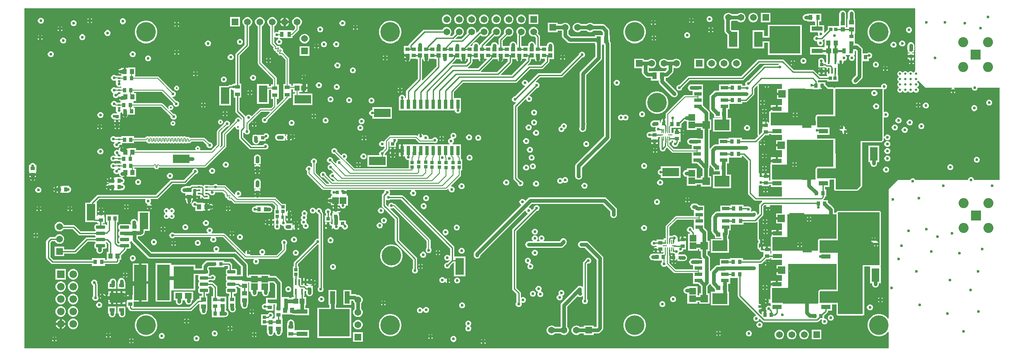
<source format=gbl>
G04*
G04 #@! TF.GenerationSoftware,Altium Limited,Altium Designer,23.7.1 (13)*
G04*
G04 Layer_Physical_Order=6*
G04 Layer_Color=16711680*
%FSLAX44Y44*%
%MOMM*%
G71*
G04*
G04 #@! TF.SameCoordinates,9AC6D79B-6B5E-4FBD-9D38-37E555C90168*
G04*
G04*
G04 #@! TF.FilePolarity,Positive*
G04*
G01*
G75*
%ADD15C,0.2540*%
%ADD19R,1.7800X3.4300*%
%ADD20R,0.9500X0.8000*%
%ADD21R,0.9500X1.0500*%
%ADD23R,3.4300X1.7800*%
%ADD24R,0.6500X0.7000*%
%ADD25R,0.7000X0.6500*%
%ADD28R,0.8500X0.7500*%
%ADD30R,0.7500X0.8500*%
%ADD32R,0.7000X0.7000*%
%ADD33R,1.9000X0.9500*%
%ADD34R,1.9000X3.2500*%
%ADD36R,0.6000X0.8000*%
%ADD37R,0.8000X0.9500*%
%ADD45R,1.5250X0.6500*%
%ADD46R,3.1000X2.2000*%
%ADD47R,1.6000X2.8000*%
%ADD48R,1.5000X1.5200*%
%ADD49R,1.4562X1.3781*%
%ADD50R,0.9000X0.8500*%
%ADD51R,1.0500X0.9000*%
%ADD52R,0.4000X1.2000*%
%ADD53R,2.2500X0.9000*%
%ADD54R,1.1000X1.1000*%
%ADD55R,0.8000X1.0000*%
%ADD56R,0.7000X0.9000*%
%ADD57R,0.2000X0.9500*%
%ADD58R,6.3000X5.5500*%
%ADD59R,1.7800X3.1500*%
%ADD60R,0.8500X0.9000*%
%ADD61R,0.9500X0.2000*%
%ADD63R,0.9500X1.3500*%
%ADD64R,0.9000X0.7500*%
%ADD71R,0.7500X0.9000*%
%ADD81R,0.7000X0.7000*%
%ADD84R,1.0500X0.9500*%
%ADD158C,0.1564*%
%ADD159C,0.7620*%
%ADD162C,0.3810*%
%ADD163R,1.3700X1.3700*%
%ADD164C,1.3700*%
%ADD165C,1.5500*%
%ADD166R,1.5500X1.5500*%
%ADD167C,2.0500*%
%ADD168R,2.0500X2.0500*%
%ADD169C,4.0000*%
%ADD170R,1.3700X1.3700*%
%ADD171C,0.6000*%
%ADD172C,0.4000*%
%ADD173C,0.5000*%
%ADD175C,0.1564*%
%ADD176R,0.8500X0.7000*%
G04:AMPARAMS|DCode=177|XSize=0.65mm|YSize=1.65mm|CornerRadius=0.0488mm|HoleSize=0mm|Usage=FLASHONLY|Rotation=90.000|XOffset=0mm|YOffset=0mm|HoleType=Round|Shape=RoundedRectangle|*
%AMROUNDEDRECTD177*
21,1,0.6500,1.5525,0,0,90.0*
21,1,0.5525,1.6500,0,0,90.0*
1,1,0.0975,0.7763,0.2763*
1,1,0.0975,0.7763,-0.2763*
1,1,0.0975,-0.7763,-0.2763*
1,1,0.0975,-0.7763,0.2763*
%
%ADD177ROUNDEDRECTD177*%
%ADD178R,0.9000X1.0500*%
G04:AMPARAMS|DCode=179|XSize=1.9mm|YSize=0.6mm|CornerRadius=0.075mm|HoleSize=0mm|Usage=FLASHONLY|Rotation=180.000|XOffset=0mm|YOffset=0mm|HoleType=Round|Shape=RoundedRectangle|*
%AMROUNDEDRECTD179*
21,1,1.9000,0.4500,0,0,180.0*
21,1,1.7500,0.6000,0,0,180.0*
1,1,0.1500,-0.8750,0.2250*
1,1,0.1500,0.8750,0.2250*
1,1,0.1500,0.8750,-0.2250*
1,1,0.1500,-0.8750,-0.2250*
%
%ADD179ROUNDEDRECTD179*%
%ADD180R,2.5908X7.2898*%
%ADD181R,4.1500X4.6500*%
%ADD182R,0.5000X0.3500*%
%ADD183R,0.7000X1.9500*%
%ADD184R,1.0000X0.8000*%
%ADD185R,1.0000X1.1000*%
%ADD186R,1.0000X2.5000*%
%ADD187R,0.6000X0.3500*%
%ADD188R,1.4500X1.1500*%
%ADD189R,1.0500X0.8000*%
%ADD190R,1.3781X1.4562*%
G36*
X1824990Y569879D02*
Y569528D01*
X1823674Y568983D01*
X1822127Y567435D01*
X1821977Y567073D01*
X1820603D01*
X1820453Y567435D01*
X1818905Y568983D01*
X1816884Y569820D01*
X1814696D01*
X1812675Y568983D01*
X1811127Y567435D01*
X1810977Y567073D01*
X1809603D01*
X1809453Y567435D01*
X1807905Y568983D01*
X1805884Y569820D01*
X1803696D01*
X1801674Y568983D01*
X1800127Y567435D01*
X1799925Y566947D01*
X1798655D01*
X1798453Y567435D01*
X1796906Y568983D01*
X1794884Y569820D01*
X1792696D01*
X1790674Y568983D01*
X1789127Y567435D01*
X1788290Y565414D01*
Y563226D01*
X1789127Y561204D01*
X1790674Y559657D01*
X1791163Y559455D01*
Y558185D01*
X1790674Y557983D01*
X1789127Y556436D01*
X1788290Y554414D01*
Y552226D01*
X1789127Y550205D01*
X1790674Y548657D01*
X1791037Y548507D01*
Y547133D01*
X1790674Y546983D01*
X1789127Y545435D01*
X1788290Y543414D01*
Y541226D01*
X1789127Y539204D01*
X1790674Y537657D01*
X1791037Y537507D01*
Y536133D01*
X1790674Y535983D01*
X1789127Y534436D01*
X1788290Y532414D01*
Y530226D01*
X1789127Y528204D01*
X1790674Y526657D01*
X1792696Y525820D01*
X1794884D01*
X1796906Y526657D01*
X1798453Y528204D01*
X1798655Y528693D01*
X1799925D01*
X1800127Y528204D01*
X1801674Y526657D01*
X1803696Y525820D01*
X1805884D01*
X1807905Y526657D01*
X1809453Y528204D01*
X1809603Y528567D01*
X1810977D01*
X1811127Y528204D01*
X1812675Y526657D01*
X1814696Y525820D01*
X1816884D01*
X1818905Y526657D01*
X1820453Y528204D01*
X1820603Y528567D01*
X1821977D01*
X1822127Y528204D01*
X1823674Y526657D01*
X1825696Y525820D01*
X1827884D01*
X1829906Y526657D01*
X1831453Y528204D01*
X1832290Y530226D01*
Y532414D01*
X1831453Y534436D01*
X1829906Y535983D01*
X1829543Y536133D01*
Y537507D01*
X1829906Y537657D01*
X1831453Y539204D01*
X1832290Y541226D01*
Y543414D01*
X1831453Y545435D01*
X1829906Y546983D01*
X1829543Y547133D01*
Y548507D01*
X1829906Y548657D01*
X1831249Y550001D01*
X1839060Y542190D01*
X1845310Y535940D01*
X1899995D01*
X1900247Y534670D01*
X1899322Y534287D01*
X1897763Y532728D01*
X1897499Y532090D01*
X1907421D01*
X1907157Y532728D01*
X1905598Y534287D01*
X1904673Y534670D01*
X1904925Y535940D01*
X1941017Y535940D01*
Y534652D01*
X1941931Y532447D01*
X1943618Y530759D01*
X1945824Y529845D01*
X1948211D01*
X1950416Y530759D01*
X1952104Y532447D01*
X1953017Y534652D01*
Y535940D01*
X1997961D01*
Y346710D01*
X1945397D01*
Y347809D01*
X1944484Y350014D01*
X1942796Y351702D01*
X1940591Y352615D01*
X1938204D01*
X1935998Y351702D01*
X1934311Y350014D01*
X1933397Y347809D01*
Y346710D01*
X1842615Y346710D01*
X1825420D01*
X1825104Y347474D01*
X1823416Y349162D01*
X1821211Y350075D01*
X1818824D01*
X1816618Y349162D01*
X1814931Y347474D01*
X1814614Y346710D01*
X1789430D01*
X1770380Y327660D01*
X1770380Y63993D01*
X1769165Y63624D01*
X1768625Y64432D01*
X1765422Y67635D01*
X1761655Y70152D01*
X1757469Y71886D01*
X1753025Y72770D01*
X1748495D01*
X1744051Y71886D01*
X1739865Y70152D01*
X1736098Y67635D01*
X1732895Y64432D01*
X1730378Y60665D01*
X1728644Y56479D01*
X1727760Y52035D01*
Y47505D01*
X1728644Y43061D01*
X1730378Y38875D01*
X1732895Y35108D01*
X1736098Y31905D01*
X1739865Y29388D01*
X1744051Y27654D01*
X1748495Y26770D01*
X1753025D01*
X1757469Y27654D01*
X1761655Y29388D01*
X1765422Y31905D01*
X1768625Y35108D01*
X1769165Y35916D01*
X1770380Y35547D01*
X1770380Y2039D01*
X2039D01*
Y697961D01*
X1824990D01*
X1824990Y569879D01*
D02*
G37*
%LPC*%
G36*
X1469417Y689300D02*
X1466823D01*
X1464318Y688629D01*
X1462072Y687332D01*
X1461059Y686319D01*
X1449781D01*
X1448768Y687332D01*
X1446522Y688629D01*
X1444017Y689300D01*
X1441423D01*
X1438918Y688629D01*
X1436672Y687332D01*
X1434838Y685498D01*
X1433541Y683252D01*
X1432870Y680747D01*
Y678153D01*
X1433541Y675648D01*
X1434688Y673662D01*
Y652423D01*
X1434688Y652423D01*
X1434805Y651534D01*
X1434922Y650646D01*
X1435608Y648989D01*
X1436700Y647566D01*
X1440230Y644036D01*
Y616250D01*
X1464030D01*
Y653750D01*
X1449944D01*
X1448425Y655268D01*
Y671370D01*
X1448768Y671568D01*
X1449781Y672581D01*
X1461059D01*
X1462072Y671568D01*
X1464318Y670271D01*
X1466823Y669600D01*
X1469417D01*
X1471922Y670271D01*
X1474168Y671568D01*
X1476002Y673402D01*
X1477299Y675648D01*
X1477970Y678153D01*
Y680747D01*
X1477299Y683252D01*
X1476002Y685498D01*
X1474168Y687332D01*
X1471922Y688629D01*
X1469417Y689300D01*
D02*
G37*
G36*
X1369505Y678498D02*
Y676037D01*
X1371966D01*
X1371702Y676675D01*
X1370143Y678233D01*
X1369505Y678498D01*
D02*
G37*
G36*
X1364505D02*
X1363867Y678233D01*
X1362309Y676675D01*
X1362044Y676037D01*
X1364505D01*
Y678498D01*
D02*
G37*
G36*
X138390Y678061D02*
Y675600D01*
X140851D01*
X140587Y676238D01*
X139028Y677797D01*
X138390Y678061D01*
D02*
G37*
G36*
X133390D02*
X132752Y677797D01*
X131193Y676238D01*
X130929Y675600D01*
X133390D01*
Y678061D01*
D02*
G37*
G36*
X537170Y679611D02*
Y673060D01*
X543721D01*
X543420Y674184D01*
X542184Y676326D01*
X540436Y678074D01*
X538294Y679310D01*
X537170Y679611D01*
D02*
G37*
G36*
X532170D02*
X531046Y679310D01*
X528904Y678074D01*
X527156Y676326D01*
X525920Y674184D01*
X525619Y673060D01*
X532170D01*
Y679611D01*
D02*
G37*
G36*
X1291550Y674251D02*
Y671790D01*
X1294011D01*
X1293747Y672428D01*
X1292188Y673987D01*
X1291550Y674251D01*
D02*
G37*
G36*
X1286550D02*
X1285912Y673987D01*
X1284353Y672428D01*
X1284089Y671790D01*
X1286550D01*
Y674251D01*
D02*
G37*
G36*
X1405054Y682094D02*
X1402667D01*
X1400462Y681180D01*
X1398774Y679493D01*
X1397861Y677287D01*
Y674901D01*
X1398774Y672695D01*
X1400462Y671007D01*
X1402667Y670094D01*
X1405054D01*
X1407259Y671007D01*
X1408947Y672695D01*
X1409861Y674901D01*
Y677287D01*
X1408947Y679493D01*
X1407259Y681180D01*
X1405054Y682094D01*
D02*
G37*
G36*
X1528770Y689300D02*
X1509070D01*
Y669600D01*
X1528770D01*
Y689300D01*
D02*
G37*
G36*
X1494817D02*
X1492223D01*
X1489718Y688629D01*
X1487472Y687332D01*
X1485638Y685498D01*
X1484341Y683252D01*
X1483670Y680747D01*
Y678153D01*
X1484341Y675648D01*
X1485638Y673402D01*
X1487472Y671568D01*
X1489718Y670271D01*
X1492223Y669600D01*
X1494817D01*
X1497322Y670271D01*
X1499568Y671568D01*
X1501402Y673402D01*
X1502699Y675648D01*
X1503370Y678153D01*
Y680747D01*
X1502699Y683252D01*
X1501402Y685498D01*
X1499568Y687332D01*
X1497322Y688629D01*
X1494817Y689300D01*
D02*
G37*
G36*
X1371966Y671037D02*
X1369505D01*
Y668576D01*
X1370143Y668840D01*
X1371702Y670399D01*
X1371966Y671037D01*
D02*
G37*
G36*
X1364505D02*
X1362044D01*
X1362309Y670399D01*
X1363867Y668840D01*
X1364505Y668576D01*
Y671037D01*
D02*
G37*
G36*
X140851Y670600D02*
X138390D01*
Y668139D01*
X139028Y668403D01*
X140587Y669962D01*
X140851Y670600D01*
D02*
G37*
G36*
X133390D02*
X130929D01*
X131193Y669962D01*
X132752Y668403D01*
X133390Y668139D01*
Y670600D01*
D02*
G37*
G36*
X316190Y670441D02*
Y667980D01*
X318651D01*
X318387Y668618D01*
X316828Y670177D01*
X316190Y670441D01*
D02*
G37*
G36*
X311190D02*
X310552Y670177D01*
X308993Y668618D01*
X308729Y667980D01*
X311190D01*
Y670441D01*
D02*
G37*
G36*
X36753Y679100D02*
X34367D01*
X32161Y678187D01*
X30473Y676499D01*
X29560Y674294D01*
Y671907D01*
X30473Y669701D01*
X32161Y668013D01*
X34367Y667100D01*
X36753D01*
X38959Y668013D01*
X40647Y669701D01*
X41560Y671907D01*
Y674294D01*
X40647Y676499D01*
X38959Y678187D01*
X36753Y679100D01*
D02*
G37*
G36*
X1160807Y668980D02*
X1158213D01*
X1155708Y668309D01*
X1153462Y667012D01*
X1152449Y665999D01*
X1141171D01*
X1140158Y667012D01*
X1137912Y668309D01*
X1135407Y668980D01*
X1132813D01*
X1130308Y668309D01*
X1128062Y667012D01*
X1126228Y665178D01*
X1124931Y662932D01*
X1124260Y660427D01*
Y657833D01*
X1124931Y655328D01*
X1126228Y653082D01*
X1128062Y651248D01*
X1130308Y649951D01*
X1132813Y649280D01*
X1135407D01*
X1137912Y649951D01*
X1140158Y651248D01*
X1141171Y652261D01*
X1152449D01*
X1153462Y651248D01*
X1155708Y649951D01*
X1158213Y649280D01*
X1160807D01*
X1163312Y649951D01*
X1165558Y651248D01*
X1166571Y652261D01*
X1182465D01*
X1185661Y649065D01*
Y643480D01*
X1169780D01*
Y640599D01*
X1120445D01*
X1115579Y645465D01*
Y652069D01*
X1116592Y653082D01*
X1117889Y655328D01*
X1118560Y657833D01*
Y660427D01*
X1117889Y662932D01*
X1116592Y665178D01*
X1114758Y667012D01*
X1112512Y668309D01*
X1110007Y668980D01*
X1107413D01*
X1104908Y668309D01*
X1102662Y667012D01*
X1101649Y665999D01*
X1093160D01*
Y668980D01*
X1073460D01*
Y649280D01*
X1093160D01*
Y652261D01*
X1101649D01*
X1101841Y652069D01*
Y642620D01*
X1101841Y642620D01*
X1101958Y641731D01*
X1102075Y640842D01*
X1102762Y639186D01*
X1103853Y637763D01*
X1112743Y628873D01*
X1112743Y628873D01*
X1114166Y627781D01*
X1115822Y627095D01*
X1117600Y626861D01*
X1117600Y626861D01*
X1169780D01*
Y623980D01*
X1170661D01*
Y599985D01*
X1140199Y569523D01*
X1139108Y568101D01*
X1138421Y566444D01*
X1138304Y565555D01*
X1138187Y564666D01*
X1138187Y564666D01*
Y462764D01*
X1138187Y462764D01*
X1138251Y462280D01*
X1138187Y461796D01*
X1138187Y461796D01*
Y455231D01*
X1137635Y453898D01*
X1137401Y452120D01*
X1137635Y450342D01*
X1138322Y448686D01*
X1139413Y447263D01*
X1140836Y446171D01*
X1142492Y445485D01*
X1144270Y445251D01*
X1146048Y445485D01*
X1147704Y446171D01*
X1149127Y447263D01*
X1149913Y448049D01*
X1149913Y448049D01*
X1151005Y449472D01*
X1151691Y451128D01*
X1151925Y452906D01*
X1151925Y452906D01*
Y459899D01*
X1152175Y460502D01*
X1152409Y462280D01*
X1152175Y464058D01*
X1151925Y464661D01*
Y561821D01*
X1182387Y592283D01*
X1182387Y592283D01*
X1183478Y593706D01*
X1184165Y595362D01*
X1184399Y597140D01*
Y623980D01*
X1187914D01*
X1188201Y623606D01*
Y437185D01*
X1131309Y380293D01*
X1130218Y378871D01*
X1129531Y377214D01*
X1129414Y376325D01*
X1129297Y375436D01*
X1129297Y375436D01*
Y364690D01*
Y354814D01*
X1129297Y354814D01*
X1129414Y353925D01*
X1129531Y353036D01*
X1130218Y351379D01*
X1131309Y349957D01*
X1131793Y349473D01*
X1133216Y348381D01*
X1134872Y347695D01*
X1136650Y347461D01*
X1138428Y347695D01*
X1140084Y348381D01*
X1141507Y349473D01*
X1142599Y350896D01*
X1143285Y352552D01*
X1143519Y354330D01*
X1143285Y356108D01*
X1143035Y356711D01*
Y364690D01*
Y372591D01*
X1199927Y429483D01*
X1201019Y430906D01*
X1201705Y432562D01*
X1201939Y434340D01*
Y626326D01*
X1201705Y628104D01*
X1201019Y629761D01*
X1200339Y630647D01*
Y632790D01*
X1200280Y633237D01*
Y643480D01*
X1199399D01*
Y651910D01*
X1199165Y653688D01*
X1198478Y655344D01*
X1197387Y656767D01*
X1190167Y663987D01*
X1188744Y665079D01*
X1187088Y665765D01*
X1186199Y665882D01*
X1185310Y665999D01*
X1185310Y665999D01*
X1166571D01*
X1165558Y667012D01*
X1163312Y668309D01*
X1160807Y668980D01*
D02*
G37*
G36*
X1053790Y685490D02*
X1034090D01*
Y665790D01*
X1053790D01*
Y685490D01*
D02*
G37*
G36*
X1019837D02*
X1017243D01*
X1014738Y684819D01*
X1012492Y683522D01*
X1010658Y681688D01*
X1009361Y679442D01*
X1008690Y676937D01*
Y674343D01*
X1009361Y671838D01*
X1010658Y669592D01*
X1012492Y667758D01*
X1014738Y666461D01*
X1017243Y665790D01*
X1019837D01*
X1022342Y666461D01*
X1024588Y667758D01*
X1026422Y669592D01*
X1027719Y671838D01*
X1028390Y674343D01*
Y676937D01*
X1027719Y679442D01*
X1026422Y681688D01*
X1024588Y683522D01*
X1022342Y684819D01*
X1019837Y685490D01*
D02*
G37*
G36*
X994437D02*
X991843D01*
X989338Y684819D01*
X987092Y683522D01*
X985258Y681688D01*
X983961Y679442D01*
X983290Y676937D01*
Y674343D01*
X983961Y671838D01*
X985258Y669592D01*
X987092Y667758D01*
X989338Y666461D01*
X991843Y665790D01*
X994437D01*
X996942Y666461D01*
X999188Y667758D01*
X1001022Y669592D01*
X1002319Y671838D01*
X1002990Y674343D01*
Y676937D01*
X1002319Y679442D01*
X1001022Y681688D01*
X999188Y683522D01*
X996942Y684819D01*
X994437Y685490D01*
D02*
G37*
G36*
X969037D02*
X966443D01*
X963938Y684819D01*
X961692Y683522D01*
X959858Y681688D01*
X958561Y679442D01*
X957890Y676937D01*
Y674343D01*
X958561Y671838D01*
X959858Y669592D01*
X961692Y667758D01*
X963938Y666461D01*
X966443Y665790D01*
X969037D01*
X971542Y666461D01*
X973788Y667758D01*
X975622Y669592D01*
X976919Y671838D01*
X977590Y674343D01*
Y676937D01*
X976919Y679442D01*
X975622Y681688D01*
X973788Y683522D01*
X971542Y684819D01*
X969037Y685490D01*
D02*
G37*
G36*
X943637D02*
X941043D01*
X938538Y684819D01*
X936292Y683522D01*
X934458Y681688D01*
X933161Y679442D01*
X932490Y676937D01*
Y674343D01*
X933161Y671838D01*
X934458Y669592D01*
X936292Y667758D01*
X938538Y666461D01*
X941043Y665790D01*
X943637D01*
X946142Y666461D01*
X948388Y667758D01*
X950222Y669592D01*
X951519Y671838D01*
X952190Y674343D01*
Y676937D01*
X951519Y679442D01*
X950222Y681688D01*
X948388Y683522D01*
X946142Y684819D01*
X943637Y685490D01*
D02*
G37*
G36*
X918237D02*
X915643D01*
X913138Y684819D01*
X910892Y683522D01*
X909058Y681688D01*
X907761Y679442D01*
X907090Y676937D01*
Y674343D01*
X907761Y671838D01*
X909058Y669592D01*
X910892Y667758D01*
X913138Y666461D01*
X915643Y665790D01*
X918237D01*
X920742Y666461D01*
X922988Y667758D01*
X924822Y669592D01*
X926119Y671838D01*
X926790Y674343D01*
Y676937D01*
X926119Y679442D01*
X924822Y681688D01*
X922988Y683522D01*
X920742Y684819D01*
X918237Y685490D01*
D02*
G37*
G36*
X892837D02*
X890243D01*
X887738Y684819D01*
X885492Y683522D01*
X883658Y681688D01*
X882361Y679442D01*
X881690Y676937D01*
Y674343D01*
X882361Y671838D01*
X883658Y669592D01*
X885492Y667758D01*
X887738Y666461D01*
X890243Y665790D01*
X892837D01*
X895342Y666461D01*
X897588Y667758D01*
X899422Y669592D01*
X900719Y671838D01*
X901390Y674343D01*
Y676937D01*
X900719Y679442D01*
X899422Y681688D01*
X897588Y683522D01*
X895342Y684819D01*
X892837Y685490D01*
D02*
G37*
G36*
X867437D02*
X864843D01*
X862338Y684819D01*
X860092Y683522D01*
X858258Y681688D01*
X856961Y679442D01*
X856290Y676937D01*
Y674343D01*
X856961Y671838D01*
X858258Y669592D01*
X860092Y667758D01*
X862338Y666461D01*
X864843Y665790D01*
X867437D01*
X869942Y666461D01*
X872188Y667758D01*
X874022Y669592D01*
X875319Y671838D01*
X875990Y674343D01*
Y676937D01*
X875319Y679442D01*
X874022Y681688D01*
X872188Y683522D01*
X869942Y684819D01*
X867437Y685490D01*
D02*
G37*
G36*
X204501Y677735D02*
X202114D01*
X199908Y676822D01*
X198221Y675134D01*
X197307Y672929D01*
Y670542D01*
X198221Y668337D01*
X199908Y666649D01*
X202114Y665735D01*
X204501D01*
X206706Y666649D01*
X208394Y668337D01*
X209307Y670542D01*
Y672929D01*
X208394Y675134D01*
X206706Y676822D01*
X204501Y677735D01*
D02*
G37*
G36*
X1294011Y666790D02*
X1291550D01*
Y664329D01*
X1292188Y664593D01*
X1293747Y666152D01*
X1294011Y666790D01*
D02*
G37*
G36*
X1286550D02*
X1284089D01*
X1284353Y666152D01*
X1285912Y664593D01*
X1286550Y664329D01*
Y666790D01*
D02*
G37*
G36*
X653973Y674020D02*
X651587D01*
X649381Y673107D01*
X647693Y671419D01*
X646780Y669213D01*
Y666826D01*
X647693Y664621D01*
X649381Y662933D01*
X651587Y662020D01*
X653973D01*
X656179Y662933D01*
X657867Y664621D01*
X658780Y666826D01*
Y669213D01*
X657867Y671419D01*
X656179Y673107D01*
X653973Y674020D01*
D02*
G37*
G36*
X104064D02*
X101677D01*
X99471Y673107D01*
X97783Y671419D01*
X96870Y669213D01*
Y666826D01*
X97783Y664621D01*
X99471Y662933D01*
X101677Y662020D01*
X104064D01*
X106269Y662933D01*
X107957Y664621D01*
X108870Y666826D01*
Y669213D01*
X107957Y671419D01*
X106269Y673107D01*
X104064Y674020D01*
D02*
G37*
G36*
X681950Y664091D02*
Y661630D01*
X684411D01*
X684147Y662268D01*
X682588Y663827D01*
X681950Y664091D01*
D02*
G37*
G36*
X676950D02*
X676312Y663827D01*
X674753Y662268D01*
X674489Y661630D01*
X676950D01*
Y664091D01*
D02*
G37*
G36*
X543721Y668060D02*
X537170D01*
Y661509D01*
X538294Y661810D01*
X540436Y663046D01*
X542184Y664794D01*
X543420Y666936D01*
X543721Y668060D01*
D02*
G37*
G36*
X532170D02*
X525619D01*
X525920Y666936D01*
X527156Y664794D01*
X528904Y663046D01*
X531046Y661810D01*
X532170Y661509D01*
Y668060D01*
D02*
G37*
G36*
X442920Y680410D02*
X423220D01*
Y660710D01*
X442920D01*
Y680410D01*
D02*
G37*
G36*
X318651Y662980D02*
X316190D01*
Y660519D01*
X316828Y660783D01*
X318387Y662342D01*
X318651Y662980D01*
D02*
G37*
G36*
X311190D02*
X308729D01*
X308993Y662342D01*
X310552Y660783D01*
X311190Y660519D01*
Y662980D01*
D02*
G37*
G36*
X1694180Y695209D02*
X1692402Y694975D01*
X1690746Y694288D01*
X1689323Y693197D01*
X1688232Y691774D01*
X1687545Y690118D01*
X1687311Y688340D01*
Y677320D01*
X1685930D01*
Y662320D01*
Y659524D01*
X1683900D01*
Y675420D01*
X1683269D01*
Y687070D01*
X1683035Y688848D01*
X1682348Y690504D01*
X1681257Y691927D01*
X1679834Y693018D01*
X1678178Y693705D01*
X1676400Y693939D01*
X1674622Y693705D01*
X1672966Y693018D01*
X1671543Y691927D01*
X1670452Y690504D01*
X1669765Y688848D01*
X1669531Y687070D01*
Y675420D01*
X1668900D01*
Y662716D01*
X1668600Y661570D01*
X1646100D01*
Y655227D01*
X1639505Y648632D01*
X1638400Y649323D01*
Y664030D01*
X1628504D01*
Y671450D01*
X1632600D01*
Y687450D01*
X1618870D01*
X1618600Y687450D01*
X1617600D01*
X1617330Y687450D01*
X1603600D01*
Y686319D01*
X1601470D01*
X1599692Y686085D01*
X1598036Y685398D01*
X1596613Y684307D01*
X1595522Y682884D01*
X1594835Y681228D01*
X1594601Y679450D01*
X1594835Y677672D01*
X1595522Y676016D01*
X1596613Y674593D01*
X1598036Y673502D01*
X1599692Y672815D01*
X1601470Y672581D01*
X1603600D01*
Y671450D01*
X1617330D01*
X1617600Y671450D01*
X1618600D01*
X1619796Y670620D01*
Y664030D01*
X1609900D01*
Y649030D01*
X1625555D01*
X1626261Y647974D01*
X1625950Y647224D01*
Y644837D01*
X1626863Y642631D01*
X1627158Y642337D01*
X1626459Y641357D01*
X1624254Y642270D01*
X1621866D01*
X1619661Y641357D01*
X1617973Y639669D01*
X1617060Y637463D01*
Y635076D01*
X1617973Y632871D01*
X1619661Y631183D01*
X1621866Y630270D01*
X1624008D01*
X1624644Y629637D01*
X1624929Y629175D01*
X1624680Y628573D01*
Y626186D01*
X1625593Y623981D01*
X1627281Y622293D01*
X1629487Y621380D01*
X1631873D01*
X1634079Y622293D01*
X1635767Y623981D01*
X1636680Y626186D01*
Y628573D01*
X1635767Y630779D01*
X1635406Y631139D01*
X1635642Y632699D01*
X1636378Y633191D01*
X1638540Y635353D01*
X1639810Y634827D01*
X1639810Y634774D01*
X1639810Y634774D01*
X1639810Y634693D01*
Y619130D01*
Y615901D01*
X1638400D01*
Y618430D01*
X1609900D01*
Y603430D01*
X1638400D01*
Y605899D01*
X1639810D01*
Y602370D01*
X1643309D01*
Y589890D01*
X1643310Y589884D01*
Y587858D01*
X1642532Y587442D01*
X1642040Y587293D01*
X1640530Y587594D01*
X1639720D01*
Y590080D01*
X1638898D01*
Y591707D01*
X1637985Y593912D01*
X1636297Y595600D01*
X1634092Y596513D01*
X1631705D01*
X1629500Y595600D01*
X1627812Y593912D01*
X1626898Y591707D01*
Y590080D01*
X1626720D01*
Y577080D01*
X1639720D01*
X1639720Y577080D01*
X1640916Y576901D01*
X1641714Y576368D01*
X1643380Y576036D01*
X1643770D01*
Y573390D01*
X1648310D01*
Y568390D01*
X1643770D01*
Y562350D01*
X1644444D01*
X1644830Y561240D01*
X1644830D01*
Y559344D01*
X1629943D01*
X1626902Y562385D01*
X1627543Y563540D01*
X1628300Y563540D01*
X1630720D01*
Y567080D01*
X1627180D01*
Y564750D01*
X1627180Y563903D01*
X1626025Y563262D01*
X1618519Y570769D01*
X1617106Y571712D01*
X1615440Y572044D01*
X1576603D01*
X1556288Y592359D01*
X1554876Y593302D01*
X1553210Y593634D01*
X1504950D01*
X1503284Y593302D01*
X1501871Y592359D01*
X1468857Y559344D01*
X1361440D01*
X1359774Y559012D01*
X1358362Y558069D01*
X1342233Y541940D01*
X1341196D01*
X1338991Y541027D01*
X1337303Y539339D01*
X1336390Y537133D01*
Y534747D01*
X1337303Y532541D01*
X1338991Y530853D01*
X1341196Y529940D01*
X1343584D01*
X1345789Y530853D01*
X1347477Y532541D01*
X1348390Y534747D01*
Y535783D01*
X1363243Y550636D01*
X1470660D01*
X1472326Y550968D01*
X1473739Y551912D01*
X1506753Y584926D01*
X1546216D01*
X1546469Y583656D01*
X1544731Y582937D01*
X1543998Y582204D01*
X1516840D01*
X1515174Y581872D01*
X1513761Y580928D01*
X1483203Y550370D01*
X1482166D01*
X1479961Y549457D01*
X1478273Y547769D01*
X1477360Y545564D01*
Y543176D01*
X1478028Y541564D01*
X1477297Y540302D01*
X1477284Y540294D01*
X1471460D01*
Y543440D01*
X1458460D01*
Y543440D01*
X1457460D01*
Y543440D01*
X1444460D01*
Y542190D01*
X1423655D01*
Y530109D01*
X1417320D01*
X1415542Y529875D01*
X1413886Y529188D01*
X1412463Y528097D01*
X1412463Y528097D01*
X1406113Y521747D01*
X1405022Y520324D01*
X1404335Y518668D01*
X1404218Y517779D01*
X1404101Y516890D01*
X1404101Y516890D01*
Y492860D01*
X1404101Y492860D01*
X1404218Y491971D01*
X1404335Y491082D01*
X1405022Y489426D01*
X1406113Y488003D01*
X1413730Y480386D01*
Y475100D01*
X1427111D01*
Y473740D01*
X1410920D01*
Y445740D01*
X1447920D01*
Y473740D01*
X1440849D01*
Y475100D01*
X1441230D01*
Y490100D01*
X1440999D01*
Y491590D01*
X1444905D01*
Y503040D01*
X1457460D01*
Y503040D01*
X1458460D01*
Y503040D01*
X1471460D01*
Y506186D01*
X1478280D01*
X1479946Y506518D01*
X1481358Y507462D01*
X1494059Y520162D01*
X1495002Y521574D01*
X1495334Y523240D01*
Y534137D01*
X1500795Y539598D01*
X1501968Y539112D01*
Y440043D01*
X1502116Y439299D01*
X1502201Y438872D01*
X1502864Y437880D01*
X1503009Y436452D01*
X1502943Y436300D01*
X1496447Y429804D01*
X1470190D01*
Y432950D01*
X1457190D01*
Y432950D01*
X1456190D01*
Y432950D01*
X1443190D01*
Y431700D01*
X1422385D01*
Y419619D01*
X1416050D01*
X1416050Y419619D01*
X1414272Y419385D01*
X1412616Y418699D01*
X1411193Y417607D01*
X1411193Y417607D01*
X1406113Y412527D01*
X1405359Y411544D01*
X1404089Y411975D01*
Y449140D01*
X1407720D01*
Y470340D01*
X1404089D01*
Y483915D01*
X1403855Y485693D01*
X1403168Y487349D01*
X1402077Y488772D01*
X1402077Y488772D01*
X1390665Y500184D01*
Y503020D01*
X1390665Y504090D01*
X1390665D01*
Y504290D01*
X1390665D01*
Y516790D01*
X1390665D01*
Y516990D01*
X1390665D01*
Y529490D01*
X1390665Y529490D01*
Y529690D01*
X1390665D01*
X1390665Y530760D01*
Y542190D01*
X1382747D01*
X1381818Y542575D01*
X1380040Y542809D01*
X1366520D01*
X1364742Y542575D01*
X1363086Y541889D01*
X1361663Y540797D01*
X1360571Y539374D01*
X1359885Y537718D01*
X1359651Y535940D01*
X1359885Y534162D01*
X1360571Y532506D01*
X1361663Y531083D01*
X1363086Y529991D01*
X1364742Y529305D01*
X1366520Y529071D01*
X1369415D01*
Y520746D01*
X1353820D01*
X1352344Y520452D01*
X1351093Y519617D01*
X1315533Y484057D01*
X1314698Y482806D01*
X1314404Y481330D01*
Y473090D01*
X1313140Y472327D01*
Y467360D01*
X1308140D01*
Y472321D01*
X1307502Y472057D01*
X1305943Y470498D01*
X1305100Y468462D01*
Y468320D01*
X1303980D01*
Y465092D01*
X1302710Y464627D01*
X1302520Y464852D01*
Y468780D01*
X1298123D01*
X1297798Y468915D01*
X1296020Y469149D01*
X1290391D01*
X1290391Y469149D01*
X1288613Y468915D01*
X1286956Y468229D01*
X1285534Y467137D01*
X1285534Y467137D01*
X1284863Y466467D01*
X1283772Y465044D01*
X1283086Y463387D01*
X1282852Y461610D01*
X1283086Y459832D01*
X1283772Y458175D01*
X1284863Y456753D01*
X1286286Y455661D01*
X1287943Y454975D01*
X1289720Y454741D01*
X1291498Y454975D01*
X1292450Y455369D01*
X1293462Y455184D01*
X1294020Y453999D01*
X1293210Y452043D01*
Y449656D01*
X1294066Y447590D01*
X1293595Y446320D01*
X1284340D01*
Y445852D01*
X1283284Y445146D01*
X1282623Y445420D01*
X1280237D01*
X1278031Y444507D01*
X1276343Y442819D01*
X1275430Y440614D01*
Y438227D01*
X1276343Y436021D01*
X1278031Y434333D01*
X1280237Y433420D01*
X1282623D01*
X1283284Y433694D01*
X1284340Y432988D01*
Y432820D01*
X1284800D01*
Y429070D01*
X1291590D01*
X1298380D01*
Y432820D01*
X1298840D01*
Y435141D01*
X1302450D01*
Y433619D01*
X1302428Y433586D01*
X1302096Y431920D01*
Y414017D01*
X1302326Y412862D01*
X1302190Y412534D01*
Y410147D01*
X1303104Y407942D01*
X1304792Y406254D01*
X1306997Y405341D01*
X1309384D01*
X1311589Y406254D01*
X1313277Y407942D01*
X1314190Y410147D01*
Y411184D01*
X1316115Y413109D01*
X1317487Y413150D01*
X1326964Y403674D01*
X1328214Y402838D01*
X1329690Y402544D01*
X1368145D01*
Y393800D01*
X1368145Y393800D01*
Y393600D01*
X1368145D01*
X1368145Y392530D01*
Y381100D01*
X1376063D01*
X1376992Y380715D01*
X1378770Y380481D01*
X1379180D01*
X1389727Y369935D01*
Y354770D01*
X1386720D01*
Y351664D01*
X1378071D01*
Y370591D01*
X1357509D01*
Y367549D01*
X1356360D01*
X1354582Y367315D01*
X1352926Y366628D01*
X1351503Y365537D01*
X1350412Y364114D01*
X1349725Y362458D01*
X1349491Y360680D01*
X1349725Y358902D01*
X1350412Y357246D01*
X1351503Y355823D01*
X1352926Y354731D01*
X1354582Y354045D01*
X1356360Y353811D01*
X1357509D01*
Y350810D01*
Y335529D01*
X1378071D01*
Y337926D01*
X1386720D01*
Y333570D01*
X1407720D01*
Y354770D01*
X1403464D01*
Y370684D01*
X1403855Y371627D01*
X1404089Y373404D01*
Y376645D01*
X1405359Y377076D01*
X1406113Y376093D01*
X1412310Y369896D01*
Y364610D01*
X1425691D01*
Y358170D01*
X1410920D01*
Y330170D01*
X1447920D01*
Y358170D01*
X1439429D01*
Y364610D01*
X1439810D01*
Y379610D01*
X1439654D01*
Y381100D01*
X1443635D01*
Y392550D01*
X1456190D01*
Y392550D01*
X1457190D01*
Y392550D01*
X1470190D01*
Y395696D01*
X1472667D01*
X1482816Y385547D01*
Y320040D01*
X1483148Y318374D01*
X1484091Y316961D01*
X1495522Y305532D01*
X1496934Y304588D01*
X1498600Y304256D01*
X1511685D01*
X1512071Y302986D01*
X1511790Y302799D01*
X1508439Y299449D01*
X1508439Y299449D01*
X1506951Y297961D01*
X1506008Y296548D01*
X1505676Y294882D01*
Y278663D01*
X1502798Y275785D01*
X1501595Y276378D01*
X1501659Y276860D01*
X1501425Y278638D01*
X1500739Y280294D01*
X1499647Y281717D01*
X1498224Y282809D01*
X1496568Y283495D01*
X1494790Y283729D01*
X1493012Y283495D01*
X1491356Y282809D01*
X1490900Y282459D01*
X1488943D01*
X1488491Y283729D01*
X1489360Y285826D01*
Y288214D01*
X1488447Y290419D01*
X1486759Y292107D01*
X1484554Y293020D01*
X1482166D01*
X1481224Y292630D01*
X1481154Y292644D01*
X1474000D01*
Y295790D01*
X1461000D01*
Y295790D01*
X1460000D01*
Y295790D01*
X1447000D01*
Y294540D01*
X1426195D01*
Y282459D01*
X1419244D01*
X1417466Y282225D01*
X1415809Y281539D01*
X1414387Y280447D01*
X1414387Y280447D01*
X1409923Y275983D01*
X1408831Y274561D01*
X1408145Y272904D01*
X1408028Y272015D01*
X1407911Y271126D01*
X1407911Y271126D01*
Y242670D01*
X1407911Y242670D01*
X1408028Y241781D01*
X1408145Y240892D01*
X1408831Y239236D01*
X1409923Y237813D01*
X1415000Y232736D01*
Y227450D01*
X1428381D01*
Y226090D01*
X1407110D01*
Y198090D01*
X1444110D01*
Y226090D01*
X1442119D01*
Y227450D01*
X1442500D01*
Y232986D01*
X1442769Y233336D01*
X1443455Y234992D01*
X1443689Y236770D01*
Y243940D01*
X1447445D01*
Y255390D01*
X1460000D01*
Y255390D01*
X1461000D01*
Y255390D01*
X1474000D01*
Y259806D01*
X1497330D01*
X1498996Y260138D01*
X1500408Y261082D01*
X1500794Y261467D01*
X1501968Y260981D01*
Y225607D01*
X1502201Y224437D01*
X1502532Y223941D01*
X1502864Y223444D01*
X1503856Y222781D01*
X1504220Y222631D01*
X1504030Y222174D01*
Y219786D01*
X1504220Y219329D01*
X1503856Y219179D01*
X1502864Y218515D01*
X1502615Y218144D01*
X1502201Y217523D01*
X1501968Y216353D01*
Y208390D01*
X1502027Y208094D01*
Y207793D01*
X1502142Y207515D01*
X1502201Y207219D01*
X1502368Y206969D01*
X1502483Y206691D01*
X1502696Y206478D01*
X1502864Y206227D01*
X1503114Y206060D01*
X1503327Y205847D01*
X1503605Y205731D01*
X1503856Y205564D01*
X1504151Y205505D01*
X1504430Y205390D01*
X1505300Y205217D01*
Y204547D01*
X1506213Y202341D01*
X1507901Y200653D01*
X1510107Y199740D01*
X1512493D01*
X1513154Y200014D01*
X1514210Y199308D01*
Y191027D01*
X1506607Y183424D01*
X1472730D01*
Y186570D01*
X1459730D01*
Y186570D01*
X1458730D01*
Y186570D01*
X1445730D01*
Y185320D01*
X1424925D01*
Y172820D01*
X1423714Y172679D01*
X1420570D01*
X1418792Y172445D01*
X1417822Y172043D01*
X1417136Y171759D01*
X1415713Y170667D01*
X1415713Y170667D01*
X1407383Y162337D01*
X1406409Y161067D01*
X1405867Y161101D01*
X1405139Y161421D01*
Y186690D01*
X1404905Y188468D01*
X1404218Y190124D01*
X1403127Y191547D01*
X1403127Y191547D01*
X1400279Y194395D01*
Y201490D01*
X1403910D01*
Y222690D01*
X1400279D01*
Y239360D01*
X1400279Y239360D01*
X1400045Y241138D01*
X1399359Y242794D01*
X1398267Y244217D01*
X1393264Y249220D01*
Y249630D01*
X1393205Y250077D01*
Y255370D01*
X1393205Y256440D01*
X1393205D01*
Y256640D01*
X1393205D01*
Y269140D01*
X1393205D01*
Y269340D01*
X1393205D01*
Y281840D01*
X1393205Y281840D01*
Y282040D01*
X1393205D01*
X1393205Y283110D01*
Y294540D01*
X1385287D01*
X1384358Y294925D01*
X1382580Y295159D01*
X1382170D01*
X1380372Y296957D01*
X1378949Y298048D01*
X1377293Y298735D01*
X1376404Y298852D01*
X1375515Y298969D01*
X1375515Y298969D01*
X1371600D01*
X1369822Y298735D01*
X1368166Y298048D01*
X1366743Y296957D01*
X1365652Y295534D01*
X1364965Y293878D01*
X1364731Y292100D01*
X1364965Y290322D01*
X1365652Y288666D01*
X1366743Y287243D01*
X1368166Y286152D01*
X1369822Y285465D01*
X1371600Y285231D01*
X1371955D01*
Y283110D01*
X1371955Y282040D01*
X1371955D01*
Y281840D01*
X1371955D01*
Y273096D01*
X1336040D01*
X1334564Y272802D01*
X1333313Y271966D01*
X1315452Y254105D01*
X1314616Y252854D01*
X1314322Y251378D01*
Y227340D01*
X1309960D01*
Y225220D01*
X1295770D01*
Y222824D01*
X1292556D01*
X1292417Y222796D01*
X1291514Y223170D01*
X1289126D01*
X1286921Y222257D01*
X1285233Y220569D01*
X1284320Y218363D01*
Y215977D01*
X1285233Y213771D01*
X1286921Y212083D01*
X1289126Y211170D01*
X1291514D01*
X1293719Y212083D01*
X1294500Y212865D01*
X1294984Y212664D01*
X1295770Y211720D01*
X1295836Y211030D01*
X1294796Y210010D01*
X1293028D01*
X1290992Y209167D01*
X1289433Y207608D01*
X1289169Y206970D01*
X1294130D01*
Y204470D01*
X1296630D01*
Y199180D01*
X1300520D01*
Y205470D01*
X1305520D01*
Y199180D01*
X1309810D01*
X1309960Y197972D01*
Y196840D01*
X1308839Y196480D01*
X1289770D01*
Y196099D01*
X1287780D01*
X1286002Y195865D01*
X1284346Y195179D01*
X1282923Y194087D01*
X1281832Y192664D01*
X1281145Y191008D01*
X1280911Y189230D01*
X1281145Y187452D01*
X1281832Y185796D01*
X1282923Y184373D01*
X1284346Y183281D01*
X1286002Y182595D01*
X1287780Y182361D01*
X1289770D01*
Y181980D01*
X1306784D01*
Y179889D01*
X1305553Y178659D01*
X1304640Y176453D01*
Y174067D01*
X1305553Y171861D01*
X1307241Y170173D01*
X1309447Y169260D01*
X1311833D01*
X1314039Y170173D01*
X1315726Y171861D01*
X1316126Y171941D01*
X1330773Y157294D01*
X1332024Y156458D01*
X1333500Y156164D01*
X1370685D01*
Y147420D01*
X1370685Y147420D01*
Y147220D01*
X1370685D01*
X1370685Y146150D01*
Y134720D01*
X1378603D01*
X1379532Y134335D01*
X1381310Y134101D01*
X1381720D01*
X1386541Y129280D01*
Y114740D01*
X1382910D01*
Y110998D01*
X1379341D01*
Y129291D01*
X1358779D01*
Y127519D01*
X1357630D01*
X1355852Y127285D01*
X1354196Y126599D01*
X1352773Y125507D01*
X1351682Y124084D01*
X1350995Y122428D01*
X1350761Y120650D01*
X1350995Y118872D01*
X1351682Y117216D01*
X1352773Y115793D01*
X1354196Y114701D01*
X1355852Y114015D01*
X1357630Y113781D01*
X1358779D01*
Y109510D01*
Y94229D01*
X1379341D01*
Y97261D01*
X1382910D01*
Y93540D01*
X1403910D01*
Y114740D01*
X1400279D01*
Y129280D01*
X1403127Y132128D01*
X1403127Y132128D01*
X1404218Y133551D01*
X1404391Y133968D01*
X1404703Y134031D01*
X1405736Y133896D01*
X1406292Y132556D01*
X1407383Y131133D01*
X1415000Y123516D01*
Y118230D01*
X1413767Y118140D01*
X1407110D01*
Y90140D01*
X1444110D01*
Y118140D01*
X1443733D01*
X1442500Y118230D01*
Y133230D01*
X1442269D01*
Y134720D01*
X1446175D01*
Y146361D01*
X1458785D01*
Y146361D01*
X1459785D01*
Y146361D01*
X1461931D01*
Y109711D01*
X1462263Y108045D01*
X1463206Y106632D01*
X1499165Y70673D01*
X1498679Y69500D01*
X1498676D01*
X1496471Y68587D01*
X1494783Y66899D01*
X1493870Y64693D01*
Y62306D01*
X1494783Y60101D01*
X1496471Y58413D01*
X1498676Y57500D01*
X1501064D01*
X1503269Y58413D01*
X1504957Y60101D01*
X1505870Y62306D01*
Y62309D01*
X1507043Y62795D01*
X1512417Y57421D01*
X1513829Y56478D01*
X1515495Y56146D01*
X1624520D01*
X1626186Y56478D01*
X1627599Y57421D01*
X1631507Y61330D01*
X1633605D01*
X1634281Y60060D01*
X1633570Y58344D01*
Y55957D01*
X1634483Y53751D01*
X1636171Y52063D01*
X1638376Y51150D01*
X1640764D01*
X1642969Y52063D01*
X1644657Y53751D01*
X1645570Y55957D01*
Y58344D01*
X1644657Y60549D01*
X1642969Y62237D01*
X1640764Y63150D01*
X1638850D01*
Y69673D01*
X1641062Y71884D01*
X1641483Y72167D01*
X1645168Y75851D01*
X1646112Y77264D01*
X1646444Y78930D01*
Y79740D01*
X1654590D01*
Y92191D01*
X1663858D01*
Y72559D01*
X1664091Y71388D01*
X1664754Y70396D01*
X1665746Y69733D01*
X1666917Y69500D01*
X1717717Y69500D01*
X1718887Y69733D01*
X1719879Y70396D01*
X1720543Y71388D01*
X1720775Y72559D01*
X1720775Y169830D01*
X1731581D01*
X1732710Y169490D01*
X1732710Y168560D01*
Y135490D01*
X1736841D01*
Y133350D01*
X1737075Y131572D01*
X1737762Y129916D01*
X1738853Y128493D01*
X1740276Y127402D01*
X1741932Y126715D01*
X1743710Y126481D01*
X1745488Y126715D01*
X1747144Y127402D01*
X1748567Y128493D01*
X1749659Y129916D01*
X1750345Y131572D01*
X1750579Y133350D01*
Y135490D01*
X1754710D01*
Y169490D01*
X1754606D01*
X1754232Y170548D01*
X1754192Y170760D01*
X1754833Y171718D01*
X1755065Y172889D01*
X1755065Y280839D01*
X1754833Y282009D01*
X1754169Y283002D01*
X1753177Y283665D01*
X1752007Y283897D01*
X1666917D01*
X1665746Y283665D01*
X1664754Y283002D01*
X1664091Y282009D01*
X1663858Y280839D01*
Y280048D01*
X1663700Y279919D01*
X1659359D01*
Y285680D01*
X1659125Y287458D01*
X1658439Y289114D01*
X1657347Y290537D01*
X1657347Y290537D01*
X1651959Y295925D01*
X1650536Y297017D01*
X1650453Y297051D01*
X1646470Y301034D01*
Y305700D01*
X1637908D01*
X1637422Y306873D01*
X1638839Y308289D01*
X1639782Y309702D01*
X1640114Y311368D01*
Y312790D01*
X1642510D01*
Y327290D01*
X1640114D01*
Y332470D01*
X1649510D01*
Y346563D01*
X1650408Y347461D01*
X1659249Y347460D01*
X1659371Y327641D01*
X1659489Y327066D01*
X1659604Y326489D01*
X1659609Y326481D01*
X1659611Y326472D01*
X1659941Y325986D01*
X1660267Y325497D01*
X1660275Y325492D01*
X1660280Y325484D01*
X1660770Y325161D01*
X1661259Y324834D01*
X1661269Y324832D01*
X1661277Y324827D01*
X1661854Y324716D01*
X1662430Y324601D01*
X1705610D01*
X1706781Y324834D01*
X1707773Y325497D01*
X1715393Y333117D01*
X1716056Y334109D01*
X1716289Y335280D01*
X1716289Y335280D01*
Y423661D01*
X1755140D01*
X1756311Y423894D01*
X1757303Y424557D01*
X1757303Y424557D01*
X1759843Y427097D01*
X1760506Y428089D01*
X1760739Y429260D01*
X1760739Y429260D01*
Y432486D01*
X1762009Y432739D01*
X1762753Y430941D01*
X1764441Y429253D01*
X1766647Y428340D01*
X1769034D01*
X1771239Y429253D01*
X1772927Y430941D01*
X1773840Y433147D01*
Y435533D01*
X1772927Y437739D01*
X1771239Y439427D01*
X1769034Y440340D01*
X1766647D01*
X1764441Y439427D01*
X1762753Y437739D01*
X1762009Y435941D01*
X1760739Y436194D01*
Y474559D01*
X1762009Y475359D01*
X1763513Y474736D01*
X1765900D01*
X1768105Y475649D01*
X1769793Y477337D01*
X1770706Y479543D01*
Y481930D01*
X1769793Y484135D01*
X1768105Y485823D01*
X1765900Y486736D01*
X1763513D01*
X1762009Y486113D01*
X1760739Y486913D01*
Y532675D01*
X1762755D01*
X1764960Y533588D01*
X1766648Y535276D01*
X1767561Y537481D01*
Y539868D01*
X1766648Y542074D01*
X1764960Y543761D01*
X1762755Y544675D01*
X1760368D01*
X1758163Y543761D01*
X1756475Y542074D01*
X1755561Y539868D01*
Y537481D01*
X1754878Y536459D01*
X1662061D01*
X1662056Y536458D01*
X1662051Y536459D01*
X1661470Y536341D01*
X1660890Y536226D01*
X1660886Y536223D01*
X1660882Y536222D01*
X1660687Y536091D01*
X1659513Y535563D01*
X1658521Y536226D01*
X1657350Y536459D01*
X1647265D01*
X1641390Y542334D01*
Y547000D01*
X1625994D01*
Y548790D01*
X1625771Y549911D01*
X1626006Y550264D01*
X1626771Y550909D01*
X1628140Y550636D01*
X1644830D01*
Y548740D01*
X1667330D01*
Y561240D01*
X1667311D01*
X1666310Y561890D01*
Y579620D01*
X1666310Y579890D01*
X1666310D01*
Y580890D01*
X1666310D01*
Y586646D01*
X1667580Y586898D01*
X1667893Y586142D01*
X1669452Y584583D01*
X1670090Y584319D01*
Y589280D01*
X1675090D01*
Y584319D01*
X1675728Y584583D01*
X1677287Y586142D01*
X1678130Y588178D01*
Y590382D01*
X1678476Y590900D01*
X1680134D01*
X1682339Y591813D01*
X1684027Y593501D01*
X1684940Y595706D01*
Y598093D01*
X1684027Y600299D01*
X1682725Y601600D01*
X1683251Y602870D01*
X1685790D01*
X1686060Y602870D01*
X1687060D01*
X1687330Y602870D01*
X1691139D01*
X1691665Y601600D01*
X1690363Y600299D01*
X1689450Y598093D01*
Y595706D01*
X1690363Y593501D01*
X1692051Y591813D01*
X1694256Y590900D01*
X1696644D01*
X1698849Y591813D01*
X1700537Y593501D01*
X1701450Y595706D01*
Y598093D01*
X1700537Y600299D01*
X1699235Y601600D01*
X1699761Y602870D01*
X1701060D01*
Y611773D01*
X1702330Y612056D01*
X1703921Y610465D01*
Y605920D01*
X1703790D01*
Y590420D01*
X1703921D01*
Y561745D01*
X1696943Y554767D01*
X1695851Y553344D01*
X1695165Y551688D01*
X1694931Y549910D01*
X1695165Y548132D01*
X1695851Y546476D01*
X1696943Y545053D01*
X1698366Y543961D01*
X1700022Y543275D01*
X1701800Y543041D01*
X1703578Y543275D01*
X1705234Y543961D01*
X1706657Y545053D01*
X1715647Y554043D01*
X1715647Y554043D01*
X1716739Y555466D01*
X1717425Y557122D01*
X1717659Y558900D01*
X1717659Y558900D01*
Y590420D01*
X1730290D01*
Y595980D01*
X1732204D01*
X1734409Y596893D01*
X1736097Y598581D01*
X1737010Y600787D01*
Y603173D01*
X1736097Y605379D01*
X1734409Y607067D01*
X1732204Y607980D01*
X1729816D01*
X1727611Y607067D01*
X1726548Y606004D01*
X1726020D01*
X1725600Y605920D01*
X1717659D01*
Y613310D01*
X1717659Y613310D01*
X1717425Y615088D01*
X1716739Y616744D01*
X1715647Y618167D01*
X1709832Y623982D01*
X1708409Y625074D01*
X1706753Y625760D01*
X1705864Y625877D01*
X1704975Y625994D01*
X1704975Y625994D01*
X1701430D01*
Y633630D01*
Y647130D01*
X1702414Y647820D01*
X1702430D01*
Y662320D01*
Y677320D01*
X1701049D01*
Y688340D01*
X1700815Y690118D01*
X1700128Y691774D01*
X1699037Y693197D01*
X1697614Y694288D01*
X1695958Y694975D01*
X1694180Y695209D01*
D02*
G37*
G36*
X77430Y661551D02*
Y659090D01*
X79891D01*
X79627Y659728D01*
X78068Y661287D01*
X77430Y661551D01*
D02*
G37*
G36*
X72430D02*
X71792Y661287D01*
X70233Y659728D01*
X69969Y659090D01*
X72430D01*
Y661551D01*
D02*
G37*
G36*
X1409207Y659301D02*
Y656840D01*
X1411668D01*
X1411404Y657478D01*
X1409845Y659037D01*
X1409207Y659301D01*
D02*
G37*
G36*
X1404207D02*
X1403569Y659037D01*
X1402010Y657478D01*
X1401746Y656840D01*
X1404207D01*
Y659301D01*
D02*
G37*
G36*
X684411Y656630D02*
X681950D01*
Y654169D01*
X682588Y654433D01*
X684147Y655992D01*
X684411Y656630D01*
D02*
G37*
G36*
X676950D02*
X674489D01*
X674753Y655992D01*
X676312Y654433D01*
X676950Y654169D01*
Y656630D01*
D02*
G37*
G36*
X561367Y680410D02*
X558773D01*
X556268Y679739D01*
X554022Y678442D01*
X552188Y676608D01*
X550891Y674362D01*
X550220Y671857D01*
Y669263D01*
X550891Y666758D01*
X552188Y664512D01*
X554022Y662678D01*
X556214Y661412D01*
Y656917D01*
X551733Y652436D01*
X550560Y652922D01*
Y653160D01*
X536830D01*
X536560Y653160D01*
X535560D01*
X535290Y653160D01*
X521560D01*
Y650351D01*
X520290Y649502D01*
X519353Y649890D01*
X516967D01*
X514761Y648977D01*
X514299Y648514D01*
X513126Y649000D01*
Y661412D01*
X515318Y662678D01*
X517152Y664512D01*
X518449Y666758D01*
X519120Y669263D01*
Y671857D01*
X518449Y674362D01*
X517152Y676608D01*
X515318Y678442D01*
X513072Y679739D01*
X510567Y680410D01*
X507973D01*
X505468Y679739D01*
X503222Y678442D01*
X501388Y676608D01*
X500091Y674362D01*
X499420Y671857D01*
Y669263D01*
X500091Y666758D01*
X501388Y664512D01*
X503222Y662678D01*
X505414Y661412D01*
Y626110D01*
X505708Y624634D01*
X506544Y623383D01*
X509719Y620209D01*
X509719Y620208D01*
X511723Y618204D01*
X511353Y616345D01*
X511769Y614257D01*
X512952Y612486D01*
X512952D01*
X514723Y611302D01*
X515652Y611118D01*
X515962Y609559D01*
X517146Y607788D01*
X518916Y606605D01*
X520160Y606357D01*
X520408Y605113D01*
X521591Y603343D01*
X521591D01*
X523362Y602159D01*
X525451Y601744D01*
X527540Y602159D01*
X527676Y602251D01*
X536229Y593698D01*
Y543529D01*
X532085D01*
Y529799D01*
X532085Y529529D01*
Y528529D01*
X532085Y528259D01*
Y514529D01*
X532085D01*
X532414Y513737D01*
X527620Y508943D01*
X519714Y501037D01*
X518541Y501523D01*
Y513259D01*
X522685D01*
Y526989D01*
X522685Y527259D01*
Y528259D01*
X522685Y528529D01*
Y542259D01*
X518541D01*
Y554655D01*
X518247Y556130D01*
X517412Y557381D01*
X487726Y587067D01*
Y661412D01*
X489918Y662678D01*
X491752Y664512D01*
X493049Y666758D01*
X493720Y669263D01*
Y671857D01*
X493049Y674362D01*
X491752Y676608D01*
X489918Y678442D01*
X487672Y679739D01*
X485167Y680410D01*
X482573D01*
X480068Y679739D01*
X477822Y678442D01*
X475988Y676608D01*
X474691Y674362D01*
X474020Y671857D01*
Y669263D01*
X474691Y666758D01*
X475988Y664512D01*
X477822Y662678D01*
X480014Y661412D01*
Y585470D01*
X480308Y583994D01*
X481143Y582743D01*
X510829Y553058D01*
Y542259D01*
X506685D01*
Y539115D01*
X502120D01*
Y543390D01*
X478320D01*
Y503090D01*
X502120D01*
Y531404D01*
X506685D01*
Y528529D01*
X506685Y528259D01*
Y527259D01*
X506685Y526989D01*
Y513259D01*
X510829D01*
Y498606D01*
X506299Y494076D01*
X485190D01*
X483715Y493782D01*
X482464Y492947D01*
X467432Y477915D01*
X466186Y478162D01*
X466097Y478379D01*
X464409Y480067D01*
X462203Y480980D01*
X459817D01*
X457611Y480067D01*
X455923Y478379D01*
X455663Y477749D01*
X454230Y477608D01*
X453928Y478059D01*
X442504Y489483D01*
Y515090D01*
X446150D01*
Y528820D01*
X446150Y529090D01*
Y530090D01*
X446150Y530360D01*
Y544090D01*
X442504D01*
Y601447D01*
X460279Y619221D01*
X461222Y620634D01*
X461554Y622300D01*
Y661189D01*
X462272Y661381D01*
X464518Y662678D01*
X466352Y664512D01*
X467649Y666758D01*
X468320Y669263D01*
Y671857D01*
X467649Y674362D01*
X466352Y676608D01*
X464518Y678442D01*
X462272Y679739D01*
X459767Y680410D01*
X457173D01*
X454668Y679739D01*
X452422Y678442D01*
X450588Y676608D01*
X449291Y674362D01*
X448620Y671857D01*
Y669263D01*
X449291Y666758D01*
X450588Y664512D01*
X452422Y662678D01*
X452846Y662433D01*
Y624103D01*
X435071Y606329D01*
X434128Y604916D01*
X433796Y603250D01*
Y544090D01*
X430150D01*
Y543090D01*
X428961D01*
X426756Y542177D01*
X426023Y541444D01*
X422160D01*
X420494Y541112D01*
X419081Y540168D01*
X418493Y539580D01*
X400850D01*
Y499280D01*
X424650D01*
Y532736D01*
X426023D01*
X426756Y532003D01*
X428961Y531090D01*
X429252D01*
X430150Y530192D01*
Y529090D01*
X430150Y528820D01*
Y515090D01*
X433796D01*
Y487680D01*
X434128Y486014D01*
X435071Y484602D01*
X446496Y473177D01*
Y470544D01*
X445226Y470291D01*
X444507Y472029D01*
X442819Y473717D01*
X440614Y474630D01*
X438227D01*
X436021Y473717D01*
X434333Y472029D01*
X433420Y469823D01*
Y468083D01*
X408754Y443416D01*
X407918Y442166D01*
X407624Y440690D01*
Y418157D01*
X403676Y414209D01*
X402776Y415103D01*
X403612Y416354D01*
X403906Y417830D01*
Y444173D01*
X416013Y456280D01*
X417753D01*
X419959Y457193D01*
X421647Y458881D01*
X422560Y461087D01*
Y463474D01*
X421647Y465679D01*
X419959Y467367D01*
X417753Y468280D01*
X415367D01*
X413161Y467367D01*
X411473Y465679D01*
X410560Y463474D01*
Y461733D01*
X397323Y448497D01*
X396488Y447246D01*
X396194Y445770D01*
Y419427D01*
X384483Y407716D01*
X361836D01*
X361249Y408986D01*
X361870Y410485D01*
Y412475D01*
X361109Y414312D01*
X359702Y415719D01*
X357865Y416480D01*
X355875D01*
X354038Y415719D01*
X352631Y414312D01*
X351870Y412475D01*
Y410485D01*
X352491Y408986D01*
X351904Y407716D01*
X230650D01*
Y412110D01*
X215650D01*
Y411650D01*
X211150D01*
Y403860D01*
X206150D01*
Y411650D01*
X205534D01*
X205357Y412078D01*
X203798Y413637D01*
X203160Y413901D01*
Y408940D01*
X198160D01*
Y413901D01*
X197522Y413637D01*
X195963Y412078D01*
X195120Y410042D01*
Y409071D01*
X193850Y408223D01*
X192964Y408590D01*
X190576D01*
X188371Y407677D01*
X186683Y405989D01*
X185770Y403783D01*
Y401396D01*
X186683Y399191D01*
X188371Y397503D01*
X189141Y397185D01*
Y396450D01*
X187871Y395924D01*
X187549Y396247D01*
X185343Y397160D01*
X182957D01*
X180751Y396247D01*
X179063Y394559D01*
X178150Y392354D01*
Y389967D01*
X179063Y387761D01*
X180751Y386073D01*
X182957Y385160D01*
X185343D01*
X187549Y386073D01*
X188310Y386835D01*
X189580Y386673D01*
Y385700D01*
X198840D01*
Y382640D01*
X200110D01*
Y380670D01*
X189580D01*
Y380670D01*
X188310Y380245D01*
X187549Y381007D01*
X185343Y381920D01*
X182957D01*
X180751Y381007D01*
X179063Y379319D01*
X178150Y377113D01*
Y374726D01*
X179063Y372521D01*
X180751Y370833D01*
X182957Y369920D01*
X185343D01*
X185865Y370136D01*
X186584Y369059D01*
X185413Y367889D01*
X184500Y365684D01*
Y363297D01*
X185413Y361091D01*
X187101Y359403D01*
X189307Y358490D01*
X191693D01*
X193899Y359403D01*
X195200Y360704D01*
X196390Y360099D01*
Y358308D01*
X197233Y356272D01*
X198792Y354713D01*
X200828Y353870D01*
X200611Y352690D01*
X188980D01*
Y352230D01*
X185230D01*
Y345440D01*
X180230D01*
Y352230D01*
X177760D01*
Y345440D01*
X175260D01*
Y342940D01*
X170299D01*
X170563Y342302D01*
X172122Y340743D01*
X174158Y339900D01*
X175429D01*
X175600Y339444D01*
X175457Y339116D01*
X174680Y338280D01*
X172888D01*
X170852Y337437D01*
X169293Y335878D01*
X169029Y335240D01*
X173990D01*
Y332740D01*
X176490D01*
Y325950D01*
X180230D01*
Y332740D01*
X185230D01*
Y325950D01*
X188980D01*
Y325490D01*
X202480D01*
Y326740D01*
X203123D01*
X205329Y327653D01*
X207017Y329341D01*
X207930Y331547D01*
Y333933D01*
X207017Y336139D01*
X205329Y337827D01*
X203303Y338666D01*
X203147Y339299D01*
X203176Y339988D01*
X204059Y340353D01*
X205747Y342041D01*
X206660Y344246D01*
Y346633D01*
X205747Y348839D01*
X204059Y350527D01*
X202480Y351180D01*
Y352600D01*
X202480Y352690D01*
X202697Y353870D01*
X203032D01*
X203732Y354160D01*
X206150D01*
Y361950D01*
X211150D01*
Y354160D01*
X215650D01*
Y353700D01*
X230650D01*
Y370200D01*
X227006D01*
Y372064D01*
X266212D01*
Y372033D01*
X267420Y372274D01*
X267456Y372090D01*
X268639Y370319D01*
X270410Y369136D01*
X272499Y368721D01*
X272499D01*
X272499D01*
Y368721D01*
X274588Y369136D01*
X276359Y370319D01*
X277542Y372090D01*
X277578Y372274D01*
X278786Y372033D01*
Y372064D01*
X370840D01*
X372316Y372358D01*
X373567Y373194D01*
X414207Y413834D01*
X415042Y415084D01*
X415336Y416560D01*
Y439093D01*
X432376Y456133D01*
X433646Y455607D01*
Y454279D01*
X434407Y452442D01*
X435813Y451035D01*
X437651Y450274D01*
X439640D01*
X440718Y450720D01*
X441223Y450355D01*
X441704Y449754D01*
X441416Y448310D01*
Y433070D01*
X441748Y431404D01*
X442691Y429991D01*
X461741Y410942D01*
X463154Y409998D01*
X464820Y409666D01*
X493198D01*
X494106Y409290D01*
X496493D01*
X498699Y410203D01*
X500387Y411891D01*
X501300Y414096D01*
Y416483D01*
X500387Y418689D01*
X498699Y420377D01*
X496493Y421290D01*
X494106D01*
X491901Y420377D01*
X490213Y418689D01*
X490083Y418374D01*
X466623D01*
X450124Y434873D01*
Y443856D01*
X451394Y444109D01*
X452113Y442371D01*
X453801Y440683D01*
X456007Y439770D01*
X458394D01*
X460599Y440683D01*
X462287Y442371D01*
X463200Y444576D01*
Y446964D01*
X462287Y449169D01*
X461367Y450088D01*
Y461488D01*
X465983Y466104D01*
X466105Y466155D01*
X468216Y467774D01*
X468216Y467774D01*
X469105Y468681D01*
X486787Y486364D01*
X503382D01*
X503868Y485191D01*
X494577Y475900D01*
X492836D01*
X490631Y474987D01*
X488943Y473299D01*
X488030Y471093D01*
Y468707D01*
X488943Y466501D01*
X490631Y464813D01*
X492836Y463900D01*
X495224D01*
X497429Y464813D01*
X499117Y466501D01*
X500030Y468707D01*
Y470447D01*
X513266Y483684D01*
X533073Y503490D01*
X542812Y513229D01*
X543647Y514480D01*
X543657Y514529D01*
X548085D01*
Y528259D01*
X548085Y528529D01*
Y529529D01*
X548085Y529799D01*
Y532673D01*
X551755D01*
Y526879D01*
X556214D01*
Y523710D01*
X551350D01*
Y499910D01*
X591650D01*
Y523710D01*
X563926D01*
Y526879D01*
X567755D01*
Y527339D01*
X571255D01*
Y535379D01*
X573755D01*
D01*
X571255D01*
Y543419D01*
X567755D01*
Y543879D01*
X551755D01*
Y540385D01*
X548085D01*
Y543529D01*
X543941D01*
Y595295D01*
X543647Y596770D01*
X542812Y598021D01*
X532662Y608171D01*
X531785Y609091D01*
X531785Y609091D01*
Y609091D01*
X530972Y610024D01*
X530998Y610063D01*
X531413Y612152D01*
X530998Y614241D01*
X529815Y616012D01*
Y616012D01*
X528044Y617195D01*
X526343Y617533D01*
X526187Y618321D01*
X525003Y620092D01*
Y620092D01*
X523233Y621275D01*
X521144Y621690D01*
X519200Y621304D01*
X518448Y622428D01*
X518427Y622406D01*
X515172Y625661D01*
X515172Y625662D01*
X513126Y627707D01*
Y638779D01*
X514299Y639266D01*
X514761Y638803D01*
X516967Y637890D01*
X519353D01*
X520290Y638278D01*
X521560Y637429D01*
Y637160D01*
X521974D01*
X522047Y635920D01*
X519841Y635007D01*
X518153Y633319D01*
X517240Y631114D01*
Y628727D01*
X518153Y626521D01*
X519841Y624833D01*
X522047Y623920D01*
X524434D01*
X526639Y624833D01*
X528327Y626521D01*
X529240Y628727D01*
Y631114D01*
X528327Y633319D01*
X526639Y635007D01*
X524434Y635920D01*
X524506Y637160D01*
X535290D01*
X535560Y637160D01*
X536560D01*
X536830Y637160D01*
X550560D01*
Y641433D01*
X551386Y641598D01*
X552636Y642433D01*
X562797Y652594D01*
X563632Y653844D01*
X563926Y655320D01*
Y661412D01*
X566118Y662678D01*
X567952Y664512D01*
X569249Y666758D01*
X569920Y669263D01*
Y671857D01*
X569249Y674362D01*
X567952Y676608D01*
X566118Y678442D01*
X563872Y679739D01*
X561367Y680410D01*
D02*
G37*
G36*
X79891Y654090D02*
X77430D01*
Y651629D01*
X78068Y651893D01*
X79627Y653452D01*
X79891Y654090D01*
D02*
G37*
G36*
X72430D02*
X69969D01*
X70233Y653452D01*
X71792Y651893D01*
X72430Y651629D01*
Y654090D01*
D02*
G37*
G36*
X1411668Y651840D02*
X1409207D01*
Y649379D01*
X1409845Y649644D01*
X1411404Y651202D01*
X1411668Y651840D01*
D02*
G37*
G36*
X1404207D02*
X1401746D01*
X1402010Y651202D01*
X1403569Y649644D01*
X1404207Y649379D01*
Y651840D01*
D02*
G37*
G36*
X608894Y661320D02*
X606507D01*
X604301Y660407D01*
X602613Y658719D01*
X601700Y656514D01*
Y654127D01*
X602613Y651921D01*
X604301Y650233D01*
X606507Y649320D01*
X608894D01*
X611099Y650233D01*
X612787Y651921D01*
X613700Y654127D01*
Y656514D01*
X612787Y658719D01*
X611099Y660407D01*
X608894Y661320D01*
D02*
G37*
G36*
X1813591Y659955D02*
X1811204D01*
X1808998Y659042D01*
X1807311Y657354D01*
X1806397Y655149D01*
Y652762D01*
X1807311Y650557D01*
X1808998Y648869D01*
X1811204Y647955D01*
X1813591D01*
X1815796Y648869D01*
X1817484Y650557D01*
X1818397Y652762D01*
Y655149D01*
X1817484Y657354D01*
X1815796Y659042D01*
X1813591Y659955D01*
D02*
G37*
G36*
X173062Y653945D02*
X170675D01*
X168470Y653031D01*
X166782Y651343D01*
X165868Y649138D01*
Y646751D01*
X166782Y644546D01*
X168470Y642858D01*
X170675Y641945D01*
X173062D01*
X175267Y642858D01*
X176955Y644546D01*
X177868Y646751D01*
Y649138D01*
X176955Y651343D01*
X175267Y653031D01*
X173062Y653945D01*
D02*
G37*
G36*
X1592650Y664480D02*
X1523650D01*
Y641869D01*
X1516330D01*
Y653750D01*
X1492530D01*
Y616250D01*
X1516330D01*
Y628131D01*
X1523650D01*
Y602980D01*
X1592650D01*
Y664480D01*
D02*
G37*
G36*
X36790Y643771D02*
Y641310D01*
X39251D01*
X38987Y641948D01*
X37428Y643507D01*
X36790Y643771D01*
D02*
G37*
G36*
X31790D02*
X31152Y643507D01*
X29593Y641948D01*
X29329Y641310D01*
X31790D01*
Y643771D01*
D02*
G37*
G36*
X1292820Y642501D02*
Y640040D01*
X1295281D01*
X1295017Y640678D01*
X1293458Y642237D01*
X1292820Y642501D01*
D02*
G37*
G36*
X1287820D02*
X1287182Y642237D01*
X1285623Y640678D01*
X1285359Y640040D01*
X1287820D01*
Y642501D01*
D02*
G37*
G36*
X1359309Y649057D02*
X1356922D01*
X1354717Y648143D01*
X1353029Y646456D01*
X1352115Y644250D01*
Y641863D01*
X1353029Y639658D01*
X1354717Y637970D01*
X1356922Y637057D01*
X1359309D01*
X1361514Y637970D01*
X1363202Y639658D01*
X1364115Y641863D01*
Y644250D01*
X1363202Y646456D01*
X1361514Y648143D01*
X1359309Y649057D01*
D02*
G37*
G36*
X39251Y636310D02*
X36790D01*
Y633849D01*
X37428Y634113D01*
X38987Y635672D01*
X39251Y636310D01*
D02*
G37*
G36*
X31790D02*
X29329D01*
X29593Y635672D01*
X31152Y634113D01*
X31790Y633849D01*
Y636310D01*
D02*
G37*
G36*
X121553Y645506D02*
X119166D01*
X116961Y644593D01*
X115273Y642905D01*
X114360Y640700D01*
Y638313D01*
X115273Y636108D01*
X116961Y634420D01*
X119166Y633506D01*
X121553D01*
X123758Y634420D01*
X125446Y636108D01*
X126360Y638313D01*
Y640700D01*
X125446Y642905D01*
X123758Y644593D01*
X121553Y645506D01*
D02*
G37*
G36*
X1295281Y635040D02*
X1292820D01*
Y632579D01*
X1293458Y632843D01*
X1295017Y634402D01*
X1295281Y635040D01*
D02*
G37*
G36*
X1287820D02*
X1285359D01*
X1285623Y634402D01*
X1287182Y632843D01*
X1287820Y632579D01*
Y635040D01*
D02*
G37*
G36*
X1753025Y672770D02*
X1748495D01*
X1744051Y671886D01*
X1739865Y670152D01*
X1736098Y667635D01*
X1732895Y664432D01*
X1730378Y660665D01*
X1728644Y656479D01*
X1727760Y652035D01*
Y647505D01*
X1728644Y643061D01*
X1730378Y638875D01*
X1732895Y635108D01*
X1736098Y631905D01*
X1739865Y629388D01*
X1744051Y627654D01*
X1748495Y626770D01*
X1753025D01*
X1757469Y627654D01*
X1761655Y629388D01*
X1765422Y631905D01*
X1768625Y635108D01*
X1771142Y638875D01*
X1772876Y643061D01*
X1773760Y647505D01*
Y652035D01*
X1772876Y656479D01*
X1771142Y660665D01*
X1768625Y664432D01*
X1765422Y667635D01*
X1761655Y670152D01*
X1757469Y671886D01*
X1753025Y672770D01*
D02*
G37*
G36*
X1253025D02*
X1248495D01*
X1244051Y671886D01*
X1239865Y670152D01*
X1236098Y667635D01*
X1232895Y664432D01*
X1230378Y660665D01*
X1228644Y656479D01*
X1227760Y652035D01*
Y647505D01*
X1228644Y643061D01*
X1230378Y638875D01*
X1232895Y635108D01*
X1236098Y631905D01*
X1239865Y629388D01*
X1244051Y627654D01*
X1248495Y626770D01*
X1253025D01*
X1257469Y627654D01*
X1261655Y629388D01*
X1265422Y631905D01*
X1268625Y635108D01*
X1271142Y638875D01*
X1272876Y643061D01*
X1273760Y647505D01*
Y652035D01*
X1272876Y656479D01*
X1271142Y660665D01*
X1268625Y664432D01*
X1265422Y667635D01*
X1261655Y670152D01*
X1257469Y671886D01*
X1253025Y672770D01*
D02*
G37*
G36*
X753025D02*
X748495D01*
X744051Y671886D01*
X739865Y670152D01*
X736098Y667635D01*
X732895Y664432D01*
X730378Y660665D01*
X728644Y656479D01*
X727760Y652035D01*
Y647505D01*
X728644Y643061D01*
X730378Y638875D01*
X732895Y635108D01*
X736098Y631905D01*
X739865Y629388D01*
X744051Y627654D01*
X748495Y626770D01*
X753025D01*
X757469Y627654D01*
X761655Y629388D01*
X765422Y631905D01*
X768625Y635108D01*
X771142Y638875D01*
X772876Y643061D01*
X773760Y647505D01*
Y652035D01*
X772876Y656479D01*
X771142Y660665D01*
X768625Y664432D01*
X765422Y667635D01*
X761655Y670152D01*
X757469Y671886D01*
X753025Y672770D01*
D02*
G37*
G36*
X253025D02*
X248495D01*
X244051Y671886D01*
X239865Y670152D01*
X236098Y667635D01*
X232895Y664432D01*
X230378Y660665D01*
X228644Y656479D01*
X227760Y652035D01*
Y647505D01*
X228644Y643061D01*
X230378Y638875D01*
X232895Y635108D01*
X236098Y631905D01*
X239865Y629388D01*
X244051Y627654D01*
X248495Y626770D01*
X253025D01*
X257469Y627654D01*
X261655Y629388D01*
X265422Y631905D01*
X268625Y635108D01*
X271142Y638875D01*
X272876Y643061D01*
X273760Y647505D01*
Y652035D01*
X272876Y656479D01*
X271142Y660665D01*
X268625Y664432D01*
X265422Y667635D01*
X261655Y670152D01*
X257469Y671886D01*
X253025Y672770D01*
D02*
G37*
G36*
X82473Y638460D02*
X80086D01*
X77881Y637547D01*
X76193Y635859D01*
X75280Y633653D01*
Y631267D01*
X76193Y629061D01*
X77881Y627373D01*
X80086Y626460D01*
X82473D01*
X84679Y627373D01*
X86367Y629061D01*
X87280Y631267D01*
Y633653D01*
X86367Y635859D01*
X84679Y637547D01*
X82473Y638460D01*
D02*
G37*
G36*
X576607Y646120D02*
X574013D01*
X571508Y645449D01*
X569262Y644152D01*
X567428Y642318D01*
X566131Y640072D01*
X565460Y637567D01*
Y634973D01*
X566131Y632468D01*
X567428Y630222D01*
X569262Y628388D01*
X571508Y627091D01*
X574013Y626420D01*
X576607D01*
X579112Y627091D01*
X581358Y628388D01*
X583192Y630222D01*
X584489Y632468D01*
X585160Y634973D01*
Y637567D01*
X584489Y640072D01*
X583192Y642318D01*
X581358Y644152D01*
X579112Y645449D01*
X576607Y646120D01*
D02*
G37*
G36*
X444423Y635920D02*
X442037D01*
X439831Y635007D01*
X438143Y633319D01*
X437230Y631114D01*
Y628727D01*
X438143Y626521D01*
X439831Y624833D01*
X442037Y623920D01*
X444423D01*
X446629Y624833D01*
X448317Y626521D01*
X449230Y628727D01*
Y631114D01*
X448317Y633319D01*
X446629Y635007D01*
X444423Y635920D01*
D02*
G37*
G36*
X602580Y625991D02*
Y623530D01*
X605041D01*
X604777Y624168D01*
X603218Y625727D01*
X602580Y625991D01*
D02*
G37*
G36*
X597580D02*
X596942Y625727D01*
X595383Y624168D01*
X595119Y623530D01*
X597580D01*
Y625991D01*
D02*
G37*
G36*
X1045237Y660090D02*
X1042643D01*
X1040138Y659419D01*
X1037892Y658122D01*
X1036058Y656288D01*
X1034761Y654042D01*
X1034090Y651537D01*
Y648943D01*
X1034761Y646438D01*
X1036058Y644192D01*
X1037892Y642358D01*
X1040138Y641061D01*
X1042643Y640390D01*
X1045237D01*
X1046125Y640628D01*
X1048476Y638277D01*
Y624056D01*
X1047206Y623189D01*
X1046999Y623270D01*
Y623570D01*
X1046765Y625348D01*
X1046078Y627004D01*
X1044987Y628427D01*
X1043564Y629519D01*
X1041908Y630205D01*
X1040130Y630439D01*
X1038352Y630205D01*
X1036696Y629519D01*
X1035273Y628427D01*
X1034182Y627004D01*
X1033495Y625348D01*
X1033261Y623570D01*
Y622080D01*
X1032630D01*
Y621580D01*
X1021980D01*
Y621580D01*
X1019084D01*
Y640390D01*
X1019837D01*
X1022342Y641061D01*
X1024588Y642358D01*
X1026422Y644192D01*
X1027719Y646438D01*
X1028390Y648943D01*
Y651537D01*
X1027719Y654042D01*
X1026422Y656288D01*
X1024588Y658122D01*
X1022342Y659419D01*
X1019837Y660090D01*
X1017243D01*
X1014738Y659419D01*
X1012492Y658122D01*
X1010658Y656288D01*
X1009361Y654042D01*
X1008690Y651537D01*
Y648943D01*
X1009361Y646438D01*
X1010564Y644354D01*
X1010376Y643410D01*
Y624056D01*
X1009106Y623189D01*
X1008899Y623270D01*
Y623570D01*
X1008665Y625348D01*
X1007979Y627004D01*
X1006887Y628427D01*
X1005464Y629519D01*
X1003808Y630205D01*
X1002030Y630439D01*
X1000252Y630205D01*
X998596Y629519D01*
X997173Y628427D01*
X996081Y627004D01*
X995395Y625348D01*
X995161Y623570D01*
Y622080D01*
X994530D01*
Y621580D01*
X983880D01*
Y621580D01*
X980984D01*
Y631927D01*
X989953Y640896D01*
X991843Y640390D01*
X994437D01*
X996942Y641061D01*
X999188Y642358D01*
X1001022Y644192D01*
X1002319Y646438D01*
X1002990Y648943D01*
Y651537D01*
X1002319Y654042D01*
X1001022Y656288D01*
X999188Y658122D01*
X996942Y659419D01*
X994437Y660090D01*
X991843D01*
X989338Y659419D01*
X987092Y658122D01*
X985258Y656288D01*
X983961Y654042D01*
X983290Y651537D01*
Y648943D01*
X983796Y647053D01*
X973551Y636809D01*
X972608Y635396D01*
X972276Y633730D01*
Y623977D01*
X971006Y623047D01*
X970687Y623148D01*
X970565Y624078D01*
X969878Y625734D01*
X968787Y627157D01*
X967364Y628248D01*
X965708Y628935D01*
X963930Y629169D01*
X962152Y628935D01*
X960496Y628248D01*
X959073Y627157D01*
X957981Y625734D01*
X957295Y624078D01*
X957061Y622300D01*
Y622080D01*
X956430D01*
Y621580D01*
X945780D01*
Y621580D01*
X945536D01*
X945050Y622753D01*
X963570Y641273D01*
X963938Y641061D01*
X966443Y640390D01*
X969037D01*
X971542Y641061D01*
X973788Y642358D01*
X975622Y644192D01*
X976919Y646438D01*
X977590Y648943D01*
Y651537D01*
X976919Y654042D01*
X975622Y656288D01*
X973788Y658122D01*
X971542Y659419D01*
X969037Y660090D01*
X966443D01*
X963938Y659419D01*
X961692Y658122D01*
X959858Y656288D01*
X958561Y654042D01*
X957890Y651537D01*
Y648943D01*
X958109Y648126D01*
X935452Y625468D01*
X934508Y624056D01*
X934444Y623736D01*
X933063Y622934D01*
X932591Y623118D01*
X932465Y624078D01*
X931778Y625734D01*
X930687Y627157D01*
X929264Y628248D01*
X927608Y628935D01*
X925830Y629169D01*
X924052Y628935D01*
X922396Y628248D01*
X920973Y627157D01*
X919882Y625734D01*
X919195Y624078D01*
X918961Y622300D01*
Y622080D01*
X918330D01*
Y621580D01*
X915146D01*
X914660Y622753D01*
X935278Y643372D01*
X936292Y642358D01*
X938538Y641061D01*
X941043Y640390D01*
X943637D01*
X946142Y641061D01*
X948388Y642358D01*
X950222Y644192D01*
X951519Y646438D01*
X952190Y648943D01*
Y651537D01*
X951519Y654042D01*
X950222Y656288D01*
X948388Y658122D01*
X946142Y659419D01*
X943637Y660090D01*
X941043D01*
X938538Y659419D01*
X936292Y658122D01*
X934458Y656288D01*
X933161Y654042D01*
X932674Y652223D01*
X932189Y652127D01*
X930776Y651183D01*
X927886Y648293D01*
X926985Y648812D01*
X926790Y648993D01*
Y651537D01*
X926119Y654042D01*
X924822Y656288D01*
X922988Y658122D01*
X920742Y659419D01*
X918237Y660090D01*
X915643D01*
X913138Y659419D01*
X910892Y658122D01*
X909058Y656288D01*
X907761Y654042D01*
X907090Y651537D01*
Y648943D01*
X907596Y647053D01*
X896087Y635544D01*
X884660D01*
X884174Y636717D01*
X888353Y640896D01*
X890243Y640390D01*
X892837D01*
X895342Y641061D01*
X897588Y642358D01*
X899422Y644192D01*
X900719Y646438D01*
X901390Y648943D01*
Y651537D01*
X900719Y654042D01*
X899422Y656288D01*
X897588Y658122D01*
X895342Y659419D01*
X892837Y660090D01*
X890243D01*
X887738Y659419D01*
X885492Y658122D01*
X883658Y656288D01*
X882361Y654042D01*
X881690Y651537D01*
Y648943D01*
X882196Y647053D01*
X877037Y641894D01*
X873520D01*
X872994Y643164D01*
X874022Y644192D01*
X875319Y646438D01*
X875990Y648943D01*
Y651537D01*
X875319Y654042D01*
X874022Y656288D01*
X872188Y658122D01*
X869942Y659419D01*
X867437Y660090D01*
X864843D01*
X862338Y659419D01*
X860092Y658122D01*
X858258Y656288D01*
X857280Y654594D01*
X820852D01*
X819186Y654262D01*
X817773Y653318D01*
X789401Y624947D01*
X788458Y623534D01*
X788126Y621868D01*
Y621580D01*
X778880D01*
Y608080D01*
X779340D01*
Y604330D01*
X786130D01*
Y599330D01*
X779340D01*
Y596860D01*
X786130D01*
Y594360D01*
X788630D01*
Y589399D01*
X789268Y589663D01*
X790827Y591222D01*
X791670Y593258D01*
Y595080D01*
X804030D01*
Y594580D01*
X807176D01*
Y554253D01*
X784322Y531399D01*
X783378Y529986D01*
X783046Y528320D01*
Y514660D01*
X780700D01*
Y516814D01*
X779787Y519019D01*
X778099Y520707D01*
X775893Y521620D01*
X773506D01*
X771301Y520707D01*
X769613Y519019D01*
X768700Y516814D01*
Y514660D01*
X768200D01*
Y489160D01*
X883000D01*
Y487757D01*
X883913Y485551D01*
X885601Y483863D01*
X887806Y482950D01*
X890193D01*
X892399Y483863D01*
X894087Y485551D01*
X895000Y487757D01*
Y489160D01*
X895500D01*
Y514660D01*
X880654D01*
Y526517D01*
X899693Y545556D01*
X1007110D01*
X1008776Y545888D01*
X1010189Y546832D01*
X1036853Y573496D01*
X1060450D01*
X1062116Y573828D01*
X1063529Y574771D01*
X1074958Y586202D01*
X1075902Y587614D01*
X1076234Y589280D01*
Y594580D01*
X1085730D01*
Y607580D01*
Y622080D01*
X1085099D01*
Y622300D01*
X1084865Y624078D01*
X1084178Y625734D01*
X1083087Y627157D01*
X1081664Y628248D01*
X1080008Y628935D01*
X1078230Y629169D01*
X1076452Y628935D01*
X1074796Y628248D01*
X1073373Y627157D01*
X1072281Y625734D01*
X1071595Y624078D01*
X1071361Y622300D01*
Y622080D01*
X1070730D01*
Y621580D01*
X1060080D01*
Y621580D01*
X1057184D01*
Y640080D01*
X1056852Y641746D01*
X1055909Y643158D01*
X1052939Y646127D01*
X1053119Y646438D01*
X1053790Y648943D01*
Y651537D01*
X1053119Y654042D01*
X1051822Y656288D01*
X1049988Y658122D01*
X1047742Y659419D01*
X1045237Y660090D01*
D02*
G37*
G36*
X378831Y632729D02*
X376445D01*
X374239Y631816D01*
X372551Y630128D01*
X371638Y627923D01*
Y625536D01*
X372551Y623331D01*
X374239Y621643D01*
X376445Y620729D01*
X378831D01*
X381037Y621643D01*
X382725Y623331D01*
X383638Y625536D01*
Y627923D01*
X382725Y630128D01*
X381037Y631816D01*
X378831Y632729D01*
D02*
G37*
G36*
X1799514Y632110D02*
X1797126D01*
X1794921Y631197D01*
X1793233Y629509D01*
X1792320Y627304D01*
Y624916D01*
X1793233Y622711D01*
X1794921Y621023D01*
X1797126Y620110D01*
X1799514D01*
X1801719Y621023D01*
X1803407Y622711D01*
X1804320Y624916D01*
Y627304D01*
X1803407Y629509D01*
X1801719Y631197D01*
X1799514Y632110D01*
D02*
G37*
G36*
X641273Y630840D02*
X638886D01*
X636681Y629927D01*
X634993Y628239D01*
X634080Y626034D01*
Y623647D01*
X634993Y621441D01*
X636681Y619753D01*
X638886Y618840D01*
X641273D01*
X643479Y619753D01*
X645167Y621441D01*
X646080Y623647D01*
Y626034D01*
X645167Y628239D01*
X643479Y629927D01*
X641273Y630840D01*
D02*
G37*
G36*
X616513D02*
X614127D01*
X611921Y629927D01*
X610233Y628239D01*
X609320Y626034D01*
Y623647D01*
X610233Y621441D01*
X611921Y619753D01*
X614127Y618840D01*
X616513D01*
X618719Y619753D01*
X620407Y621441D01*
X621320Y623647D01*
Y626034D01*
X620407Y628239D01*
X618719Y629927D01*
X616513Y630840D01*
D02*
G37*
G36*
X1781734Y629570D02*
X1779346D01*
X1777141Y628657D01*
X1775453Y626969D01*
X1774540Y624763D01*
Y622377D01*
X1775453Y620171D01*
X1777141Y618483D01*
X1779346Y617570D01*
X1781734D01*
X1783939Y618483D01*
X1785627Y620171D01*
X1786540Y622377D01*
Y624763D01*
X1785627Y626969D01*
X1783939Y628657D01*
X1781734Y629570D01*
D02*
G37*
G36*
X605041Y618530D02*
X602580D01*
Y616069D01*
X603218Y616333D01*
X604777Y617892D01*
X605041Y618530D01*
D02*
G37*
G36*
X597580D02*
X595119D01*
X595383Y617892D01*
X596942Y616333D01*
X597580Y616069D01*
Y618530D01*
D02*
G37*
G36*
X316190Y613291D02*
Y610830D01*
X318651D01*
X318387Y611468D01*
X316828Y613027D01*
X316190Y613291D01*
D02*
G37*
G36*
X311190D02*
X310552Y613027D01*
X308993Y611468D01*
X308729Y610830D01*
X311190D01*
Y613291D01*
D02*
G37*
G36*
X318651Y605830D02*
X316190D01*
Y603369D01*
X316828Y603633D01*
X318387Y605192D01*
X318651Y605830D01*
D02*
G37*
G36*
X311190D02*
X308729D01*
X308993Y605192D01*
X310552Y603633D01*
X311190Y603369D01*
Y605830D01*
D02*
G37*
G36*
X1816100Y629169D02*
X1814322Y628935D01*
X1812666Y628248D01*
X1811243Y627157D01*
X1810152Y625734D01*
X1809465Y624078D01*
X1809231Y622300D01*
Y614060D01*
X1809465Y612282D01*
X1809600Y611957D01*
Y607560D01*
X1813528D01*
X1813752Y607370D01*
X1813288Y606100D01*
X1810060D01*
Y602560D01*
X1816100D01*
X1822140D01*
Y606100D01*
X1818912D01*
X1818448Y607370D01*
X1818672Y607560D01*
X1822600D01*
Y611957D01*
X1822735Y612282D01*
X1822969Y614060D01*
Y622300D01*
X1822735Y624078D01*
X1822048Y625734D01*
X1820957Y627157D01*
X1819534Y628248D01*
X1817878Y628935D01*
X1816100Y629169D01*
D02*
G37*
G36*
X585160Y620720D02*
X565460D01*
Y601020D01*
X585160D01*
Y620720D01*
D02*
G37*
G36*
X1106130Y603131D02*
Y600670D01*
X1108591D01*
X1108327Y601308D01*
X1106768Y602867D01*
X1106130Y603131D01*
D02*
G37*
G36*
X1101130D02*
X1100492Y602867D01*
X1098933Y601308D01*
X1098669Y600670D01*
X1101130D01*
Y603131D01*
D02*
G37*
G36*
X742910Y601861D02*
Y599400D01*
X745371D01*
X745107Y600038D01*
X743548Y601597D01*
X742910Y601861D01*
D02*
G37*
G36*
X737910D02*
X737272Y601597D01*
X735713Y600038D01*
X735449Y599400D01*
X737910D01*
Y601861D01*
D02*
G37*
G36*
X224713Y610520D02*
X222327D01*
X220121Y609607D01*
X218433Y607919D01*
X217520Y605714D01*
Y603326D01*
X218433Y601121D01*
X220121Y599433D01*
X222327Y598520D01*
X224713D01*
X226919Y599433D01*
X228607Y601121D01*
X229520Y603326D01*
Y605714D01*
X228607Y607919D01*
X226919Y609607D01*
X224713Y610520D01*
D02*
G37*
G36*
X57073D02*
X54686D01*
X52481Y609607D01*
X50793Y607919D01*
X49880Y605714D01*
Y603326D01*
X50793Y601121D01*
X52481Y599433D01*
X54686Y598520D01*
X57073D01*
X59279Y599433D01*
X60967Y601121D01*
X61880Y603326D01*
Y605714D01*
X60967Y607919D01*
X59279Y609607D01*
X57073Y610520D01*
D02*
G37*
G36*
X504150Y596781D02*
Y594320D01*
X506611D01*
X506347Y594958D01*
X504788Y596517D01*
X504150Y596781D01*
D02*
G37*
G36*
X499150D02*
X498512Y596517D01*
X496953Y594958D01*
X496689Y594320D01*
X499150D01*
Y596781D01*
D02*
G37*
G36*
X1108591Y595670D02*
X1106130D01*
Y593209D01*
X1106768Y593473D01*
X1108327Y595032D01*
X1108591Y595670D01*
D02*
G37*
G36*
X1101130D02*
X1098669D01*
X1098933Y595032D01*
X1100492Y593473D01*
X1101130Y593209D01*
Y595670D01*
D02*
G37*
G36*
X1337337Y595320D02*
X1334743D01*
X1332238Y594649D01*
X1329992Y593352D01*
X1328979Y592339D01*
X1317701D01*
X1316688Y593352D01*
X1314442Y594649D01*
X1311937Y595320D01*
X1309343D01*
X1306838Y594649D01*
X1304592Y593352D01*
X1302758Y591518D01*
X1301461Y589272D01*
X1300790Y586767D01*
Y584173D01*
X1301461Y581668D01*
X1302758Y579422D01*
X1304592Y577588D01*
X1306838Y576291D01*
X1309343Y575620D01*
X1311937D01*
X1314442Y576291D01*
X1315371Y576828D01*
X1316471Y576193D01*
Y573075D01*
X1313275Y569879D01*
X1307650D01*
X1307204Y569820D01*
X1291216D01*
X1290770Y569879D01*
X1290770Y569879D01*
X1279849D01*
X1279409Y570319D01*
Y576193D01*
X1280509Y576828D01*
X1281438Y576291D01*
X1283943Y575620D01*
X1286537D01*
X1289042Y576291D01*
X1291288Y577588D01*
X1293122Y579422D01*
X1294419Y581668D01*
X1295090Y584173D01*
Y586767D01*
X1294419Y589272D01*
X1293122Y591518D01*
X1291288Y593352D01*
X1289042Y594649D01*
X1286537Y595320D01*
X1283943D01*
X1281438Y594649D01*
X1279192Y593352D01*
X1278179Y592339D01*
X1269690D01*
Y595320D01*
X1249990D01*
Y575620D01*
X1265671D01*
Y567474D01*
X1265671Y567474D01*
X1265788Y566585D01*
X1265905Y565696D01*
X1266591Y564039D01*
X1267683Y562617D01*
X1272147Y558153D01*
X1272147Y558153D01*
X1273569Y557061D01*
X1275226Y556375D01*
X1277004Y556141D01*
X1277004Y556141D01*
X1283960D01*
Y550320D01*
X1299961D01*
Y548640D01*
X1299961Y548640D01*
X1300078Y547751D01*
X1300195Y546862D01*
X1300882Y545206D01*
X1301973Y543783D01*
X1327373Y518383D01*
X1328796Y517291D01*
X1330452Y516605D01*
X1332230Y516371D01*
X1334008Y516605D01*
X1335664Y517291D01*
X1337087Y518383D01*
X1338179Y519806D01*
X1338865Y521462D01*
X1339099Y523240D01*
X1338865Y525018D01*
X1338179Y526674D01*
X1337087Y528097D01*
X1314460Y550724D01*
Y556141D01*
X1316120D01*
X1316120Y556141D01*
X1317009Y556258D01*
X1317898Y556375D01*
X1319554Y557062D01*
X1320977Y558153D01*
X1328197Y565373D01*
X1329288Y566796D01*
X1329975Y568452D01*
X1330209Y570230D01*
Y576193D01*
X1331309Y576828D01*
X1332238Y576291D01*
X1334743Y575620D01*
X1337337D01*
X1339842Y576291D01*
X1342088Y577588D01*
X1343922Y579422D01*
X1345219Y581668D01*
X1345890Y584173D01*
Y586767D01*
X1345219Y589272D01*
X1343922Y591518D01*
X1342088Y593352D01*
X1339842Y594649D01*
X1337337Y595320D01*
D02*
G37*
G36*
X425373Y604170D02*
X422986D01*
X420781Y603257D01*
X419093Y601569D01*
X418180Y599364D01*
Y596977D01*
X419093Y594771D01*
X420781Y593083D01*
X422986Y592170D01*
X425373D01*
X427579Y593083D01*
X429267Y594771D01*
X430180Y596977D01*
Y599364D01*
X429267Y601569D01*
X427579Y603257D01*
X425373Y604170D01*
D02*
G37*
G36*
X745371Y594400D02*
X742910D01*
Y591939D01*
X743548Y592203D01*
X745107Y593762D01*
X745371Y594400D01*
D02*
G37*
G36*
X737910D02*
X735449D01*
X735713Y593762D01*
X737272Y592203D01*
X737910Y591939D01*
Y594400D01*
D02*
G37*
G36*
X1822140Y597560D02*
X1816100D01*
X1810060D01*
Y594020D01*
X1812799D01*
X1813325Y592750D01*
X1812673Y592098D01*
X1812409Y591460D01*
X1822331D01*
X1822067Y592098D01*
X1821415Y592750D01*
X1821941Y594020D01*
X1822140D01*
Y597560D01*
D02*
G37*
G36*
X256464Y601630D02*
X254076D01*
X251871Y600717D01*
X250183Y599029D01*
X249270Y596824D01*
Y594436D01*
X250183Y592231D01*
X251871Y590543D01*
X254076Y589630D01*
X256464D01*
X258669Y590543D01*
X260357Y592231D01*
X261270Y594436D01*
Y596824D01*
X260357Y599029D01*
X258669Y600717D01*
X256464Y601630D01*
D02*
G37*
G36*
X783630Y591860D02*
X781169D01*
X781433Y591222D01*
X782992Y589663D01*
X783630Y589399D01*
Y591860D01*
D02*
G37*
G36*
X1577300Y591701D02*
Y589240D01*
X1579761D01*
X1579497Y589878D01*
X1577938Y591437D01*
X1577300Y591701D01*
D02*
G37*
G36*
X1572300D02*
X1571662Y591437D01*
X1570103Y589878D01*
X1569839Y589240D01*
X1572300D01*
Y591701D01*
D02*
G37*
G36*
X506611Y589320D02*
X504150D01*
Y586859D01*
X504788Y587123D01*
X506347Y588682D01*
X506611Y589320D01*
D02*
G37*
G36*
X499150D02*
X496689D01*
X496953Y588682D01*
X498512Y587123D01*
X499150Y586859D01*
Y589320D01*
D02*
G37*
G36*
X1597583Y596550D02*
X1595197D01*
X1592991Y595637D01*
X1591303Y593949D01*
X1590390Y591744D01*
Y589356D01*
X1591303Y587151D01*
X1592991Y585463D01*
X1595197Y584550D01*
X1597583D01*
X1599789Y585463D01*
X1601477Y587151D01*
X1602390Y589356D01*
Y591744D01*
X1601477Y593949D01*
X1599789Y595637D01*
X1597583Y596550D01*
D02*
G37*
G36*
X1822331Y586460D02*
X1819870D01*
Y583999D01*
X1820508Y584263D01*
X1822067Y585822D01*
X1822331Y586460D01*
D02*
G37*
G36*
X1814870D02*
X1812409D01*
X1812673Y585822D01*
X1814232Y584263D01*
X1814870Y583999D01*
Y586460D01*
D02*
G37*
G36*
X1579761Y584240D02*
X1577300D01*
Y581779D01*
X1577938Y582043D01*
X1579497Y583602D01*
X1579761Y584240D01*
D02*
G37*
G36*
X1572300D02*
X1569839D01*
X1570103Y583602D01*
X1571662Y582043D01*
X1572300Y581779D01*
Y584240D01*
D02*
G37*
G36*
X1766530Y580271D02*
Y577810D01*
X1768991D01*
X1768727Y578448D01*
X1767168Y580007D01*
X1766530Y580271D01*
D02*
G37*
G36*
X1761530D02*
X1760892Y580007D01*
X1759333Y578448D01*
X1759069Y577810D01*
X1761530D01*
Y580271D01*
D02*
G37*
G36*
X1745524Y588930D02*
X1743136D01*
X1740931Y588017D01*
X1739243Y586329D01*
X1738330Y584123D01*
Y581736D01*
X1739243Y579531D01*
X1740931Y577843D01*
X1743136Y576930D01*
X1745524D01*
X1747729Y577843D01*
X1749417Y579531D01*
X1750330Y581736D01*
Y584123D01*
X1749417Y586329D01*
X1747729Y588017D01*
X1745524Y588930D01*
D02*
G37*
G36*
X643813Y587660D02*
X641426D01*
X639221Y586747D01*
X637533Y585059D01*
X636620Y582854D01*
Y580466D01*
X637533Y578261D01*
X639221Y576573D01*
X641426Y575660D01*
X643813D01*
X646019Y576573D01*
X647707Y578261D01*
X648620Y580466D01*
Y582854D01*
X647707Y585059D01*
X646019Y586747D01*
X643813Y587660D01*
D02*
G37*
G36*
X1460527Y595320D02*
X1457933D01*
X1455428Y594649D01*
X1453182Y593352D01*
X1451348Y591518D01*
X1450051Y589272D01*
X1449380Y586767D01*
Y584173D01*
X1450051Y581668D01*
X1451348Y579422D01*
X1453182Y577588D01*
X1455428Y576291D01*
X1457933Y575620D01*
X1460527D01*
X1463032Y576291D01*
X1465278Y577588D01*
X1467112Y579422D01*
X1468409Y581668D01*
X1469080Y584173D01*
Y586767D01*
X1468409Y589272D01*
X1467112Y591518D01*
X1465278Y593352D01*
X1463032Y594649D01*
X1460527Y595320D01*
D02*
G37*
G36*
X1435127D02*
X1432533D01*
X1430028Y594649D01*
X1427782Y593352D01*
X1425948Y591518D01*
X1424651Y589272D01*
X1423980Y586767D01*
Y584173D01*
X1424651Y581668D01*
X1425948Y579422D01*
X1427782Y577588D01*
X1430028Y576291D01*
X1432533Y575620D01*
X1435127D01*
X1437632Y576291D01*
X1439878Y577588D01*
X1441712Y579422D01*
X1443009Y581668D01*
X1443680Y584173D01*
Y586767D01*
X1443009Y589272D01*
X1441712Y591518D01*
X1439878Y593352D01*
X1437632Y594649D01*
X1435127Y595320D01*
D02*
G37*
G36*
X1409727D02*
X1407133D01*
X1404628Y594649D01*
X1402382Y593352D01*
X1400548Y591518D01*
X1399251Y589272D01*
X1398580Y586767D01*
Y584173D01*
X1399251Y581668D01*
X1400548Y579422D01*
X1402382Y577588D01*
X1404628Y576291D01*
X1407133Y575620D01*
X1409727D01*
X1412232Y576291D01*
X1414478Y577588D01*
X1416312Y579422D01*
X1417609Y581668D01*
X1418280Y584173D01*
Y586767D01*
X1417609Y589272D01*
X1416312Y591518D01*
X1414478Y593352D01*
X1412232Y594649D01*
X1409727Y595320D01*
D02*
G37*
G36*
X1392880D02*
X1373180D01*
Y575620D01*
X1392880D01*
Y595320D01*
D02*
G37*
G36*
X1639260Y575620D02*
X1635720D01*
Y572080D01*
X1639260D01*
Y575620D01*
D02*
G37*
G36*
X1630720D02*
X1627180D01*
Y572080D01*
X1630720D01*
Y575620D01*
D02*
G37*
G36*
X1768991Y572810D02*
X1766530D01*
Y570349D01*
X1767168Y570613D01*
X1768727Y572172D01*
X1768991Y572810D01*
D02*
G37*
G36*
X1761530D02*
X1759069D01*
X1759333Y572172D01*
X1760892Y570613D01*
X1761530Y570349D01*
Y572810D01*
D02*
G37*
G36*
X229380Y577210D02*
X214380D01*
Y576750D01*
X209880D01*
Y568960D01*
X204880D01*
Y576750D01*
X200340D01*
Y574500D01*
X198288D01*
X196252Y573657D01*
X194693Y572098D01*
X194429Y571460D01*
X199390D01*
Y566460D01*
X194429D01*
X194693Y565822D01*
X196252Y564263D01*
X198288Y563420D01*
X200340D01*
Y561170D01*
X199368Y560450D01*
X189715D01*
X188819Y561347D01*
X186614Y562260D01*
X184226D01*
X182021Y561347D01*
X180333Y559659D01*
X179420Y557453D01*
Y555066D01*
X180333Y552861D01*
X182021Y551173D01*
X184226Y550260D01*
X186614D01*
X188310Y550963D01*
X188321Y550963D01*
X189500Y550319D01*
X189580Y550219D01*
Y542366D01*
X190493Y540161D01*
X192181Y538473D01*
X194387Y537560D01*
X196773D01*
X198753Y538380D01*
X198979Y538473D01*
X198980Y538473D01*
X199037Y538470D01*
X200107Y537810D01*
X200110Y537796D01*
X200110Y537030D01*
X199748Y535760D01*
X189580D01*
X189580Y535760D01*
X188450Y536099D01*
X186614Y536860D01*
X184226D01*
X182021Y535947D01*
X180333Y534259D01*
X179420Y532053D01*
Y529666D01*
X180333Y527461D01*
X182021Y525773D01*
X183436Y525187D01*
X184083Y524192D01*
X183976Y523694D01*
X183230Y521894D01*
Y519506D01*
X184143Y517301D01*
X185831Y515613D01*
X188036Y514700D01*
X190424D01*
X192629Y515613D01*
X194317Y517301D01*
X195051Y519074D01*
X195266Y519289D01*
X195878Y519199D01*
X196325Y517850D01*
X195963Y517488D01*
X195699Y516850D01*
X200660D01*
Y511850D01*
X195699D01*
X195963Y511212D01*
X197522Y509653D01*
X199558Y508810D01*
X199341Y507630D01*
X198840D01*
Y505280D01*
X190937D01*
X190507Y506319D01*
X188819Y508007D01*
X186614Y508920D01*
X184226D01*
X182021Y508007D01*
X180333Y506319D01*
X179420Y504114D01*
Y501726D01*
X180333Y499521D01*
X182021Y497833D01*
X184226Y496920D01*
X186614D01*
X187226Y497174D01*
X187535Y496968D01*
X189011Y496674D01*
X189580D01*
Y487757D01*
X190493Y485551D01*
X191375Y484670D01*
X190849Y483400D01*
X186903D01*
X186614Y483520D01*
X184226D01*
X182021Y482607D01*
X180333Y480919D01*
X179420Y478713D01*
Y476326D01*
X180333Y474121D01*
X182021Y472433D01*
X184226Y471520D01*
X185270D01*
Y470400D01*
X198270D01*
Y483400D01*
X198771Y483774D01*
X198977Y483863D01*
X198979Y483863D01*
X200570Y485455D01*
X201015Y485407D01*
X201840Y485066D01*
Y482560D01*
X208280D01*
Y480060D01*
X210780D01*
Y475099D01*
X211418Y475363D01*
X212977Y476922D01*
X213820Y478958D01*
Y479392D01*
X214380Y480430D01*
X227880D01*
Y494930D01*
X225340D01*
Y496524D01*
X281613D01*
X301340Y476797D01*
Y475056D01*
X302253Y472851D01*
X303941Y471163D01*
X306147Y470250D01*
X308533D01*
X310739Y471163D01*
X312427Y472851D01*
X313340Y475056D01*
Y477444D01*
X312427Y479649D01*
X310739Y481337D01*
X308533Y482250D01*
X306793D01*
X299353Y489690D01*
X300073Y490766D01*
X301023Y490373D01*
X303012D01*
X304850Y491134D01*
X306256Y492541D01*
X307017Y494378D01*
Y496367D01*
X306256Y498205D01*
X304850Y499612D01*
X303012Y500373D01*
X301023D01*
X299185Y499612D01*
X297779Y498205D01*
X297017Y496367D01*
Y494378D01*
X297411Y493428D01*
X296334Y492709D01*
X285937Y503106D01*
X284686Y503942D01*
X283210Y504236D01*
X225340D01*
Y507370D01*
X225340Y507630D01*
X225968Y508640D01*
X230650D01*
Y525140D01*
X226610D01*
Y527004D01*
X282883D01*
X306420Y503467D01*
Y501726D01*
X307333Y499521D01*
X309021Y497833D01*
X311227Y496920D01*
X313613D01*
X315819Y497833D01*
X317507Y499521D01*
X318420Y501726D01*
Y504114D01*
X317507Y506319D01*
X315819Y508007D01*
X313613Y508920D01*
X311873D01*
X304785Y516008D01*
X305349Y517240D01*
X307264D01*
X309469Y518153D01*
X311157Y519841D01*
X312070Y522047D01*
Y524434D01*
X311157Y526639D01*
X309469Y528327D01*
X307264Y529240D01*
X305523D01*
X277047Y557716D01*
X275796Y558552D01*
X274320Y558846D01*
X227880D01*
Y560710D01*
X229380D01*
Y577210D01*
D02*
G37*
G36*
X354738Y569460D02*
Y567000D01*
X357199D01*
X356935Y567638D01*
X355376Y569196D01*
X354738Y569460D01*
D02*
G37*
G36*
X349738D02*
X349100Y569196D01*
X347542Y567638D01*
X347277Y567000D01*
X349738D01*
Y569460D01*
D02*
G37*
G36*
X675501Y577437D02*
X673114D01*
X670908Y576524D01*
X669221Y574836D01*
X668307Y572631D01*
Y570244D01*
X669221Y568038D01*
X670908Y566351D01*
X673114Y565437D01*
X675501D01*
X677706Y566351D01*
X679394Y568038D01*
X680307Y570244D01*
Y572631D01*
X679394Y574836D01*
X677706Y576524D01*
X675501Y577437D01*
D02*
G37*
G36*
X1639260Y567080D02*
X1635720D01*
Y563540D01*
X1639260D01*
Y567080D01*
D02*
G37*
G36*
X576540Y562491D02*
Y560030D01*
X579001D01*
X578737Y560668D01*
X577178Y562227D01*
X576540Y562491D01*
D02*
G37*
G36*
X571540D02*
X570902Y562227D01*
X569343Y560668D01*
X569079Y560030D01*
X571540D01*
Y562491D01*
D02*
G37*
G36*
X357199Y562000D02*
X354738D01*
Y559538D01*
X355376Y559803D01*
X356935Y561361D01*
X357199Y562000D01*
D02*
G37*
G36*
X349738D02*
X347277D01*
X347542Y561361D01*
X349100Y559803D01*
X349738Y559538D01*
Y562000D01*
D02*
G37*
G36*
X579001Y555030D02*
X576540D01*
Y552569D01*
X577178Y552833D01*
X578737Y554392D01*
X579001Y555030D01*
D02*
G37*
G36*
X571540D02*
X569079D01*
X569343Y554392D01*
X570902Y552833D01*
X571540Y552569D01*
Y555030D01*
D02*
G37*
G36*
X471093Y562260D02*
X468707D01*
X466501Y561347D01*
X464813Y559659D01*
X463900Y557453D01*
Y555066D01*
X464813Y552861D01*
X466501Y551173D01*
X468707Y550260D01*
X471093D01*
X473299Y551173D01*
X474987Y552861D01*
X475900Y555066D01*
Y557453D01*
X474987Y559659D01*
X473299Y561347D01*
X471093Y562260D01*
D02*
G37*
G36*
X411404Y558450D02*
X409016D01*
X406811Y557537D01*
X405123Y555849D01*
X404210Y553643D01*
Y551256D01*
X405123Y549051D01*
X406811Y547363D01*
X409016Y546450D01*
X411404D01*
X413609Y547363D01*
X415297Y549051D01*
X416210Y551256D01*
Y553643D01*
X415297Y555849D01*
X413609Y557537D01*
X411404Y558450D01*
D02*
G37*
G36*
X1144193Y609250D02*
X1141806D01*
X1139601Y608337D01*
X1137913Y606649D01*
X1137000Y604444D01*
Y603407D01*
X1099287Y565694D01*
X1055370D01*
X1053704Y565362D01*
X1052291Y564418D01*
X1033430Y545557D01*
X1032160Y546083D01*
Y547294D01*
X1031247Y549499D01*
X1029559Y551187D01*
X1027354Y552100D01*
X1024967D01*
X1022761Y551187D01*
X1021073Y549499D01*
X1020160Y547294D01*
Y544907D01*
X1021073Y542701D01*
X1022761Y541013D01*
X1024967Y540100D01*
X1026177D01*
X1026703Y538830D01*
X1005683Y517810D01*
X1004647D01*
X1002441Y516897D01*
X1000753Y515209D01*
X999840Y513004D01*
Y510616D01*
X1000753Y508411D01*
X1002441Y506723D01*
X1004647Y505810D01*
X1007033D01*
X1007193Y505876D01*
X1007913Y504799D01*
X1004032Y500919D01*
X1003088Y499506D01*
X1002756Y497840D01*
Y350520D01*
X1003088Y348854D01*
X1004032Y347441D01*
X1011270Y340203D01*
Y339166D01*
X1012183Y336961D01*
X1013871Y335273D01*
X1016077Y334360D01*
X1018464D01*
X1020669Y335273D01*
X1022357Y336961D01*
X1023270Y339166D01*
Y341553D01*
X1022357Y343759D01*
X1020669Y345447D01*
X1018464Y346360D01*
X1017427D01*
X1011464Y352323D01*
Y496037D01*
X1027877Y512450D01*
X1029050Y511964D01*
Y511886D01*
X1029963Y509681D01*
X1031651Y507993D01*
X1033857Y507080D01*
X1036244D01*
X1038449Y507993D01*
X1040137Y509681D01*
X1041050Y511886D01*
Y514273D01*
X1040137Y516479D01*
X1038449Y518167D01*
X1036244Y519080D01*
X1036166D01*
X1035680Y520253D01*
X1050592Y535165D01*
X1051629D01*
X1053834Y536079D01*
X1055522Y537767D01*
X1056435Y539972D01*
Y542359D01*
X1055522Y544564D01*
X1053834Y546252D01*
X1051629Y547165D01*
X1049242D01*
X1049082Y547099D01*
X1048363Y548176D01*
X1057173Y556986D01*
X1101090D01*
X1102756Y557318D01*
X1104168Y558261D01*
X1143157Y597250D01*
X1144193D01*
X1146399Y598163D01*
X1148087Y599851D01*
X1149000Y602057D01*
Y604444D01*
X1148087Y606649D01*
X1146399Y608337D01*
X1144193Y609250D01*
D02*
G37*
G36*
X1215313Y552100D02*
X1212926D01*
X1210721Y551187D01*
X1209033Y549499D01*
X1208120Y547294D01*
Y544907D01*
X1209033Y542701D01*
X1210721Y541013D01*
X1212926Y540100D01*
X1215313D01*
X1217519Y541013D01*
X1219207Y542701D01*
X1220120Y544907D01*
Y547294D01*
X1219207Y549499D01*
X1217519Y551187D01*
X1215313Y552100D01*
D02*
G37*
G36*
X581295Y543419D02*
X576255D01*
Y537879D01*
X581295D01*
Y543419D01*
D02*
G37*
G36*
X605714Y547020D02*
X603326D01*
X601121Y546107D01*
X599433Y544419D01*
X598520Y542214D01*
Y539827D01*
X599433Y537621D01*
X601121Y535933D01*
X603326Y535020D01*
X605714D01*
X607919Y535933D01*
X609607Y537621D01*
X610520Y539827D01*
Y542214D01*
X609607Y544419D01*
X607919Y546107D01*
X605714Y547020D01*
D02*
G37*
G36*
X773390Y535821D02*
Y533360D01*
X775851D01*
X775587Y533998D01*
X774028Y535557D01*
X773390Y535821D01*
D02*
G37*
G36*
X768390D02*
X767752Y535557D01*
X766193Y533998D01*
X765929Y533360D01*
X768390D01*
Y535821D01*
D02*
G37*
G36*
X642543Y543210D02*
X640156D01*
X637951Y542297D01*
X636263Y540609D01*
X635350Y538404D01*
Y536017D01*
X636263Y533811D01*
X637951Y532123D01*
X640156Y531210D01*
X642543D01*
X644749Y532123D01*
X646437Y533811D01*
X647350Y536017D01*
Y538404D01*
X646437Y540609D01*
X644749Y542297D01*
X642543Y543210D01*
D02*
G37*
G36*
X314685Y539670D02*
X312695D01*
X310858Y538909D01*
X309451Y537502D01*
X308690Y535665D01*
Y533675D01*
X309451Y531838D01*
X310858Y530431D01*
X312695Y529670D01*
X314685D01*
X316522Y530431D01*
X317929Y531838D01*
X318690Y533675D01*
Y535665D01*
X317929Y537502D01*
X316522Y538909D01*
X314685Y539670D01*
D02*
G37*
G36*
X466050Y530741D02*
Y528280D01*
X468511D01*
X468247Y528918D01*
X466688Y530477D01*
X466050Y530741D01*
D02*
G37*
G36*
X461050D02*
X460412Y530477D01*
X458853Y528918D01*
X458589Y528280D01*
X461050D01*
Y530741D01*
D02*
G37*
G36*
X581295Y532879D02*
X576255D01*
Y527339D01*
X581295D01*
Y532879D01*
D02*
G37*
G36*
X775851Y528360D02*
X773390D01*
Y525899D01*
X774028Y526163D01*
X775587Y527722D01*
X775851Y528360D01*
D02*
G37*
G36*
X768390D02*
X765929D01*
X766193Y527722D01*
X767752Y526163D01*
X768390Y525899D01*
Y528360D01*
D02*
G37*
G36*
X1907421Y527090D02*
X1904960D01*
Y524629D01*
X1905598Y524893D01*
X1907157Y526452D01*
X1907421Y527090D01*
D02*
G37*
G36*
X1899960D02*
X1897499D01*
X1897763Y526452D01*
X1899322Y524893D01*
X1899960Y524629D01*
Y527090D01*
D02*
G37*
G36*
X468511Y523280D02*
X466050D01*
Y520819D01*
X466688Y521083D01*
X468247Y522642D01*
X468511Y523280D01*
D02*
G37*
G36*
X461050D02*
X458589D01*
X458853Y522642D01*
X460412Y521083D01*
X461050Y520819D01*
Y523280D01*
D02*
G37*
G36*
X629843Y517810D02*
X627457D01*
X625251Y516897D01*
X623563Y515209D01*
X622650Y513004D01*
Y510616D01*
X623563Y508411D01*
X625251Y506723D01*
X627457Y505810D01*
X629843D01*
X632049Y506723D01*
X633737Y508411D01*
X634650Y510616D01*
Y513004D01*
X633737Y515209D01*
X632049Y516897D01*
X629843Y517810D01*
D02*
G37*
G36*
X667943Y516540D02*
X665556D01*
X663351Y515627D01*
X661663Y513939D01*
X660750Y511734D01*
Y509347D01*
X661663Y507141D01*
X663351Y505453D01*
X665556Y504540D01*
X667943D01*
X670149Y505453D01*
X671837Y507141D01*
X672750Y509347D01*
Y511734D01*
X671837Y513939D01*
X670149Y515627D01*
X667943Y516540D01*
D02*
G37*
G36*
X713663Y515270D02*
X711276D01*
X709071Y514357D01*
X707383Y512669D01*
X706470Y510463D01*
Y508077D01*
X707383Y505871D01*
X709071Y504183D01*
X711276Y503270D01*
X713663D01*
X715869Y504183D01*
X717557Y505871D01*
X718470Y508077D01*
Y510463D01*
X717557Y512669D01*
X715869Y514357D01*
X713663Y515270D01*
D02*
G37*
G36*
X1833840Y505341D02*
Y502880D01*
X1836301D01*
X1836037Y503518D01*
X1834478Y505077D01*
X1833840Y505341D01*
D02*
G37*
G36*
X1828840D02*
X1828202Y505077D01*
X1826643Y503518D01*
X1826379Y502880D01*
X1828840D01*
Y505341D01*
D02*
G37*
G36*
X370800D02*
Y502880D01*
X373261D01*
X372997Y503518D01*
X371438Y505077D01*
X370800Y505341D01*
D02*
G37*
G36*
X365800D02*
X365162Y505077D01*
X363603Y503518D01*
X363339Y502880D01*
X365800D01*
Y505341D01*
D02*
G37*
G36*
X1977421Y511365D02*
X1975034D01*
X1972828Y510452D01*
X1971141Y508764D01*
X1970227Y506559D01*
Y504172D01*
X1971141Y501967D01*
X1972828Y500279D01*
X1975034Y499365D01*
X1977421D01*
X1979626Y500279D01*
X1981314Y501967D01*
X1982227Y504172D01*
Y506559D01*
X1981314Y508764D01*
X1979626Y510452D01*
X1977421Y511365D01*
D02*
G37*
G36*
X1836301Y497880D02*
X1833840D01*
Y495419D01*
X1834478Y495683D01*
X1836037Y497242D01*
X1836301Y497880D01*
D02*
G37*
G36*
X1828840D02*
X1826379D01*
X1826643Y497242D01*
X1828202Y495683D01*
X1828840Y495419D01*
Y497880D01*
D02*
G37*
G36*
X373261D02*
X370800D01*
Y495419D01*
X371438Y495683D01*
X372997Y497242D01*
X373261Y497880D01*
D02*
G37*
G36*
X365800D02*
X363339D01*
X363603Y497242D01*
X365162Y495683D01*
X365800Y495419D01*
Y497880D01*
D02*
G37*
G36*
X1847773Y505110D02*
X1845387D01*
X1843181Y504197D01*
X1841493Y502509D01*
X1840580Y500303D01*
Y497916D01*
X1841493Y495711D01*
X1843181Y494023D01*
X1845387Y493110D01*
X1847773D01*
X1849979Y494023D01*
X1851667Y495711D01*
X1852580Y497916D01*
Y500303D01*
X1851667Y502509D01*
X1849979Y504197D01*
X1847773Y505110D01*
D02*
G37*
G36*
X1946941Y499935D02*
X1944554D01*
X1942348Y499022D01*
X1940661Y497334D01*
X1939747Y495129D01*
Y492742D01*
X1940661Y490537D01*
X1942348Y488849D01*
X1944554Y487935D01*
X1946941D01*
X1949146Y488849D01*
X1950834Y490537D01*
X1951747Y492742D01*
Y495129D01*
X1950834Y497334D01*
X1949146Y499022D01*
X1946941Y499935D01*
D02*
G37*
G36*
X415250Y487561D02*
Y485100D01*
X417711D01*
X417447Y485738D01*
X415888Y487297D01*
X415250Y487561D01*
D02*
G37*
G36*
X410250D02*
X409612Y487297D01*
X408053Y485738D01*
X407789Y485100D01*
X410250D01*
Y487561D01*
D02*
G37*
G36*
X1298935Y528460D02*
X1294405D01*
X1289961Y527576D01*
X1285775Y525842D01*
X1282008Y523325D01*
X1278805Y520122D01*
X1276288Y516355D01*
X1274554Y512169D01*
X1273670Y507725D01*
Y503195D01*
X1274554Y498751D01*
X1276288Y494565D01*
X1278805Y490798D01*
X1282008Y487595D01*
X1285775Y485078D01*
X1289961Y483344D01*
X1294405Y482460D01*
X1298935D01*
X1303379Y483344D01*
X1307565Y485078D01*
X1311332Y487595D01*
X1314535Y490798D01*
X1317052Y494565D01*
X1318786Y498751D01*
X1319670Y503195D01*
Y507725D01*
X1318786Y512169D01*
X1317052Y516355D01*
X1314535Y520122D01*
X1311332Y523325D01*
X1307565Y525842D01*
X1303379Y527576D01*
X1298935Y528460D01*
D02*
G37*
G36*
X596860Y482481D02*
Y480020D01*
X599321D01*
X599057Y480658D01*
X597498Y482217D01*
X596860Y482481D01*
D02*
G37*
G36*
X591860D02*
X591222Y482217D01*
X589663Y480658D01*
X589399Y480020D01*
X591860D01*
Y482481D01*
D02*
G37*
G36*
X1046404Y491140D02*
X1044016D01*
X1041811Y490227D01*
X1040123Y488539D01*
X1039210Y486334D01*
Y483946D01*
X1040123Y481741D01*
X1041811Y480053D01*
X1044016Y479140D01*
X1046404D01*
X1048609Y480053D01*
X1050297Y481741D01*
X1051210Y483946D01*
Y486334D01*
X1050297Y488539D01*
X1048609Y490227D01*
X1046404Y491140D01*
D02*
G37*
G36*
X1233093Y480980D02*
X1230706D01*
X1228501Y480067D01*
X1227455Y479020D01*
X1226409Y480067D01*
X1224203Y480980D01*
X1221816D01*
X1219611Y480067D01*
X1217923Y478379D01*
X1217010Y476174D01*
Y473787D01*
X1217923Y471581D01*
X1219611Y469893D01*
X1221816Y468980D01*
X1224203D01*
X1226409Y469893D01*
X1227455Y470940D01*
X1228501Y469893D01*
X1230706Y468980D01*
X1233093D01*
X1235299Y469893D01*
X1236987Y471581D01*
X1237900Y473787D01*
Y476174D01*
X1236987Y478379D01*
X1235299Y480067D01*
X1233093Y480980D01*
D02*
G37*
G36*
X417711Y480100D02*
X415250D01*
Y477639D01*
X415888Y477903D01*
X417447Y479462D01*
X417711Y480100D01*
D02*
G37*
G36*
X410250D02*
X407789D01*
X408053Y479462D01*
X409612Y477903D01*
X410250Y477639D01*
Y480100D01*
D02*
G37*
G36*
X1267383Y487330D02*
X1264996D01*
X1262791Y486417D01*
X1261103Y484729D01*
X1260190Y482523D01*
Y480136D01*
X1261103Y477931D01*
X1262791Y476243D01*
X1264996Y475330D01*
X1267383D01*
X1269589Y476243D01*
X1271277Y477931D01*
X1272190Y480136D01*
Y482523D01*
X1271277Y484729D01*
X1269589Y486417D01*
X1267383Y487330D01*
D02*
G37*
G36*
X205780Y477560D02*
X203319D01*
X203583Y476922D01*
X205142Y475363D01*
X205780Y475099D01*
Y477560D01*
D02*
G37*
G36*
X158673Y486060D02*
X156286D01*
X154081Y485147D01*
X152393Y483459D01*
X151480Y481254D01*
Y478867D01*
X152393Y476661D01*
X154081Y474973D01*
X156286Y474060D01*
X158673D01*
X160879Y474973D01*
X162567Y476661D01*
X163480Y478867D01*
Y481254D01*
X162567Y483459D01*
X160879Y485147D01*
X158673Y486060D01*
D02*
G37*
G36*
X599321Y475020D02*
X596860D01*
Y472559D01*
X597498Y472823D01*
X599057Y474382D01*
X599321Y475020D01*
D02*
G37*
G36*
X591860D02*
X589399D01*
X589663Y474382D01*
X591222Y472823D01*
X591860Y472559D01*
Y475020D01*
D02*
G37*
G36*
X754210Y495770D02*
X713910D01*
Y489870D01*
X712546D01*
X710341Y488957D01*
X708653Y487269D01*
X707740Y485064D01*
Y482677D01*
X708653Y480471D01*
X710341Y478783D01*
X712546Y477870D01*
X713910D01*
Y471970D01*
X754210D01*
Y495770D01*
D02*
G37*
G36*
X197810Y468940D02*
X194270D01*
Y465400D01*
X197810D01*
Y468940D01*
D02*
G37*
G36*
X189270D02*
X185730D01*
Y465400D01*
X189270D01*
Y468940D01*
D02*
G37*
G36*
X474940Y465971D02*
Y463510D01*
X477401D01*
X477137Y464148D01*
X475578Y465707D01*
X474940Y465971D01*
D02*
G37*
G36*
X469940D02*
X469302Y465707D01*
X467743Y464148D01*
X467479Y463510D01*
X469940D01*
Y465971D01*
D02*
G37*
G36*
X1791893Y474630D02*
X1789507D01*
X1787301Y473717D01*
X1785613Y472029D01*
X1784700Y469823D01*
Y467436D01*
X1785613Y465231D01*
X1787301Y463543D01*
X1789507Y462630D01*
X1791893D01*
X1794099Y463543D01*
X1795787Y465231D01*
X1796700Y467436D01*
Y469823D01*
X1795787Y472029D01*
X1794099Y473717D01*
X1791893Y474630D01*
D02*
G37*
G36*
X619683D02*
X617296D01*
X615091Y473717D01*
X613403Y472029D01*
X612490Y469823D01*
Y467436D01*
X613403Y465231D01*
X615091Y463543D01*
X617296Y462630D01*
X619683D01*
X621889Y463543D01*
X623577Y465231D01*
X624490Y467436D01*
Y469823D01*
X623577Y472029D01*
X621889Y473717D01*
X619683Y474630D01*
D02*
G37*
G36*
X693344Y473360D02*
X690956D01*
X688751Y472447D01*
X687063Y470759D01*
X686150Y468554D01*
Y466166D01*
X687063Y463961D01*
X688751Y462273D01*
X690956Y461360D01*
X693344D01*
X695549Y462273D01*
X697237Y463961D01*
X698150Y466166D01*
Y468554D01*
X697237Y470759D01*
X695549Y472447D01*
X693344Y473360D01*
D02*
G37*
G36*
X404080Y470434D02*
X402091D01*
X400253Y469673D01*
X398847Y468266D01*
X398086Y466428D01*
Y464439D01*
X398847Y462602D01*
X400253Y461195D01*
X402091Y460434D01*
X404080D01*
X405918Y461195D01*
X407325Y462602D01*
X408086Y464439D01*
Y466428D01*
X407325Y468266D01*
X405918Y469673D01*
X404080Y470434D01*
D02*
G37*
G36*
X1814754Y470820D02*
X1812366D01*
X1810161Y469907D01*
X1808473Y468219D01*
X1807560Y466013D01*
Y463627D01*
X1808473Y461421D01*
X1810161Y459733D01*
X1812366Y458820D01*
X1814754D01*
X1816959Y459733D01*
X1818647Y461421D01*
X1819560Y463627D01*
Y466013D01*
X1818647Y468219D01*
X1816959Y469907D01*
X1814754Y470820D01*
D02*
G37*
G36*
X1046404D02*
X1044016D01*
X1041811Y469907D01*
X1040123Y468219D01*
X1039210Y466013D01*
Y463627D01*
X1040123Y461421D01*
X1041811Y459733D01*
X1044016Y458820D01*
X1046404D01*
X1048609Y459733D01*
X1050297Y461421D01*
X1051210Y463627D01*
Y466013D01*
X1050297Y468219D01*
X1048609Y469907D01*
X1046404Y470820D01*
D02*
G37*
G36*
X197810Y460400D02*
X191770D01*
X185730D01*
Y458430D01*
X197810D01*
Y460400D01*
D02*
G37*
G36*
X158710Y460891D02*
Y458430D01*
X161171D01*
X160907Y459068D01*
X159348Y460627D01*
X158710Y460891D01*
D02*
G37*
G36*
X153710D02*
X153072Y460627D01*
X151513Y459068D01*
X151249Y458430D01*
X153710D01*
Y460891D01*
D02*
G37*
G36*
X307244Y467938D02*
X305255D01*
X303418Y467177D01*
X302011Y465770D01*
X301250Y463932D01*
Y461943D01*
X302011Y460106D01*
X303418Y458699D01*
X305255Y457938D01*
X307244D01*
X309082Y458699D01*
X310489Y460106D01*
X311250Y461943D01*
Y463932D01*
X310489Y465770D01*
X309082Y467177D01*
X307244Y467938D01*
D02*
G37*
G36*
X550143Y469859D02*
X547756D01*
X545550Y468946D01*
X543863Y467258D01*
X542949Y465053D01*
Y462666D01*
X543863Y460461D01*
X545550Y458773D01*
X547756Y457859D01*
X550143D01*
X552348Y458773D01*
X554036Y460461D01*
X554949Y462666D01*
Y465053D01*
X554036Y467258D01*
X552348Y468946D01*
X550143Y469859D01*
D02*
G37*
G36*
X477401Y458510D02*
X474940D01*
Y456049D01*
X475578Y456313D01*
X477137Y457872D01*
X477401Y458510D01*
D02*
G37*
G36*
X469940D02*
X467479D01*
X467743Y457872D01*
X469302Y456313D01*
X469940Y456049D01*
Y458510D01*
D02*
G37*
G36*
X1838991Y463105D02*
X1836604D01*
X1834398Y462192D01*
X1832711Y460504D01*
X1831797Y458299D01*
Y455912D01*
X1832711Y453707D01*
X1834398Y452019D01*
X1836604Y451105D01*
X1838991D01*
X1841196Y452019D01*
X1842884Y453707D01*
X1843797Y455912D01*
Y458299D01*
X1842884Y460504D01*
X1841196Y462192D01*
X1838991Y463105D01*
D02*
G37*
G36*
X196731Y453430D02*
X194270D01*
Y450969D01*
X194908Y451233D01*
X196467Y452792D01*
X196731Y453430D01*
D02*
G37*
G36*
X189270D02*
X186809D01*
X187073Y452792D01*
X188632Y451233D01*
X189270Y450969D01*
Y453430D01*
D02*
G37*
G36*
X161171D02*
X158710D01*
Y450969D01*
X159348Y451233D01*
X160907Y452792D01*
X161171Y453430D01*
D02*
G37*
G36*
X153710D02*
X151249D01*
X151513Y452792D01*
X153072Y451233D01*
X153710Y450969D01*
Y453430D01*
D02*
G37*
G36*
X1784274Y460660D02*
X1781886D01*
X1779681Y459747D01*
X1777993Y458059D01*
X1777080Y455854D01*
Y453466D01*
X1777993Y451261D01*
X1779681Y449573D01*
X1781886Y448660D01*
X1784274D01*
X1786479Y449573D01*
X1788167Y451261D01*
X1789080Y453466D01*
Y455854D01*
X1788167Y458059D01*
X1786479Y459747D01*
X1784274Y460660D01*
D02*
G37*
G36*
X1034974D02*
X1032587D01*
X1030381Y459747D01*
X1028693Y458059D01*
X1027780Y455854D01*
Y453466D01*
X1028693Y451261D01*
X1030381Y449573D01*
X1032587Y448660D01*
X1034974D01*
X1037179Y449573D01*
X1038867Y451261D01*
X1039780Y453466D01*
Y455854D01*
X1038867Y458059D01*
X1037179Y459747D01*
X1034974Y460660D01*
D02*
G37*
G36*
X1482014Y459390D02*
X1479626D01*
X1477421Y458477D01*
X1475733Y456789D01*
X1474820Y454584D01*
Y452197D01*
X1475733Y449991D01*
X1477421Y448303D01*
X1479626Y447390D01*
X1482014D01*
X1484219Y448303D01*
X1485907Y449991D01*
X1486820Y452197D01*
Y454584D01*
X1485907Y456789D01*
X1484219Y458477D01*
X1482014Y459390D01*
D02*
G37*
G36*
X690804D02*
X688417D01*
X686211Y458477D01*
X684523Y456789D01*
X683610Y454584D01*
Y452197D01*
X684523Y449991D01*
X686211Y448303D01*
X688417Y447390D01*
X690804D01*
X693009Y448303D01*
X694697Y449991D01*
X695610Y452197D01*
Y454584D01*
X694697Y456789D01*
X693009Y458477D01*
X690804Y459390D01*
D02*
G37*
G36*
X1107364Y463200D02*
X1104977D01*
X1102771Y462287D01*
X1101083Y460599D01*
X1100170Y458394D01*
Y456850D01*
X1099896D01*
X1097691Y455937D01*
X1096003Y454249D01*
X1095090Y452043D01*
Y449656D01*
X1096003Y447451D01*
X1097691Y445763D01*
X1099896Y444850D01*
X1102283D01*
X1104489Y445763D01*
X1106177Y447451D01*
X1107090Y449656D01*
Y451200D01*
X1107364D01*
X1109569Y452113D01*
X1111257Y453801D01*
X1112170Y456007D01*
Y458394D01*
X1111257Y460599D01*
X1109569Y462287D01*
X1107364Y463200D01*
D02*
G37*
G36*
X1804594Y455580D02*
X1802207D01*
X1800001Y454667D01*
X1798313Y452979D01*
X1797400Y450774D01*
Y448386D01*
X1798313Y446181D01*
X1800001Y444493D01*
X1802207Y443580D01*
X1804594D01*
X1806799Y444493D01*
X1808487Y446181D01*
X1809400Y448386D01*
Y450774D01*
X1808487Y452979D01*
X1806799Y454667D01*
X1804594Y455580D01*
D02*
G37*
G36*
X497763Y442880D02*
X495377D01*
X493171Y441967D01*
X491483Y440279D01*
X491190Y439570D01*
X483100D01*
X483100Y439570D01*
X482100D01*
Y439570D01*
X481830Y439570D01*
X477703D01*
X477378Y439705D01*
X475600Y439939D01*
X473822Y439705D01*
X473497Y439570D01*
X469100D01*
Y435173D01*
X468965Y434848D01*
X468731Y433070D01*
Y427370D01*
X468731Y427370D01*
X468848Y426481D01*
X468965Y425592D01*
X469651Y423936D01*
X470743Y422513D01*
X471393Y421863D01*
X472816Y420771D01*
X474472Y420085D01*
X476250Y419851D01*
X478028Y420085D01*
X479684Y420771D01*
X481107Y421863D01*
X482198Y423286D01*
X482885Y424942D01*
X483099Y426570D01*
X483100Y426570D01*
X484236Y426570D01*
X496100D01*
Y430880D01*
X497763D01*
X499969Y431793D01*
X501657Y433481D01*
X502570Y435686D01*
Y438074D01*
X501657Y440279D01*
X499969Y441967D01*
X497763Y442880D01*
D02*
G37*
G36*
X553680Y440571D02*
Y438110D01*
X556141D01*
X555877Y438748D01*
X554318Y440307D01*
X553680Y440571D01*
D02*
G37*
G36*
X1050213Y449230D02*
X1047827D01*
X1045621Y448317D01*
X1043933Y446629D01*
X1043020Y444423D01*
Y442037D01*
X1043933Y439831D01*
X1045621Y438143D01*
X1047827Y437230D01*
X1050213D01*
X1052419Y438143D01*
X1054107Y439831D01*
X1055020Y442037D01*
Y444423D01*
X1054107Y446629D01*
X1052419Y448317D01*
X1050213Y449230D01*
D02*
G37*
G36*
X815300Y441841D02*
Y436880D01*
X810300D01*
Y441841D01*
X809662Y441577D01*
X808103Y440018D01*
X807323Y438135D01*
X807006Y437885D01*
X805990Y437499D01*
X805386Y437902D01*
X803910Y438196D01*
X750570D01*
X749094Y437902D01*
X747843Y437066D01*
X740223Y429446D01*
X739388Y428196D01*
X739094Y426720D01*
Y425480D01*
X737921Y424995D01*
X737459Y425457D01*
X735254Y426370D01*
X732867D01*
X730661Y425457D01*
X728973Y423769D01*
X728060Y421563D01*
Y419176D01*
X728973Y416971D01*
X730661Y415283D01*
X732867Y414370D01*
X735254D01*
X737459Y415283D01*
X737921Y415746D01*
X739094Y415260D01*
Y411807D01*
X734607Y407320D01*
X732867D01*
X730661Y406407D01*
X728973Y404719D01*
X728060Y402514D01*
Y400126D01*
X728512Y399036D01*
X727806Y397980D01*
X703750D01*
Y374180D01*
X744050D01*
Y397980D01*
X740314D01*
X739608Y399036D01*
X740060Y400126D01*
Y401867D01*
X745676Y407483D01*
X746512Y408734D01*
X746806Y410210D01*
Y425123D01*
X747977Y426294D01*
X749150Y425808D01*
Y414520D01*
X762150D01*
Y422610D01*
X762859Y422903D01*
X764547Y424591D01*
X765460Y426796D01*
Y429184D01*
X765359Y429428D01*
X766064Y430484D01*
X802313D01*
X808775Y424022D01*
X810026Y423186D01*
X811502Y422892D01*
X839261D01*
X839569Y422953D01*
X840916Y422396D01*
X843303D01*
X845508Y423309D01*
X847196Y424997D01*
X848109Y427202D01*
Y429589D01*
X847196Y431794D01*
X845508Y433482D01*
X843303Y434395D01*
X840916D01*
X838710Y433482D01*
X837023Y431794D01*
X836530Y430604D01*
X829576D01*
X828870Y431660D01*
X828960Y431876D01*
Y434263D01*
X828047Y436469D01*
X826359Y438157D01*
X824154Y439070D01*
X821767D01*
X819561Y438157D01*
X819513Y438109D01*
X818120Y438512D01*
X817497Y440018D01*
X815938Y441577D01*
X815300Y441841D01*
D02*
G37*
G36*
X699730Y438031D02*
Y435570D01*
X702191D01*
X701927Y436208D01*
X700368Y437767D01*
X699730Y438031D01*
D02*
G37*
G36*
X694730D02*
X694092Y437767D01*
X692533Y436208D01*
X692269Y435570D01*
X694730D01*
Y438031D01*
D02*
G37*
G36*
X316986Y436647D02*
X316986D01*
Y436647D01*
X314897Y436231D01*
X313843Y435526D01*
X312788Y436231D01*
X310699Y436647D01*
X310699D01*
X310699D01*
Y436647D01*
X308610Y436231D01*
X307555Y435526D01*
X306501Y436231D01*
X304412Y436647D01*
X304412D01*
X304412D01*
Y436647D01*
X302323Y436231D01*
X301268Y435526D01*
X300214Y436231D01*
X298125Y436647D01*
X298125D01*
X298125D01*
Y436647D01*
X296036Y436231D01*
X294981Y435526D01*
X293927Y436231D01*
X291838Y436647D01*
X291838D01*
X291838D01*
Y436647D01*
X289749Y436231D01*
X288694Y435526D01*
X287640Y436231D01*
X285551Y436647D01*
X285551D01*
X285551D01*
Y436647D01*
X283462Y436231D01*
X282407Y435526D01*
X281353Y436231D01*
X279264Y436647D01*
X279264D01*
X279264D01*
Y436647D01*
X277175Y436231D01*
X276120Y435526D01*
X275065Y436231D01*
X272977Y436647D01*
X272977D01*
X272976D01*
Y436647D01*
X270888Y436231D01*
X269833Y435526D01*
X268778Y436231D01*
X266690Y436647D01*
X266690D01*
X266689D01*
Y436647D01*
X264601Y436231D01*
X263546Y435526D01*
X262491Y436231D01*
X260403Y436647D01*
X260403D01*
X260402D01*
Y436647D01*
X258314Y436231D01*
X257259Y435526D01*
X256204Y436231D01*
X254116Y436647D01*
X254115D01*
X254115D01*
Y436647D01*
X252027Y436231D01*
X250256Y435048D01*
X249072Y433277D01*
X249040Y433116D01*
X226610D01*
Y436510D01*
X200110D01*
Y434720D01*
X189580D01*
Y434720D01*
X188350Y434816D01*
X187549Y435617D01*
X185343Y436530D01*
X182957D01*
X180751Y435617D01*
X179063Y433929D01*
X178150Y431724D01*
Y429337D01*
X179063Y427131D01*
X180751Y425443D01*
X182957Y424530D01*
X185343D01*
X185865Y424746D01*
X186584Y423669D01*
X185413Y422499D01*
X184500Y420294D01*
Y417906D01*
X185413Y415701D01*
X187101Y414013D01*
X189307Y413100D01*
X191693D01*
X193899Y414013D01*
X195587Y415701D01*
X196500Y417906D01*
Y418720D01*
X201580D01*
Y422010D01*
X226610D01*
Y425404D01*
X250972D01*
Y425373D01*
X252144Y425606D01*
X252216Y425243D01*
X253399Y423472D01*
X255170Y422289D01*
X257259Y421873D01*
X257259D01*
X257259D01*
Y421873D01*
X259348Y422289D01*
X260403Y422994D01*
X261457Y422289D01*
X263546Y421873D01*
X263546D01*
X263546D01*
Y421873D01*
X265635Y422289D01*
X266689Y422994D01*
X267744Y422289D01*
X269833Y421873D01*
X269833D01*
X269833D01*
Y421873D01*
X271922Y422289D01*
X272977Y422994D01*
X274031Y422289D01*
X276120Y421873D01*
X276120D01*
X276120D01*
Y421873D01*
X278209Y422289D01*
X279264Y422994D01*
X280318Y422289D01*
X282407Y421873D01*
X282407D01*
X282407D01*
Y421873D01*
X284496Y422289D01*
X285551Y422994D01*
X286605Y422289D01*
X288694Y421873D01*
X288694D01*
X288694D01*
Y421873D01*
X290783Y422289D01*
X291838Y422994D01*
X292892Y422289D01*
X294981Y421873D01*
X294981D01*
X294981D01*
Y421873D01*
X297070Y422289D01*
X298125Y422994D01*
X299179Y422289D01*
X301268Y421873D01*
X301268D01*
X301268D01*
Y421873D01*
X303357Y422289D01*
X304412Y422994D01*
X305466Y422289D01*
X307555Y421873D01*
X307555D01*
X307556D01*
Y421873D01*
X309644Y422289D01*
X310699Y422994D01*
X311754Y422289D01*
X313842Y421873D01*
X313842D01*
X313843D01*
Y421873D01*
X315931Y422289D01*
X316986Y422994D01*
X318041Y422289D01*
X320130Y421873D01*
X320130D01*
X320130D01*
Y421873D01*
X322218Y422289D01*
X323273Y422994D01*
X324328Y422289D01*
X326417Y421873D01*
X326417D01*
X326417D01*
Y421873D01*
X328505Y422289D01*
X329560Y422994D01*
X330615Y422289D01*
X332704Y421873D01*
X332704D01*
X332704D01*
Y421873D01*
X334793Y422289D01*
X336114Y423172D01*
X336902Y422645D01*
X338991Y422230D01*
X338991D01*
X338991D01*
Y422230D01*
X341080Y422645D01*
X342850Y423828D01*
X343903Y425404D01*
X367973D01*
X375000Y418377D01*
Y416637D01*
X375913Y414431D01*
X377601Y412743D01*
X379807Y411830D01*
X382193D01*
X384399Y412743D01*
X386087Y414431D01*
X387000Y416637D01*
Y419024D01*
X386087Y421229D01*
X384399Y422917D01*
X382193Y423830D01*
X380453D01*
X372296Y431987D01*
X371046Y432822D01*
X369570Y433116D01*
X342134D01*
Y433147D01*
X340405Y432803D01*
X339707Y433847D01*
X337936Y435031D01*
X335847Y435446D01*
X335847D01*
X335847D01*
Y435446D01*
X333758Y435031D01*
X333532Y434880D01*
X333420Y435048D01*
X331649Y436231D01*
X329560Y436647D01*
D01*
X327471Y436231D01*
X326417Y435526D01*
X325362Y436231D01*
X323273Y436647D01*
X323273D01*
X323273D01*
Y436647D01*
X321184Y436231D01*
X320130Y435526D01*
X319075Y436231D01*
X316986Y436647D01*
X316986D01*
D02*
G37*
G36*
X858480Y436761D02*
Y434300D01*
X860941D01*
X860677Y434938D01*
X859118Y436497D01*
X858480Y436761D01*
D02*
G37*
G36*
X853480D02*
X852842Y436497D01*
X851283Y434938D01*
X851019Y434300D01*
X853480D01*
Y436761D01*
D02*
G37*
G36*
X556141Y433110D02*
X553680D01*
Y430649D01*
X554318Y430913D01*
X555877Y432472D01*
X556141Y433110D01*
D02*
G37*
G36*
X913054Y440340D02*
X910667D01*
X908461Y439427D01*
X906773Y437739D01*
X905860Y435533D01*
Y433147D01*
X906773Y430941D01*
X908461Y429253D01*
X910667Y428340D01*
X913054D01*
X915259Y429253D01*
X916947Y430941D01*
X917860Y433147D01*
Y435533D01*
X916947Y437739D01*
X915259Y439427D01*
X913054Y440340D01*
D02*
G37*
G36*
X548680Y440571D02*
X548219Y440380D01*
X545440D01*
Y434340D01*
Y428300D01*
X548680D01*
Y435610D01*
Y440571D01*
D02*
G37*
G36*
X528940Y441209D02*
X521970D01*
X520192Y440975D01*
X518536Y440289D01*
X517113Y439197D01*
X516021Y437774D01*
X515335Y436118D01*
X515101Y434340D01*
X515335Y432562D01*
X516021Y430906D01*
X517113Y429483D01*
X518536Y428391D01*
X520192Y427705D01*
X521970Y427471D01*
X528940D01*
X530718Y427705D01*
X531043Y427840D01*
X535440D01*
Y431768D01*
X535630Y431992D01*
X536900Y431528D01*
Y428300D01*
X540440D01*
Y434340D01*
Y440380D01*
X536900D01*
Y437152D01*
X535630Y436688D01*
X535440Y436912D01*
Y440840D01*
X531043D01*
X530718Y440975D01*
X528940Y441209D01*
D02*
G37*
G36*
X702191Y430570D02*
X699730D01*
Y428109D01*
X700368Y428373D01*
X701927Y429932D01*
X702191Y430570D01*
D02*
G37*
G36*
X694730D02*
X692269D01*
X692533Y429932D01*
X694092Y428373D01*
X694730Y428109D01*
Y430570D01*
D02*
G37*
G36*
X932104Y439070D02*
X929716D01*
X927511Y438157D01*
X925823Y436469D01*
X924910Y434263D01*
Y431876D01*
X925823Y429671D01*
X927511Y427983D01*
X929716Y427070D01*
X932104D01*
X934309Y427983D01*
X935997Y429671D01*
X936910Y431876D01*
Y434263D01*
X935997Y436469D01*
X934309Y438157D01*
X932104Y439070D01*
D02*
G37*
G36*
X860941Y429300D02*
X858480D01*
Y426839D01*
X859118Y427103D01*
X860677Y428662D01*
X860941Y429300D01*
D02*
G37*
G36*
X853480D02*
X851019D01*
X851283Y428662D01*
X852842Y427103D01*
X853480Y426839D01*
Y429300D01*
D02*
G37*
G36*
X1029893Y432720D02*
X1027506D01*
X1025301Y431807D01*
X1023613Y430119D01*
X1022700Y427914D01*
Y425527D01*
X1023613Y423321D01*
X1025301Y421633D01*
X1027506Y420720D01*
X1029893D01*
X1032099Y421633D01*
X1033787Y423321D01*
X1034700Y425527D01*
Y427914D01*
X1033787Y430119D01*
X1032099Y431807D01*
X1029893Y432720D01*
D02*
G37*
G36*
X1298380Y424070D02*
X1294090D01*
Y420280D01*
X1298380D01*
Y424070D01*
D02*
G37*
G36*
X1289090D02*
X1284800D01*
Y420280D01*
X1289090D01*
Y424070D01*
D02*
G37*
G36*
X881303Y443457D02*
X878916D01*
X876711Y442544D01*
X875023Y440856D01*
X874110Y438651D01*
Y436264D01*
X875023Y434059D01*
X875092Y433990D01*
X874566Y432720D01*
X873837D01*
X871631Y431807D01*
X869943Y430119D01*
X869030Y427914D01*
Y425527D01*
X869943Y423321D01*
X871631Y421633D01*
X872122Y421430D01*
X871870Y420160D01*
X781820D01*
X780900Y420160D01*
X779821Y419700D01*
X777200D01*
Y407410D01*
Y395120D01*
X779821D01*
X780900Y394660D01*
X781400Y393537D01*
Y392506D01*
X782313Y390301D01*
X784001Y388613D01*
X786207Y387700D01*
X788593D01*
X788770Y387582D01*
Y376380D01*
Y370886D01*
X677237D01*
X659550Y388573D01*
X659797Y389819D01*
X660014Y389909D01*
X661702Y391596D01*
X662615Y393802D01*
Y396189D01*
X661702Y398394D01*
X660014Y400082D01*
X657809Y400995D01*
X655422D01*
X653216Y400082D01*
X651529Y398394D01*
X651439Y398177D01*
X650193Y397930D01*
X642270Y405853D01*
Y407593D01*
X641357Y409799D01*
X639669Y411487D01*
X637463Y412400D01*
X635076D01*
X632871Y411487D01*
X631183Y409799D01*
X630270Y407593D01*
Y405206D01*
X631183Y403001D01*
X632871Y401313D01*
X635076Y400400D01*
X636817D01*
X647715Y389502D01*
X647151Y388270D01*
X645237D01*
X643031Y387357D01*
X641343Y385669D01*
X640430Y383464D01*
Y381549D01*
X639198Y380985D01*
X633380Y386803D01*
Y388544D01*
X632467Y390749D01*
X630779Y392437D01*
X628573Y393350D01*
X626186D01*
X623981Y392437D01*
X622293Y390749D01*
X621380Y388544D01*
Y386157D01*
X622293Y383951D01*
X623981Y382263D01*
X626186Y381350D01*
X627668D01*
X628278Y380577D01*
X627750Y379380D01*
X627457D01*
X625251Y378467D01*
X623563Y376779D01*
X622650Y374574D01*
Y372187D01*
X623563Y369981D01*
X625251Y368293D01*
X627457Y367380D01*
X629197D01*
X633745Y362832D01*
X633181Y361600D01*
X631267D01*
X629061Y360687D01*
X627373Y358999D01*
X626460Y356794D01*
Y354407D01*
X627373Y352201D01*
X629061Y350513D01*
X631267Y349600D01*
X633007D01*
X637218Y345389D01*
X636732Y344216D01*
X632787D01*
X619410Y357593D01*
Y359333D01*
X618497Y361539D01*
X616809Y363227D01*
X614604Y364140D01*
X612216D01*
X610011Y363227D01*
X608323Y361539D01*
X607410Y359333D01*
Y356946D01*
X608323Y354741D01*
X610011Y353053D01*
X612216Y352140D01*
X613957D01*
X625788Y340309D01*
X625302Y339136D01*
X621357D01*
X598216Y362277D01*
Y380181D01*
X599447Y381411D01*
X600360Y383616D01*
Y386003D01*
X599447Y388209D01*
X597759Y389897D01*
X595554Y390810D01*
X593167D01*
X590961Y389897D01*
X589273Y388209D01*
X588360Y386003D01*
Y383616D01*
X589273Y381411D01*
X590504Y380181D01*
Y373348D01*
X589506Y373037D01*
X589234Y373021D01*
X587599Y374657D01*
X585393Y375570D01*
X583007D01*
X580801Y374657D01*
X579113Y372969D01*
X578200Y370764D01*
Y368377D01*
X579113Y366171D01*
X580344Y364941D01*
Y360680D01*
X580638Y359204D01*
X581474Y357953D01*
X611954Y327473D01*
X613204Y326638D01*
X614680Y326344D01*
X629889D01*
X630376Y325171D01*
X629913Y324709D01*
X629000Y322504D01*
Y320117D01*
X629913Y317911D01*
X631601Y316223D01*
X632404Y315891D01*
X632151Y314621D01*
X629359D01*
Y310926D01*
X628482Y310340D01*
X626278D01*
X624242Y309497D01*
X622683Y307938D01*
X622419Y307300D01*
X627380D01*
Y302300D01*
X622419D01*
X622683Y301662D01*
X624242Y300103D01*
X626278Y299260D01*
X628482D01*
X629359Y298674D01*
Y294979D01*
X636289D01*
Y304800D01*
X641289D01*
Y294979D01*
X644180D01*
Y294519D01*
X648050D01*
Y293447D01*
X648963Y291241D01*
X650651Y289553D01*
X652857Y288640D01*
X655244D01*
X657449Y289553D01*
X659137Y291241D01*
X660050Y293447D01*
Y294519D01*
X663961D01*
Y315081D01*
X663202D01*
X662010Y315270D01*
Y318810D01*
X655970D01*
Y323810D01*
X662010D01*
Y326344D01*
X739109D01*
X739595Y325171D01*
X739133Y324709D01*
X738220Y322504D01*
Y321467D01*
X734791Y318039D01*
X733848Y316626D01*
X733516Y314960D01*
Y294640D01*
X733848Y292974D01*
X734791Y291562D01*
X760186Y266167D01*
Y222250D01*
X760518Y220584D01*
X761461Y219172D01*
X797016Y183617D01*
Y165422D01*
X796283Y164689D01*
X795370Y162484D01*
Y160096D01*
X796283Y157891D01*
X797971Y156203D01*
X800176Y155290D01*
X802563D01*
X804769Y156203D01*
X806457Y157891D01*
X807370Y160096D01*
Y162484D01*
X806457Y164689D01*
X805724Y165422D01*
Y185420D01*
X805392Y187086D01*
X804448Y188498D01*
X768894Y224053D01*
Y267970D01*
X768562Y269636D01*
X767618Y271049D01*
X751038Y287630D01*
X751757Y288706D01*
X751917Y288640D01*
X754304D01*
X756509Y289553D01*
X757166Y290211D01*
X825454Y221923D01*
Y207829D01*
X824223Y206599D01*
X823310Y204394D01*
Y202006D01*
X824223Y199801D01*
X825911Y198113D01*
X828117Y197200D01*
X830503D01*
X832709Y198113D01*
X834397Y199801D01*
X835310Y202006D01*
Y204394D01*
X834397Y206599D01*
X833166Y207829D01*
Y223520D01*
X832872Y224996D01*
X832037Y226246D01*
X761182Y297101D01*
X759931Y297937D01*
X758455Y298231D01*
X758005D01*
X756509Y299727D01*
X754304Y300640D01*
X751917D01*
X749711Y299727D01*
X748023Y298039D01*
X747110Y295833D01*
Y293447D01*
X747176Y293287D01*
X746099Y292568D01*
X742224Y296443D01*
Y305542D01*
X743494Y306009D01*
X745566Y305150D01*
X747953D01*
X750159Y306063D01*
X750892Y306796D01*
X772897D01*
X873216Y206477D01*
Y192435D01*
X871946Y191909D01*
X870809Y193047D01*
X868604Y193960D01*
X866217D01*
X864011Y193047D01*
X862323Y191359D01*
X861410Y189153D01*
Y186766D01*
X862323Y184561D01*
X864011Y182873D01*
X866217Y181960D01*
X868604D01*
X870809Y182873D01*
X870905Y182970D01*
X872283Y182552D01*
X872295Y182492D01*
X867253Y177450D01*
X866217D01*
X864011Y176537D01*
X862323Y174849D01*
X861410Y172644D01*
Y170257D01*
X862323Y168051D01*
X864011Y166363D01*
X866217Y165450D01*
X868604D01*
X870809Y166363D01*
X872497Y168051D01*
X873410Y170257D01*
Y171293D01*
X879373Y177256D01*
X880910D01*
Y150030D01*
X904710D01*
Y190330D01*
X881924D01*
Y208280D01*
X881592Y209946D01*
X880648Y211359D01*
X777778Y314228D01*
X776366Y315172D01*
X774700Y315504D01*
X750892D01*
X750159Y316237D01*
X749428Y316539D01*
X749216Y317604D01*
X749325Y317956D01*
X750220Y320117D01*
Y322504D01*
X749307Y324709D01*
X748845Y325171D01*
X749331Y326344D01*
X793782D01*
X794093Y325346D01*
X794109Y325074D01*
X792473Y323439D01*
X791560Y321233D01*
Y318846D01*
X792473Y316641D01*
X794161Y314953D01*
X796367Y314040D01*
X798754D01*
X800959Y314953D01*
X802647Y316641D01*
X803560Y318846D01*
Y321233D01*
X802647Y323439D01*
X801011Y325074D01*
X801027Y325346D01*
X801338Y326344D01*
X864870D01*
X866346Y326638D01*
X867597Y327473D01*
X869068Y328945D01*
X870300Y328381D01*
Y326466D01*
X871213Y324261D01*
X872901Y322573D01*
X875107Y321660D01*
X877494D01*
X879699Y322573D01*
X881387Y324261D01*
X882300Y326466D01*
Y328853D01*
X881387Y331059D01*
X879699Y332747D01*
X877494Y333660D01*
X875579D01*
X875015Y334892D01*
X894267Y354143D01*
X895102Y355394D01*
X895396Y356870D01*
Y366880D01*
X897790D01*
Y376380D01*
Y389380D01*
X895396D01*
Y392430D01*
X895205Y393390D01*
X895500Y394660D01*
X895500D01*
Y420160D01*
X878190D01*
X877938Y421430D01*
X878429Y421633D01*
X880117Y423321D01*
X881030Y425527D01*
Y427914D01*
X880117Y430119D01*
X880048Y430188D01*
X880574Y431458D01*
X881303D01*
X883509Y432371D01*
X885197Y434059D01*
X886110Y436264D01*
Y438651D01*
X885197Y440856D01*
X883509Y442544D01*
X881303Y443457D01*
D02*
G37*
G36*
X1769034Y426370D02*
X1766647D01*
X1764441Y425457D01*
X1762753Y423769D01*
X1761840Y421563D01*
Y419176D01*
X1762753Y416971D01*
X1764441Y415283D01*
X1766647Y414370D01*
X1769034D01*
X1771239Y415283D01*
X1772927Y416971D01*
X1773840Y419176D01*
Y421563D01*
X1772927Y423769D01*
X1771239Y425457D01*
X1769034Y426370D01*
D02*
G37*
G36*
X1153083D02*
X1150696D01*
X1148491Y425457D01*
X1146803Y423769D01*
X1145890Y421563D01*
Y419176D01*
X1146803Y416971D01*
X1148491Y415283D01*
X1150696Y414370D01*
X1153083D01*
X1155289Y415283D01*
X1156977Y416971D01*
X1157890Y419176D01*
Y421563D01*
X1156977Y423769D01*
X1155289Y425457D01*
X1153083Y426370D01*
D02*
G37*
G36*
X1295360Y412631D02*
Y410170D01*
X1297821D01*
X1297557Y410808D01*
X1295998Y412367D01*
X1295360Y412631D01*
D02*
G37*
G36*
X1290360D02*
X1289722Y412367D01*
X1288163Y410808D01*
X1287899Y410170D01*
X1290360D01*
Y412631D01*
D02*
G37*
G36*
X772200Y419700D02*
X768660D01*
Y409910D01*
X772200D01*
Y419700D01*
D02*
G37*
G36*
X761690Y413060D02*
X758150D01*
Y409520D01*
X761690D01*
Y413060D01*
D02*
G37*
G36*
X753150D02*
X749610D01*
Y409520D01*
X753150D01*
Y413060D01*
D02*
G37*
G36*
X1037514Y414940D02*
X1035126D01*
X1032921Y414027D01*
X1031233Y412339D01*
X1030320Y410134D01*
Y407747D01*
X1031233Y405541D01*
X1032921Y403853D01*
X1035126Y402940D01*
X1037514D01*
X1039719Y403853D01*
X1041407Y405541D01*
X1042320Y407747D01*
Y410134D01*
X1041407Y412339D01*
X1039719Y414027D01*
X1037514Y414940D01*
D02*
G37*
G36*
X1297821Y405170D02*
X1295360D01*
Y402709D01*
X1295998Y402973D01*
X1297557Y404532D01*
X1297821Y405170D01*
D02*
G37*
G36*
X1290360D02*
X1287899D01*
X1288163Y404532D01*
X1289722Y402973D01*
X1290360Y402709D01*
Y405170D01*
D02*
G37*
G36*
X1769034Y412400D02*
X1766647D01*
X1764441Y411487D01*
X1762753Y409799D01*
X1761840Y407593D01*
Y405206D01*
X1762753Y403001D01*
X1764441Y401313D01*
X1766647Y400400D01*
X1769034D01*
X1771239Y401313D01*
X1772927Y403001D01*
X1773840Y405206D01*
Y407593D01*
X1772927Y409799D01*
X1771239Y411487D01*
X1769034Y412400D01*
D02*
G37*
G36*
X761690Y404520D02*
X755650D01*
X749610D01*
Y400980D01*
X749716D01*
X750364Y400010D01*
X760936D01*
X761584Y400980D01*
X761690D01*
Y404520D01*
D02*
G37*
G36*
X158673Y411130D02*
X156286D01*
X154081Y410217D01*
X152393Y408529D01*
X151480Y406324D01*
Y403937D01*
X152393Y401731D01*
X154081Y400043D01*
X156286Y399130D01*
X158673D01*
X160879Y400043D01*
X162567Y401731D01*
X163480Y403937D01*
Y406324D01*
X162567Y408529D01*
X160879Y410217D01*
X158673Y411130D01*
D02*
G37*
G36*
X772200Y404910D02*
X768660D01*
Y395120D01*
X772200D01*
Y404910D01*
D02*
G37*
G36*
X760611Y395010D02*
X758150D01*
Y392549D01*
X758788Y392813D01*
X760347Y394372D01*
X760611Y395010D01*
D02*
G37*
G36*
X753150D02*
X750689D01*
X750953Y394372D01*
X752512Y392813D01*
X753150Y392549D01*
Y395010D01*
D02*
G37*
G36*
X697153Y400970D02*
X694766D01*
X692561Y400057D01*
X690873Y398369D01*
X689960Y396163D01*
Y393777D01*
X690873Y391571D01*
X692561Y389883D01*
X694766Y388970D01*
X697153D01*
X699359Y389883D01*
X701047Y391571D01*
X701960Y393777D01*
Y396163D01*
X701047Y398369D01*
X699359Y400057D01*
X697153Y400970D01*
D02*
G37*
G36*
X1041323Y398430D02*
X1038936D01*
X1036731Y397517D01*
X1035043Y395829D01*
X1034130Y393624D01*
Y391236D01*
X1035043Y389031D01*
X1036731Y387343D01*
X1038936Y386430D01*
X1041323D01*
X1043529Y387343D01*
X1045217Y389031D01*
X1046130Y391236D01*
Y393624D01*
X1045217Y395829D01*
X1043529Y397517D01*
X1041323Y398430D01*
D02*
G37*
G36*
X914324D02*
X911936D01*
X909731Y397517D01*
X908043Y395829D01*
X907130Y393624D01*
Y391236D01*
X908043Y389031D01*
X909731Y387343D01*
X911936Y386430D01*
X914324D01*
X916529Y387343D01*
X918217Y389031D01*
X919130Y391236D01*
Y393624D01*
X918217Y395829D01*
X916529Y397517D01*
X914324Y398430D01*
D02*
G37*
G36*
X1769034Y397160D02*
X1766647D01*
X1764441Y396247D01*
X1762753Y394559D01*
X1761840Y392354D01*
Y389967D01*
X1762753Y387761D01*
X1764441Y386073D01*
X1766647Y385160D01*
X1769034D01*
X1771239Y386073D01*
X1772927Y387761D01*
X1773840Y389967D01*
Y392354D01*
X1772927Y394559D01*
X1771239Y396247D01*
X1769034Y397160D01*
D02*
G37*
G36*
X1952021Y394525D02*
X1949634D01*
X1947428Y393612D01*
X1945741Y391924D01*
X1944827Y389719D01*
Y387332D01*
X1945741Y385127D01*
X1947428Y383439D01*
X1949634Y382525D01*
X1952021D01*
X1954226Y383439D01*
X1955914Y385127D01*
X1956827Y387332D01*
Y389719D01*
X1955914Y391924D01*
X1954226Y393612D01*
X1952021Y394525D01*
D02*
G37*
G36*
X688300Y383421D02*
Y380960D01*
X690761D01*
X690497Y381598D01*
X688938Y383157D01*
X688300Y383421D01*
D02*
G37*
G36*
X683300D02*
X682662Y383157D01*
X681103Y381598D01*
X680839Y380960D01*
X683300D01*
Y383421D01*
D02*
G37*
G36*
X1750900Y417140D02*
X1728900D01*
Y383140D01*
X1733031D01*
Y381000D01*
X1733265Y379222D01*
X1733952Y377566D01*
X1735043Y376143D01*
X1736466Y375051D01*
X1738122Y374365D01*
X1739900Y374131D01*
X1741678Y374365D01*
X1743334Y375051D01*
X1744757Y376143D01*
X1745849Y377566D01*
X1746535Y379222D01*
X1746769Y381000D01*
Y383140D01*
X1750900D01*
Y417140D01*
D02*
G37*
G36*
X478790Y399299D02*
X477012Y399065D01*
X475356Y398378D01*
X473933Y397287D01*
X472841Y395864D01*
X472155Y394208D01*
X471921Y392430D01*
Y385460D01*
X472155Y383682D01*
X472290Y383357D01*
Y378960D01*
X476218D01*
X476442Y378770D01*
X475978Y377500D01*
X472750D01*
Y373960D01*
X478790D01*
X484830D01*
Y377500D01*
X481602D01*
X481138Y378770D01*
X481362Y378960D01*
X485290D01*
Y383357D01*
X485425Y383682D01*
X485659Y385460D01*
Y392430D01*
X485425Y394208D01*
X484739Y395864D01*
X483647Y397287D01*
X482224Y398378D01*
X480568Y399065D01*
X478790Y399299D01*
D02*
G37*
G36*
X690761Y375960D02*
X688300D01*
Y373499D01*
X688938Y373763D01*
X690497Y375322D01*
X690761Y375960D01*
D02*
G37*
G36*
X683300D02*
X680839D01*
X681103Y375322D01*
X682662Y373763D01*
X683300Y373499D01*
Y375960D01*
D02*
G37*
G36*
X415214Y384460D02*
X412826D01*
X410621Y383547D01*
X408933Y381859D01*
X408020Y379654D01*
Y377267D01*
X408933Y375061D01*
X410621Y373373D01*
X412826Y372460D01*
X415214D01*
X417419Y373373D01*
X419107Y375061D01*
X420020Y377267D01*
Y379654D01*
X419107Y381859D01*
X417419Y383547D01*
X415214Y384460D01*
D02*
G37*
G36*
X1271301Y381825D02*
X1268914D01*
X1266708Y380912D01*
X1265021Y379224D01*
X1264107Y377019D01*
Y374632D01*
X1265021Y372427D01*
X1266708Y370739D01*
X1268914Y369825D01*
X1271301D01*
X1273506Y370739D01*
X1275194Y372427D01*
X1276107Y374632D01*
Y377019D01*
X1275194Y379224D01*
X1273506Y380912D01*
X1271301Y381825D01*
D02*
G37*
G36*
X1043864Y380650D02*
X1041477D01*
X1039271Y379737D01*
X1037583Y378049D01*
X1036670Y375844D01*
Y373456D01*
X1037583Y371251D01*
X1039271Y369563D01*
X1041477Y368650D01*
X1043864D01*
X1046069Y369563D01*
X1047757Y371251D01*
X1048670Y373456D01*
Y375844D01*
X1047757Y378049D01*
X1046069Y379737D01*
X1043864Y380650D01*
D02*
G37*
G36*
X1897836Y379108D02*
X1895449D01*
X1893244Y378195D01*
X1891556Y376507D01*
X1890643Y374301D01*
Y371914D01*
X1891556Y369709D01*
X1893244Y368021D01*
X1895449Y367108D01*
X1897836D01*
X1900041Y368021D01*
X1901729Y369709D01*
X1902643Y371914D01*
Y374301D01*
X1901729Y376507D01*
X1900041Y378195D01*
X1897836Y379108D01*
D02*
G37*
G36*
X484830Y368960D02*
X478790D01*
X472750D01*
Y366990D01*
X484830D01*
Y368960D01*
D02*
G37*
G36*
X1029893Y378110D02*
X1027506D01*
X1025301Y377197D01*
X1023613Y375509D01*
X1022700Y373303D01*
Y370916D01*
X1023613Y368711D01*
X1025301Y367023D01*
X1027506Y366110D01*
X1029893D01*
X1032099Y367023D01*
X1033787Y368711D01*
X1034700Y370916D01*
Y373303D01*
X1033787Y375509D01*
X1032099Y377197D01*
X1029893Y378110D01*
D02*
G37*
G36*
X1766494Y374300D02*
X1764106D01*
X1761901Y373387D01*
X1760213Y371699D01*
X1759300Y369493D01*
Y367107D01*
X1760213Y364901D01*
X1761901Y363213D01*
X1764106Y362300D01*
X1766494D01*
X1768699Y363213D01*
X1770387Y364901D01*
X1771300Y367107D01*
Y369493D01*
X1770387Y371699D01*
X1768699Y373387D01*
X1766494Y374300D01*
D02*
G37*
G36*
X20243Y381920D02*
X17857D01*
X15651Y381007D01*
X13963Y379319D01*
X13310Y377740D01*
X11800D01*
Y364240D01*
X12260D01*
Y360490D01*
X19050D01*
X25840D01*
Y364240D01*
X26300D01*
Y377740D01*
X24790D01*
X24137Y379319D01*
X22449Y381007D01*
X20243Y381920D01*
D02*
G37*
G36*
X387273Y371760D02*
X384887D01*
X382681Y370847D01*
X380993Y369159D01*
X380080Y366954D01*
Y364566D01*
X380993Y362361D01*
X382681Y360673D01*
X384887Y359760D01*
X387273D01*
X389479Y360673D01*
X391167Y362361D01*
X392080Y364566D01*
Y366954D01*
X391167Y369159D01*
X389479Y370847D01*
X387273Y371760D01*
D02*
G37*
G36*
X483751Y361990D02*
X481290D01*
Y359529D01*
X481928Y359793D01*
X483487Y361352D01*
X483751Y361990D01*
D02*
G37*
G36*
X476290D02*
X473829D01*
X474093Y361352D01*
X475652Y359793D01*
X476290Y359529D01*
Y361990D01*
D02*
G37*
G36*
X25840Y355490D02*
X19050D01*
X12260D01*
Y353020D01*
X25840D01*
Y355490D01*
D02*
G37*
G36*
X1344760Y375120D02*
X1304460D01*
Y369220D01*
X1303096D01*
X1300891Y368307D01*
X1299203Y366619D01*
X1298290Y364413D01*
Y362026D01*
X1299203Y359821D01*
X1300891Y358133D01*
X1303096Y357220D01*
X1304460D01*
Y351320D01*
X1344760D01*
Y375120D01*
D02*
G37*
G36*
X1109903Y352710D02*
X1107516D01*
X1105311Y351797D01*
X1103624Y350109D01*
X1102575Y349900D01*
X1101949Y350527D01*
X1099743Y351440D01*
X1097356D01*
X1095151Y350527D01*
X1093463Y348839D01*
X1092550Y346633D01*
Y344246D01*
X1093463Y342041D01*
X1095151Y340353D01*
X1097356Y339440D01*
X1099743D01*
X1101949Y340353D01*
X1103636Y342041D01*
X1104685Y342250D01*
X1105311Y341623D01*
X1107516Y340710D01*
X1109903D01*
X1112109Y341623D01*
X1113797Y343311D01*
X1114710Y345517D01*
Y347904D01*
X1113797Y350109D01*
X1112109Y351797D01*
X1109903Y352710D01*
D02*
G37*
G36*
X300914Y361600D02*
X298526D01*
X296321Y360687D01*
X294633Y358999D01*
X293720Y356794D01*
Y354407D01*
X294633Y352201D01*
X296321Y350513D01*
X298526Y349600D01*
X300914D01*
X303119Y350513D01*
X304807Y352201D01*
X305720Y354407D01*
Y356794D01*
X304807Y358999D01*
X303119Y360687D01*
X300914Y361600D01*
D02*
G37*
G36*
X172760Y350401D02*
X172122Y350137D01*
X170563Y348578D01*
X170299Y347940D01*
X172760D01*
Y350401D01*
D02*
G37*
G36*
X24011Y348020D02*
X21550D01*
Y345559D01*
X22188Y345823D01*
X23747Y347382D01*
X24011Y348020D01*
D02*
G37*
G36*
X16550D02*
X14089D01*
X14353Y347382D01*
X15912Y345823D01*
X16550Y345559D01*
Y348020D01*
D02*
G37*
G36*
X236264Y348861D02*
X233877D01*
X231672Y347948D01*
X229984Y346260D01*
X229070Y344055D01*
Y341668D01*
X229984Y339463D01*
X231672Y337775D01*
X233877Y336861D01*
X236264D01*
X238469Y337775D01*
X240157Y339463D01*
X241070Y341668D01*
Y344055D01*
X240157Y346260D01*
X238469Y347948D01*
X236264Y348861D01*
D02*
G37*
G36*
X394654Y338330D02*
X392267D01*
X390061Y337416D01*
X388831Y336186D01*
X380530D01*
Y337080D01*
X369530D01*
Y335516D01*
X368357Y335030D01*
X367979Y335409D01*
X366566Y336352D01*
X364900Y336684D01*
X364530D01*
Y337080D01*
X353530D01*
Y336684D01*
X345000D01*
X343334Y336352D01*
X341922Y335409D01*
X341183Y334670D01*
X330840D01*
Y333259D01*
X328930D01*
X327152Y333025D01*
X325496Y332338D01*
X324073Y331247D01*
X322981Y329824D01*
X322295Y328168D01*
X322061Y326390D01*
X322295Y324612D01*
X322981Y322956D01*
X324073Y321533D01*
X325496Y320442D01*
X327152Y319755D01*
X328930Y319521D01*
X330840D01*
Y319170D01*
X331300D01*
Y314920D01*
X339090D01*
X346880D01*
Y319170D01*
X347340D01*
Y327976D01*
X353530D01*
Y327580D01*
X353990D01*
Y324080D01*
X353530D01*
Y314580D01*
X353990D01*
Y314580D01*
X359030D01*
Y312830D01*
X361530D01*
Y308540D01*
X364070D01*
Y311374D01*
X365243Y311860D01*
X366871Y310231D01*
X368284Y309288D01*
X369530Y309040D01*
Y308080D01*
X380530D01*
Y316579D01*
X381800Y317105D01*
X382681Y316223D01*
X384887Y315310D01*
X387273D01*
X389479Y316223D01*
X391167Y317911D01*
X392080Y320117D01*
Y321974D01*
X407903D01*
X411293Y318584D01*
X411294Y318583D01*
X412703Y317174D01*
X412612Y317037D01*
X412197Y314948D01*
X412612Y312859D01*
X413795Y311088D01*
Y311088D01*
X415566Y309905D01*
X416810Y309658D01*
X417058Y308414D01*
X418241Y306643D01*
Y306643D01*
X420012Y305459D01*
X422101Y305044D01*
X424189Y305459D01*
X424326Y305551D01*
X430344Y299534D01*
X431594Y298698D01*
X433070Y298404D01*
X510213D01*
X515574Y293043D01*
Y288110D01*
X513180D01*
Y275110D01*
Y267397D01*
X512120Y266890D01*
X511910Y266890D01*
X509080D01*
Y262850D01*
X512120D01*
Y263813D01*
X513390Y264513D01*
X513580Y264394D01*
Y253350D01*
X513580D01*
X513666Y253222D01*
X513430Y252654D01*
Y250266D01*
X514343Y248061D01*
X516031Y246373D01*
X518237Y245460D01*
X520624D01*
X522829Y246373D01*
X524517Y248061D01*
X525430Y250266D01*
Y252654D01*
X525309Y252945D01*
X525580Y253350D01*
X525580D01*
Y255896D01*
X526850Y256148D01*
X527043Y255681D01*
X528731Y253993D01*
X530937Y253080D01*
X532131D01*
X532969Y252125D01*
X532881Y251460D01*
X533115Y249682D01*
X533801Y248026D01*
X534893Y246603D01*
X536316Y245511D01*
X537972Y244825D01*
X539750Y244591D01*
X544180D01*
X545958Y244825D01*
X546283Y244960D01*
X550680D01*
Y248888D01*
X550870Y249112D01*
X552140Y248648D01*
Y245420D01*
X555680D01*
Y251460D01*
X558180D01*
Y253960D01*
X564220D01*
Y255310D01*
X552140D01*
Y254272D01*
X550870Y253808D01*
X550680Y254032D01*
Y257960D01*
X546283D01*
X545958Y258095D01*
X544180Y258329D01*
X539750D01*
X539085Y258241D01*
X538130Y259079D01*
Y260273D01*
X537217Y262479D01*
X537216Y262479D01*
X537207Y262494D01*
X536710Y263510D01*
Y274554D01*
X536900Y274673D01*
X538170Y273972D01*
Y273010D01*
X543710D01*
X549250D01*
Y276900D01*
X543560D01*
Y279400D01*
X541060D01*
Y284361D01*
X540422Y284097D01*
X538863Y282538D01*
X538380Y281371D01*
X537110Y281624D01*
Y285270D01*
Y298270D01*
X529813D01*
X518017Y310067D01*
X516766Y310902D01*
X515290Y311196D01*
X484520D01*
X483757Y312460D01*
X473823D01*
X473060Y311196D01*
X439375D01*
X439180Y311500D01*
X439874Y312770D01*
X440614D01*
X442819Y313683D01*
X444507Y315371D01*
X445420Y317577D01*
Y319963D01*
X444507Y322169D01*
X442819Y323857D01*
X440614Y324770D01*
X438227D01*
X436021Y323857D01*
X434333Y322169D01*
X433420Y319963D01*
Y318049D01*
X432188Y317485D01*
X414617Y335056D01*
X413366Y335892D01*
X411890Y336186D01*
X398089D01*
X396859Y337416D01*
X394654Y338330D01*
D02*
G37*
G36*
X1304214Y347630D02*
X1301826D01*
X1299621Y346717D01*
X1297933Y345029D01*
X1297020Y342823D01*
Y340437D01*
X1297933Y338231D01*
X1299621Y336543D01*
X1301826Y335630D01*
X1304214D01*
X1306419Y336543D01*
X1308107Y338231D01*
X1309020Y340437D01*
Y342823D01*
X1308107Y345029D01*
X1306419Y346717D01*
X1304214Y347630D01*
D02*
G37*
G36*
X989253D02*
X986867D01*
X984661Y346717D01*
X982973Y345029D01*
X982060Y342823D01*
Y340437D01*
X982973Y338231D01*
X984661Y336543D01*
X986867Y335630D01*
X989253D01*
X991459Y336543D01*
X993147Y338231D01*
X994060Y340437D01*
Y342823D01*
X993147Y345029D01*
X991459Y346717D01*
X989253Y347630D01*
D02*
G37*
G36*
X1050213Y345090D02*
X1047827D01*
X1045621Y344177D01*
X1043933Y342489D01*
X1043020Y340284D01*
Y337896D01*
X1043933Y335691D01*
X1045621Y334003D01*
X1047827Y333090D01*
X1050213D01*
X1052419Y334003D01*
X1054107Y335691D01*
X1055020Y337896D01*
Y340284D01*
X1054107Y342489D01*
X1052419Y344177D01*
X1050213Y345090D01*
D02*
G37*
G36*
X63540Y332621D02*
X62902Y332357D01*
X61343Y330798D01*
X61079Y330160D01*
X63540D01*
Y332621D01*
D02*
G37*
G36*
X1149274Y341280D02*
X1146887D01*
X1144681Y340367D01*
X1142993Y338679D01*
X1142080Y336474D01*
Y334086D01*
X1142993Y331881D01*
X1144681Y330193D01*
X1146887Y329280D01*
X1149274D01*
X1151479Y330193D01*
X1153167Y331881D01*
X1154080Y334086D01*
Y336474D01*
X1153167Y338679D01*
X1151479Y340367D01*
X1149274Y341280D01*
D02*
G37*
G36*
X897813Y340010D02*
X895426D01*
X893221Y339097D01*
X891533Y337409D01*
X890620Y335204D01*
Y332817D01*
X891533Y330611D01*
X893221Y328923D01*
X895426Y328010D01*
X897813D01*
X900019Y328923D01*
X901707Y330611D01*
X902620Y332817D01*
Y335204D01*
X901707Y337409D01*
X900019Y339097D01*
X897813Y340010D01*
D02*
G37*
G36*
X171490Y330240D02*
X169029D01*
X169293Y329602D01*
X170852Y328043D01*
X171490Y327779D01*
Y330240D01*
D02*
G37*
G36*
X478861Y349620D02*
X477083Y349385D01*
X475426Y348699D01*
X474003Y347608D01*
X473933Y347537D01*
X472841Y346115D01*
X472155Y344458D01*
X472038Y343569D01*
X471921Y342680D01*
X471921Y342680D01*
Y335930D01*
X472155Y334152D01*
X472290Y333827D01*
Y329430D01*
X476218D01*
X476442Y329240D01*
X475978Y327970D01*
X472750D01*
Y324430D01*
X478790D01*
X484830D01*
Y327970D01*
X481602D01*
X481138Y329240D01*
X481362Y329430D01*
X485290D01*
Y333827D01*
X485425Y334152D01*
X485659Y335930D01*
Y342215D01*
X485729Y342751D01*
X485495Y344529D01*
X484809Y346185D01*
X483717Y347608D01*
X482295Y348699D01*
X480638Y349385D01*
X478861Y349620D01*
D02*
G37*
G36*
X63540Y325160D02*
X61079D01*
X61343Y324522D01*
X62902Y322963D01*
X63540Y322699D01*
Y325160D01*
D02*
G37*
G36*
X71010Y334450D02*
X68540D01*
Y327660D01*
Y320870D01*
X71010D01*
Y327660D01*
Y334450D01*
D02*
G37*
G36*
X93260Y334910D02*
X79760D01*
Y334450D01*
X76010D01*
Y327660D01*
Y320870D01*
X79760D01*
Y320410D01*
X93260D01*
Y321920D01*
X94839Y322573D01*
X96527Y324261D01*
X97440Y326466D01*
Y328853D01*
X96527Y331059D01*
X94839Y332747D01*
X93260Y333400D01*
Y334910D01*
D02*
G37*
G36*
X31674Y332390D02*
X29286D01*
X27081Y331477D01*
X25393Y329789D01*
X24480Y327584D01*
Y325196D01*
X25393Y322991D01*
X27081Y321303D01*
X29286Y320390D01*
X31674D01*
X33879Y321303D01*
X35567Y322991D01*
X36480Y325196D01*
Y327584D01*
X35567Y329789D01*
X33879Y331477D01*
X31674Y332390D01*
D02*
G37*
G36*
X484830Y319430D02*
X478790D01*
X472750D01*
Y317460D01*
X484830D01*
Y319430D01*
D02*
G37*
G36*
X1361400Y311031D02*
Y308570D01*
X1363861D01*
X1363597Y309208D01*
X1362038Y310767D01*
X1361400Y311031D01*
D02*
G37*
G36*
X1356400D02*
X1355762Y310767D01*
X1354203Y309208D01*
X1353939Y308570D01*
X1356400D01*
Y311031D01*
D02*
G37*
G36*
X356530Y310330D02*
X353990D01*
Y308540D01*
X356530D01*
Y310330D01*
D02*
G37*
G36*
X1188720Y311669D02*
X1188720Y311669D01*
X1037590D01*
X1035812Y311435D01*
X1034156Y310749D01*
X1032733Y309657D01*
X1032733Y309657D01*
X1027727Y304651D01*
X1026481Y304899D01*
X1026167Y305659D01*
X1024479Y307347D01*
X1022273Y308260D01*
X1019886D01*
X1017681Y307347D01*
X1015993Y305659D01*
X1015080Y303454D01*
Y301066D01*
X1015993Y298861D01*
X1017681Y297173D01*
X1018441Y296859D01*
X1018689Y295613D01*
X923513Y200437D01*
X922421Y199014D01*
X921735Y197358D01*
X921618Y196469D01*
X921501Y195580D01*
X921501Y195580D01*
Y192680D01*
X921735Y190902D01*
X922421Y189246D01*
X923513Y187823D01*
X924936Y186731D01*
X926592Y186045D01*
X928370Y185811D01*
X930148Y186045D01*
X931804Y186731D01*
X933227Y187823D01*
X934318Y189246D01*
X935005Y190902D01*
X935239Y192680D01*
Y192735D01*
X1026607Y284103D01*
X1027780Y283617D01*
Y283286D01*
X1028693Y281081D01*
X1030381Y279393D01*
X1031646Y278869D01*
X1031944Y277371D01*
X1001491Y246919D01*
X1000548Y245506D01*
X1000216Y243840D01*
Y124460D01*
X1000548Y122794D01*
X1001491Y121382D01*
X1009106Y113767D01*
Y96842D01*
X1008373Y96109D01*
X1007460Y93904D01*
Y91517D01*
X1008373Y89311D01*
X1010061Y87623D01*
X1012266Y86710D01*
X1014653D01*
X1016859Y87623D01*
X1018547Y89311D01*
X1019460Y91517D01*
Y93904D01*
X1018948Y95140D01*
X1019920Y96112D01*
X1021156Y95600D01*
X1023543D01*
X1025749Y96513D01*
X1027437Y98201D01*
X1028350Y100407D01*
Y102794D01*
X1027437Y104999D01*
X1025749Y106687D01*
X1023543Y107600D01*
X1021156D01*
X1019084Y106741D01*
X1017814Y107208D01*
Y115570D01*
X1017482Y117236D01*
X1016538Y118649D01*
X1008924Y126263D01*
Y242037D01*
X1050447Y283560D01*
X1051484D01*
X1053689Y284473D01*
X1055377Y286161D01*
X1056290Y288367D01*
Y290753D01*
X1055377Y292959D01*
X1053689Y294647D01*
X1051484Y295560D01*
X1049097D01*
X1046891Y294647D01*
X1045203Y292959D01*
X1044290Y290753D01*
Y289717D01*
X1040889Y286316D01*
X1039391Y286614D01*
X1038867Y287879D01*
X1037179Y289567D01*
X1034974Y290480D01*
X1034643D01*
X1034157Y291653D01*
X1040435Y297931D01*
X1185875D01*
X1200901Y282905D01*
Y275590D01*
X1201135Y273812D01*
X1201822Y272156D01*
X1202913Y270733D01*
X1204336Y269641D01*
X1205992Y268955D01*
X1207770Y268721D01*
X1209548Y268955D01*
X1211204Y269641D01*
X1212627Y270733D01*
X1213718Y272156D01*
X1214405Y273812D01*
X1214639Y275590D01*
Y285750D01*
X1214405Y287528D01*
X1213718Y289184D01*
X1212627Y290607D01*
X1193577Y309657D01*
X1192154Y310749D01*
X1190498Y311435D01*
X1189609Y311552D01*
X1188720Y311669D01*
D02*
G37*
G36*
X825424Y315880D02*
X823036D01*
X820831Y314967D01*
X819143Y313279D01*
X818230Y311073D01*
Y308687D01*
X819143Y306481D01*
X820831Y304793D01*
X823036Y303880D01*
X825424D01*
X827629Y304793D01*
X829317Y306481D01*
X830230Y308687D01*
Y311073D01*
X829317Y313279D01*
X827629Y314967D01*
X825424Y315880D01*
D02*
G37*
G36*
X1363861Y303570D02*
X1361400D01*
Y301109D01*
X1362038Y301373D01*
X1363597Y302932D01*
X1363861Y303570D01*
D02*
G37*
G36*
X1356400D02*
X1353939D01*
X1354203Y302932D01*
X1355762Y301373D01*
X1356400Y301109D01*
Y303570D01*
D02*
G37*
G36*
X346880Y309920D02*
X339090D01*
X331300D01*
Y305130D01*
X333217D01*
X333550Y304632D01*
Y302428D01*
X334393Y300392D01*
X335952Y298833D01*
X336590Y298569D01*
Y303530D01*
X341590D01*
Y298569D01*
X342228Y298833D01*
X343787Y300392D01*
X344630Y302428D01*
Y304632D01*
X344963Y305130D01*
X346880D01*
Y309920D01*
D02*
G37*
G36*
X1297971Y308165D02*
X1295584D01*
X1293378Y307252D01*
X1291691Y305564D01*
X1290777Y303359D01*
Y300972D01*
X1291691Y298767D01*
X1293378Y297079D01*
X1295584Y296165D01*
X1297971D01*
X1300176Y297079D01*
X1301864Y298767D01*
X1302777Y300972D01*
Y303359D01*
X1301864Y305564D01*
X1300176Y307252D01*
X1297971Y308165D01*
D02*
G37*
G36*
X352984Y370490D02*
X350597D01*
X348391Y369577D01*
X346703Y367889D01*
X345790Y365684D01*
Y364647D01*
X328397Y347254D01*
X303530D01*
X301864Y346922D01*
X300452Y345979D01*
X271247Y316774D01*
X153670D01*
X152004Y316442D01*
X150591Y315499D01*
X137892Y302799D01*
X136948Y301386D01*
X136835Y300820D01*
X126530D01*
Y260520D01*
X150330D01*
X150330Y260520D01*
Y260520D01*
X150330Y260520D01*
X151500Y260279D01*
Y258380D01*
X153805D01*
Y256423D01*
X149408D01*
X147945Y256132D01*
X146705Y255303D01*
X145876Y254063D01*
X145585Y252600D01*
Y248100D01*
X145876Y246637D01*
X146705Y245396D01*
X147761Y244690D01*
X147862Y244000D01*
X147761Y243309D01*
X146705Y242603D01*
X146304Y242003D01*
X117213D01*
X105948Y253269D01*
X104536Y254212D01*
X102870Y254544D01*
X83031D01*
X82839Y255262D01*
X81542Y257508D01*
X79708Y259342D01*
X77462Y260639D01*
X74957Y261310D01*
X72363D01*
X69858Y260639D01*
X67612Y259342D01*
X65778Y257508D01*
X64481Y255262D01*
X63810Y252757D01*
Y250163D01*
X64481Y247658D01*
X65778Y245412D01*
X67612Y243578D01*
X69858Y242281D01*
X72363Y241610D01*
X74957D01*
X77462Y242281D01*
X79708Y243578D01*
X81542Y245412D01*
X81787Y245836D01*
X101067D01*
X112332Y234571D01*
X113744Y233628D01*
X115410Y233296D01*
X146304D01*
X146705Y232696D01*
X147761Y231991D01*
X147862Y231300D01*
X147761Y230609D01*
X146705Y229904D01*
X146304Y229303D01*
X129700D01*
X128034Y228972D01*
X126621Y228028D01*
X103607Y205014D01*
X83510D01*
Y210510D01*
X63810D01*
Y190810D01*
X83510D01*
Y196306D01*
X105410D01*
X107076Y196638D01*
X108489Y197582D01*
X131503Y220596D01*
X146304D01*
X146705Y219996D01*
X147761Y219291D01*
X147862Y218600D01*
X147761Y217909D01*
X146705Y217204D01*
X145876Y215963D01*
X145585Y214500D01*
Y210000D01*
X145876Y208537D01*
X146705Y207296D01*
X147945Y206467D01*
X149341Y206190D01*
Y203200D01*
X149575Y201422D01*
X150261Y199766D01*
X151353Y198343D01*
X152776Y197251D01*
X154432Y196565D01*
X156210Y196331D01*
X157988Y196565D01*
X159644Y197251D01*
X161067Y198343D01*
X162159Y199766D01*
X162845Y201422D01*
X163079Y203200D01*
Y206176D01*
X166908D01*
X168371Y206467D01*
X169612Y207296D01*
X170441Y208537D01*
X170732Y210000D01*
Y214500D01*
X170441Y215963D01*
X169612Y217204D01*
X168556Y217909D01*
X168455Y218600D01*
X168556Y219291D01*
X169612Y219996D01*
X170044Y220039D01*
X173816Y216267D01*
Y199870D01*
X170670D01*
Y183424D01*
X167420D01*
Y186820D01*
X139920D01*
Y183424D01*
X61493D01*
X55154Y189763D01*
Y219177D01*
X57683Y221706D01*
X64800D01*
X65778Y220012D01*
X67612Y218178D01*
X69858Y216881D01*
X72363Y216210D01*
X74957D01*
X77462Y216881D01*
X79708Y218178D01*
X81542Y220012D01*
X82839Y222258D01*
X83510Y224763D01*
Y227357D01*
X82839Y229862D01*
X81542Y232108D01*
X79708Y233942D01*
X77462Y235239D01*
X74957Y235910D01*
X72363D01*
X69858Y235239D01*
X67612Y233942D01*
X65778Y232108D01*
X64800Y230414D01*
X55880D01*
X54214Y230082D01*
X52801Y229139D01*
X47722Y224058D01*
X46778Y222646D01*
X46446Y220980D01*
Y187960D01*
X46778Y186294D01*
X47722Y184881D01*
X56611Y175991D01*
X58024Y175048D01*
X59690Y174716D01*
X139920D01*
Y171320D01*
X167420D01*
Y174716D01*
X190500D01*
X192166Y175048D01*
X193578Y175991D01*
X195749Y178162D01*
X196692Y179574D01*
X197024Y181240D01*
Y183370D01*
X200170D01*
Y192963D01*
X210337Y203130D01*
X211280Y204542D01*
X211606Y206176D01*
X216008D01*
X217471Y206467D01*
X218712Y207296D01*
X219541Y208537D01*
X219832Y210000D01*
Y214500D01*
X219541Y215963D01*
X218712Y217204D01*
X217656Y217909D01*
X217554Y218600D01*
X217656Y219291D01*
X218712Y219996D01*
X219541Y221237D01*
X219708Y222077D01*
X221029Y222207D01*
X221381Y221356D01*
X222473Y219933D01*
X254223Y188183D01*
X255646Y187091D01*
X257302Y186405D01*
X259080Y186171D01*
X259080Y186171D01*
X428955D01*
X445251Y169875D01*
Y152919D01*
X437194D01*
X436515Y154189D01*
X436808Y154627D01*
X437078Y155988D01*
Y161513D01*
X436808Y162873D01*
X436037Y164027D01*
X434883Y164798D01*
X433522Y165068D01*
X427264D01*
Y172720D01*
X426932Y174386D01*
X425989Y175798D01*
X423448Y178339D01*
X422036Y179282D01*
X420370Y179614D01*
X411010D01*
Y181760D01*
X398280D01*
X398010Y181760D01*
X397010D01*
X396740Y181760D01*
X392613D01*
X392288Y181895D01*
X390510Y182129D01*
X377190D01*
X377190Y182129D01*
X375412Y181895D01*
X373756Y181209D01*
X372333Y180117D01*
X372333Y180117D01*
X367253Y175037D01*
X366161Y173614D01*
X365475Y171958D01*
X365358Y171069D01*
X365241Y170180D01*
X365241Y170180D01*
Y165619D01*
X351410D01*
Y173410D01*
X303910D01*
Y153173D01*
X302339D01*
Y176609D01*
X270431D01*
Y97711D01*
X302339D01*
Y139435D01*
X303910D01*
Y120910D01*
X351410D01*
Y151881D01*
X357826D01*
X358505Y150611D01*
X358212Y150173D01*
X357942Y148813D01*
Y143287D01*
X358212Y141927D01*
X358983Y140773D01*
X359454Y140458D01*
Y138942D01*
X358983Y138627D01*
X358212Y137473D01*
X357942Y136112D01*
Y130588D01*
X358212Y129227D01*
X358983Y128073D01*
X359454Y127758D01*
Y126242D01*
X358983Y125927D01*
X358212Y124773D01*
X357942Y123413D01*
Y117887D01*
X358212Y116527D01*
X358983Y115373D01*
X360137Y114602D01*
X361497Y114332D01*
X364906D01*
Y110000D01*
X360050D01*
Y103624D01*
X358350D01*
X356684Y103292D01*
X355271Y102348D01*
X339827Y86904D01*
X225690D01*
Y98171D01*
X236895D01*
Y134660D01*
X223901D01*
Y111350D01*
X220940D01*
Y105310D01*
X218440D01*
Y102810D01*
X211650D01*
Y99310D01*
X211190D01*
Y86310D01*
X214086D01*
Y85090D01*
X214418Y83424D01*
X215361Y82011D01*
X217901Y79472D01*
X219314Y78528D01*
X220980Y78196D01*
X341630D01*
X343296Y78528D01*
X344709Y79472D01*
X358877Y93640D01*
X360050Y93154D01*
Y80500D01*
X361431D01*
Y78740D01*
X361665Y76962D01*
X362351Y75306D01*
X363443Y73883D01*
X364866Y72792D01*
X366522Y72105D01*
X368300Y71871D01*
X370078Y72105D01*
X371734Y72792D01*
X373157Y73883D01*
X374249Y75306D01*
X374935Y76962D01*
X375169Y78740D01*
Y80500D01*
X376550D01*
Y95000D01*
Y110000D01*
X373614D01*
Y114332D01*
X377023D01*
X378383Y114602D01*
X379537Y115373D01*
X380308Y116527D01*
X380578Y117887D01*
Y123413D01*
X380308Y124773D01*
X379537Y125927D01*
X379066Y126242D01*
Y127758D01*
X379537Y128073D01*
X380154Y128996D01*
X384277D01*
X388076Y125197D01*
Y109000D01*
X384680D01*
Y95000D01*
Y81500D01*
X384901D01*
X386030Y81160D01*
Y66160D01*
X411530D01*
Y66791D01*
X412750D01*
X414528Y67025D01*
X416184Y67712D01*
X417607Y68803D01*
X418699Y70226D01*
X419385Y71882D01*
X419619Y73660D01*
X419385Y75438D01*
X418699Y77094D01*
X417607Y78517D01*
X416184Y79608D01*
X414539Y80290D01*
Y82500D01*
X415170D01*
Y94500D01*
Y108000D01*
X400180D01*
Y109000D01*
X396784D01*
Y127000D01*
X396452Y128666D01*
X395508Y130078D01*
X389159Y136428D01*
X387746Y137372D01*
X386080Y137704D01*
X380154D01*
X379537Y138627D01*
X379066Y138942D01*
Y140458D01*
X379537Y140773D01*
X380154Y141696D01*
X385144D01*
X385214Y141710D01*
X386157Y141320D01*
X388544D01*
X390749Y142233D01*
X392437Y143921D01*
X393350Y146126D01*
Y148513D01*
X392437Y150719D01*
X390749Y152407D01*
X388544Y153320D01*
X386157D01*
X383951Y152407D01*
X382263Y150719D01*
X382133Y150404D01*
X380154D01*
X379537Y151327D01*
X379066Y151642D01*
Y153158D01*
X379537Y153473D01*
X380308Y154627D01*
X380578Y155988D01*
Y161513D01*
X380308Y162873D01*
X379537Y164027D01*
X378979Y164400D01*
Y167335D01*
X380035Y168391D01*
X390510D01*
X392288Y168625D01*
X392613Y168760D01*
X396740D01*
X397010Y168760D01*
X398010D01*
X398280Y168760D01*
X411010D01*
Y170906D01*
X418556D01*
Y165068D01*
X417998D01*
X416637Y164798D01*
X415483Y164027D01*
X414712Y162873D01*
X414442Y161513D01*
Y155988D01*
X414712Y154627D01*
X415483Y153473D01*
X415954Y153158D01*
Y151642D01*
X415483Y151327D01*
X414712Y150173D01*
X414442Y148813D01*
Y143287D01*
X414712Y141927D01*
X415483Y140773D01*
X415954Y140458D01*
Y138942D01*
X415483Y138627D01*
X414712Y137473D01*
X414442Y136112D01*
Y130588D01*
X414712Y129227D01*
X415483Y128073D01*
X415954Y127758D01*
Y126242D01*
X415483Y125927D01*
X414712Y124773D01*
X414442Y123413D01*
Y117887D01*
X414712Y116527D01*
X415483Y115373D01*
X416637Y114602D01*
X417998Y114332D01*
X421406D01*
Y109270D01*
X419220D01*
Y95770D01*
Y83770D01*
X419556D01*
X420541Y83130D01*
X420658Y82241D01*
X420775Y81352D01*
X421461Y79696D01*
X422553Y78273D01*
X423133Y77693D01*
X424556Y76602D01*
X426212Y75915D01*
X427990Y75681D01*
X429768Y75915D01*
X431424Y76602D01*
X432847Y77693D01*
X433938Y79116D01*
X434625Y80772D01*
X434859Y82550D01*
X434625Y84328D01*
X434279Y85163D01*
Y90460D01*
X434220Y90907D01*
Y95770D01*
Y109270D01*
X430114D01*
Y114332D01*
X433522D01*
X434883Y114602D01*
X436037Y115373D01*
X436808Y116527D01*
X437078Y117887D01*
Y123413D01*
X436808Y124773D01*
X436037Y125927D01*
X435566Y126242D01*
Y127758D01*
X436037Y128073D01*
X436464Y128713D01*
X437811Y128802D01*
X439781Y126832D01*
X441194Y125888D01*
X442860Y125556D01*
X443870D01*
Y122410D01*
Y107700D01*
Y93200D01*
X445251D01*
Y90170D01*
X445485Y88392D01*
X446171Y86736D01*
X447263Y85313D01*
X448686Y84221D01*
X450342Y83535D01*
X452120Y83301D01*
X453898Y83535D01*
X455554Y84221D01*
X456977Y85313D01*
X458069Y86736D01*
X458755Y88392D01*
X458989Y90170D01*
Y93200D01*
X460370D01*
Y107700D01*
Y122410D01*
Y136662D01*
X462159D01*
Y133640D01*
Y118359D01*
X465571D01*
Y115570D01*
X465805Y113792D01*
X466492Y112136D01*
X467583Y110713D01*
X469006Y109621D01*
X470662Y108935D01*
X472440Y108701D01*
X474218Y108935D01*
X475874Y109621D01*
X477297Y110713D01*
X478388Y112136D01*
X479075Y113792D01*
X479309Y115570D01*
Y118359D01*
X482721D01*
Y118359D01*
X483749D01*
Y118359D01*
X488431D01*
Y115570D01*
X488665Y113792D01*
X489352Y112136D01*
X490443Y110713D01*
X491866Y109621D01*
X493522Y108935D01*
X495300Y108701D01*
X497078Y108935D01*
X498734Y109621D01*
X500157Y110713D01*
X501249Y112136D01*
X501935Y113792D01*
X502169Y115570D01*
Y118359D01*
X504311D01*
Y133640D01*
Y136662D01*
X511484D01*
X515341Y132805D01*
Y107060D01*
X515210D01*
Y105929D01*
X511940D01*
Y106060D01*
X496440D01*
Y94501D01*
X495223Y93630D01*
X492836D01*
X490631Y92717D01*
X488943Y91029D01*
X488030Y88823D01*
Y86437D01*
X488943Y84231D01*
X490631Y82543D01*
X492836Y81630D01*
X495224D01*
X495384Y81697D01*
X496440Y80991D01*
Y79560D01*
X511940D01*
Y92191D01*
X515101D01*
Y90720D01*
X514720D01*
Y77220D01*
Y64220D01*
X513720Y63910D01*
X512960Y63280D01*
X508596D01*
X508343Y64550D01*
X508859Y64763D01*
X510547Y66451D01*
X511460Y68657D01*
Y71044D01*
X510547Y73249D01*
X508859Y74937D01*
X506654Y75850D01*
X504267D01*
X502061Y74937D01*
X500373Y73249D01*
X500132Y72666D01*
X499010Y72210D01*
X499010Y72210D01*
X499010Y72210D01*
X486510D01*
Y59210D01*
Y49710D01*
X497960D01*
Y35780D01*
X498591D01*
Y34290D01*
X498825Y32512D01*
X499511Y30856D01*
X500603Y29433D01*
X502026Y28342D01*
X503682Y27655D01*
X505460Y27421D01*
X507238Y27655D01*
X508894Y28342D01*
X510317Y29433D01*
X511409Y30856D01*
X512095Y32512D01*
X512329Y34290D01*
Y34534D01*
X512450Y34576D01*
X513720Y34410D01*
Y34410D01*
X515101D01*
Y34290D01*
X515335Y32512D01*
X516021Y30856D01*
X517113Y29433D01*
X518536Y28342D01*
X520192Y27655D01*
X521970Y27421D01*
X523748Y27655D01*
X525404Y28342D01*
X526827Y29433D01*
X527919Y30856D01*
X528605Y32512D01*
X528839Y34290D01*
Y34410D01*
X530220D01*
Y48910D01*
Y63910D01*
X529220Y64220D01*
Y71760D01*
X548831D01*
X549542Y71465D01*
X551320Y71231D01*
X556160D01*
Y69910D01*
X584660D01*
Y84910D01*
X577339D01*
Y90560D01*
X579030D01*
Y107560D01*
X574734D01*
Y109770D01*
X575380D01*
Y119532D01*
X576158Y119948D01*
X576650Y120097D01*
X578160Y119796D01*
X578601D01*
Y115570D01*
X578835Y113792D01*
X579521Y112136D01*
X580613Y110713D01*
X582036Y109621D01*
X583692Y108935D01*
X585470Y108701D01*
X587248Y108935D01*
X588904Y109621D01*
X590327Y110713D01*
X591418Y112136D01*
X592105Y113792D01*
X592339Y115570D01*
Y123810D01*
X592105Y125588D01*
X591970Y125913D01*
Y130310D01*
X588042D01*
X587817Y130500D01*
X588282Y131770D01*
X590590D01*
Y137160D01*
Y143850D01*
X587970D01*
Y137810D01*
X585470D01*
Y135310D01*
X579430D01*
Y131770D01*
X582658D01*
X583122Y130500D01*
X582898Y130310D01*
X578970D01*
X578970Y130310D01*
Y130310D01*
X577808Y130659D01*
X577118Y131348D01*
X575706Y132292D01*
X574920Y132449D01*
Y135270D01*
X570380D01*
Y137770D01*
X568880D01*
Y146310D01*
X568880D01*
Y146770D01*
X564748D01*
X563780Y147500D01*
Y157000D01*
Y170000D01*
X561884D01*
Y174727D01*
X602137Y214980D01*
X603173D01*
X603380Y215066D01*
X604436Y214360D01*
Y127782D01*
X603243Y126589D01*
X602330Y124383D01*
Y121996D01*
X603243Y119791D01*
X604931Y118103D01*
X607136Y117190D01*
X609524D01*
X611729Y118103D01*
X613417Y119791D01*
X614330Y121996D01*
Y124383D01*
X613417Y126589D01*
X613144Y126862D01*
Y278004D01*
X612812Y279670D01*
X611869Y281082D01*
X610520Y282431D01*
Y284403D01*
X609607Y286609D01*
X607919Y288297D01*
X605714Y289210D01*
X603326D01*
X601121Y288297D01*
X599433Y286609D01*
X599195Y286034D01*
X597847Y286097D01*
X597109Y287879D01*
X595421Y289567D01*
X593215Y290480D01*
X590829D01*
X588623Y289567D01*
X586936Y287879D01*
X586022Y285674D01*
Y283286D01*
X586936Y281081D01*
X588623Y279393D01*
X590829Y278480D01*
X593215D01*
X595421Y279393D01*
X597109Y281081D01*
X597347Y281656D01*
X598695Y281593D01*
X599433Y279811D01*
X601121Y278123D01*
X603326Y277210D01*
X603427D01*
X604436Y276200D01*
Y227600D01*
X603380Y226894D01*
X603173Y226980D01*
X600787D01*
X598581Y226067D01*
X596893Y224379D01*
X595980Y222174D01*
Y221137D01*
X554451Y179608D01*
X553508Y178196D01*
X553176Y176530D01*
Y170000D01*
X551280D01*
Y157000D01*
Y147500D01*
X551412D01*
X552380Y146770D01*
Y129040D01*
X552380Y128770D01*
X552380D01*
Y127770D01*
X552380D01*
Y109770D01*
X553026D01*
Y107560D01*
X549030D01*
Y105929D01*
X544210D01*
Y107060D01*
X530210D01*
X530210Y107060D01*
X529079Y107395D01*
Y135650D01*
X528845Y137428D01*
X528158Y139084D01*
X527067Y140507D01*
X527067Y140507D01*
X519186Y148388D01*
X517764Y149479D01*
X516107Y150165D01*
X515218Y150282D01*
X514329Y150399D01*
X514329Y150399D01*
X504311D01*
Y153421D01*
X483749D01*
Y153421D01*
X482721D01*
Y153421D01*
X462159D01*
Y150399D01*
X460370D01*
Y151910D01*
X458989D01*
Y172720D01*
X458989Y172720D01*
X458755Y174498D01*
X458069Y176154D01*
X456977Y177577D01*
X436657Y197897D01*
X435234Y198988D01*
X433578Y199675D01*
X432689Y199792D01*
X431800Y199909D01*
X431800Y199909D01*
X399420D01*
X398894Y201179D01*
X400057Y202341D01*
X400970Y204547D01*
Y206933D01*
X400057Y209139D01*
X398369Y210827D01*
X396163Y211740D01*
X393777D01*
X391571Y210827D01*
X389883Y209139D01*
X388970Y206933D01*
Y204547D01*
X389883Y202341D01*
X391046Y201179D01*
X390520Y199909D01*
X261925D01*
X234199Y227635D01*
Y231360D01*
X234830D01*
Y231741D01*
X239376D01*
X239376Y231741D01*
X240265Y231858D01*
X241154Y231975D01*
X242811Y232661D01*
X244233Y233753D01*
X246147Y235667D01*
X246147Y235667D01*
X247239Y237089D01*
X247925Y238746D01*
X248159Y240524D01*
X248159Y240524D01*
Y242740D01*
X258280D01*
Y283040D01*
X234480D01*
Y261807D01*
X233275Y261548D01*
X232589Y263204D01*
X231497Y264627D01*
X230917Y265207D01*
X229494Y266299D01*
X227838Y266985D01*
X226060Y267219D01*
X224282Y266985D01*
X222626Y266299D01*
X221203Y265207D01*
X220112Y263784D01*
X219425Y262128D01*
X219191Y260350D01*
X219425Y258572D01*
X219771Y257737D01*
Y256004D01*
X219284Y255682D01*
X218501Y255444D01*
X217471Y256132D01*
X216008Y256423D01*
X198508D01*
X197045Y256132D01*
X195805Y255303D01*
X194976Y254063D01*
X194685Y252600D01*
Y248100D01*
X194976Y246637D01*
X195805Y245396D01*
X196861Y244690D01*
X196962Y244000D01*
X196861Y243309D01*
X195805Y242603D01*
X194976Y241363D01*
X194685Y239900D01*
Y235400D01*
X194976Y233937D01*
X195805Y232696D01*
X196861Y231991D01*
X196962Y231300D01*
X196861Y230609D01*
X195805Y229904D01*
X194976Y228663D01*
X194685Y227200D01*
Y222700D01*
X194976Y221237D01*
X195805Y219996D01*
X196861Y219291D01*
X196962Y218600D01*
X196861Y217909D01*
X195805Y217204D01*
X195743Y217111D01*
X194286Y217001D01*
X191964Y219323D01*
Y260470D01*
X194360D01*
Y275470D01*
X168860D01*
Y260470D01*
X171256D01*
Y255128D01*
X169986Y254743D01*
X169612Y255303D01*
X168371Y256132D01*
X166908Y256423D01*
X162512D01*
Y258380D01*
X166000D01*
Y271880D01*
X165540D01*
Y275630D01*
X151960D01*
Y272986D01*
X151600Y272720D01*
X150330Y273360D01*
Y300820D01*
X149886D01*
X149400Y301993D01*
X155473Y308066D01*
X249662D01*
X250129Y306796D01*
X249270Y304723D01*
Y302337D01*
X250183Y300131D01*
X251871Y298443D01*
X253746Y297667D01*
X254116Y296668D01*
X254135Y296260D01*
X253113Y295238D01*
X252849Y294600D01*
X262771D01*
X262507Y295238D01*
X260948Y296797D01*
X259354Y297457D01*
X259056Y298738D01*
X259070Y298845D01*
X260357Y300131D01*
X261270Y302337D01*
Y304723D01*
X260411Y306796D01*
X260878Y308066D01*
X273050D01*
X274716Y308398D01*
X276129Y309342D01*
X305333Y338546D01*
X330200D01*
X331866Y338878D01*
X333279Y339822D01*
X351947Y358490D01*
X352984D01*
X355189Y359403D01*
X356877Y361091D01*
X357790Y363297D01*
Y365684D01*
X356877Y367889D01*
X355189Y369577D01*
X352984Y370490D01*
D02*
G37*
G36*
X213320Y297061D02*
Y294600D01*
X215781D01*
X215517Y295238D01*
X213958Y296797D01*
X213320Y297061D01*
D02*
G37*
G36*
X208320D02*
X207682Y296797D01*
X206123Y295238D01*
X205859Y294600D01*
X208320D01*
Y297061D01*
D02*
G37*
G36*
X421600Y293251D02*
Y290790D01*
X424061D01*
X423797Y291428D01*
X422238Y292987D01*
X421600Y293251D01*
D02*
G37*
G36*
X416600D02*
X415962Y292987D01*
X414403Y291428D01*
X414139Y290790D01*
X416600D01*
Y293251D01*
D02*
G37*
G36*
X97750D02*
Y290790D01*
X100211D01*
X99947Y291428D01*
X98388Y292987D01*
X97750Y293251D01*
D02*
G37*
G36*
X92750D02*
X92112Y292987D01*
X90553Y291428D01*
X90289Y290790D01*
X92750D01*
Y293251D01*
D02*
G37*
G36*
X34250D02*
Y290790D01*
X36711D01*
X36447Y291428D01*
X34888Y292987D01*
X34250Y293251D01*
D02*
G37*
G36*
X29250D02*
X28612Y292987D01*
X27053Y291428D01*
X26789Y290790D01*
X29250D01*
Y293251D01*
D02*
G37*
G36*
X636310Y291940D02*
X632770D01*
Y288650D01*
X636310D01*
Y291940D01*
D02*
G37*
G36*
X161250Y290711D02*
Y288250D01*
X163711D01*
X163447Y288888D01*
X161888Y290447D01*
X161250Y290711D01*
D02*
G37*
G36*
X156250D02*
X155612Y290447D01*
X154053Y288888D01*
X153789Y288250D01*
X156250D01*
Y290711D01*
D02*
G37*
G36*
X820451Y299275D02*
X818064D01*
X815858Y298362D01*
X814171Y296674D01*
X813257Y294469D01*
Y292082D01*
X814171Y289877D01*
X815858Y288189D01*
X818064Y287275D01*
X820451D01*
X822656Y288189D01*
X824344Y289877D01*
X825257Y292082D01*
Y294469D01*
X824344Y296674D01*
X822656Y298362D01*
X820451Y299275D01*
D02*
G37*
G36*
X262771Y289600D02*
X260310D01*
Y287139D01*
X260948Y287403D01*
X262507Y288962D01*
X262771Y289600D01*
D02*
G37*
G36*
X255310D02*
X252849D01*
X253113Y288962D01*
X254672Y287403D01*
X255310Y287139D01*
Y289600D01*
D02*
G37*
G36*
X215781D02*
X213320D01*
Y287139D01*
X213958Y287403D01*
X215517Y288962D01*
X215781Y289600D01*
D02*
G37*
G36*
X208320D02*
X205859D01*
X206123Y288962D01*
X207682Y287403D01*
X208320Y287139D01*
Y289600D01*
D02*
G37*
G36*
X304890Y289296D02*
X302702D01*
X300680Y288459D01*
X299133Y286912D01*
X298931Y286423D01*
X297661D01*
X297458Y286912D01*
X295911Y288459D01*
X293890Y289296D01*
X291702D01*
X289680Y288459D01*
X288133Y286912D01*
X287296Y284890D01*
Y282702D01*
X288133Y280681D01*
X289680Y279134D01*
X290169Y278931D01*
Y277661D01*
X289680Y277459D01*
X288133Y275912D01*
X287296Y273890D01*
Y271702D01*
X288133Y269681D01*
X289680Y268134D01*
X291702Y267296D01*
X293890D01*
X295911Y268134D01*
X297458Y269681D01*
X297661Y270169D01*
X298931D01*
X299133Y269681D01*
X300680Y268134D01*
X302702Y267296D01*
X304890D01*
X306911Y268134D01*
X308458Y269681D01*
X309296Y271702D01*
Y273890D01*
X308458Y275912D01*
X306911Y277459D01*
X306423Y277661D01*
Y278931D01*
X306911Y279134D01*
X308458Y280681D01*
X309296Y282702D01*
Y284890D01*
X308458Y286912D01*
X306911Y288459D01*
X304890Y289296D01*
D02*
G37*
G36*
X381570Y299890D02*
X376780D01*
Y292100D01*
Y284310D01*
X381570D01*
Y285980D01*
X382438Y286560D01*
X384642D01*
X386678Y287403D01*
X388237Y288962D01*
X388501Y289600D01*
X383540D01*
Y294600D01*
X388501D01*
X388237Y295238D01*
X386678Y296797D01*
X384642Y297640D01*
X382438D01*
X381570Y298220D01*
Y299890D01*
D02*
G37*
G36*
X351713Y303118D02*
X349327D01*
X347121Y302204D01*
X345433Y300517D01*
X344520Y298311D01*
Y295924D01*
X345433Y293719D01*
X347121Y292031D01*
X349327Y291118D01*
X351713D01*
X352030Y290907D01*
Y283850D01*
X367530D01*
Y284310D01*
X371780D01*
Y292100D01*
Y299890D01*
X367530D01*
Y300350D01*
X356721D01*
X356300Y300434D01*
X355641D01*
X355607Y300517D01*
X353919Y302204D01*
X351713Y303118D01*
D02*
G37*
G36*
X424061Y285790D02*
X421600D01*
Y283329D01*
X422238Y283593D01*
X423797Y285152D01*
X424061Y285790D01*
D02*
G37*
G36*
X416600D02*
X414139D01*
X414403Y285152D01*
X415962Y283593D01*
X416600Y283329D01*
Y285790D01*
D02*
G37*
G36*
X100211D02*
X97750D01*
Y283329D01*
X98388Y283593D01*
X99947Y285152D01*
X100211Y285790D01*
D02*
G37*
G36*
X92750D02*
X90289D01*
X90553Y285152D01*
X92112Y283593D01*
X92750Y283329D01*
Y285790D01*
D02*
G37*
G36*
X36711D02*
X34250D01*
Y283329D01*
X34888Y283593D01*
X36447Y285152D01*
X36711Y285790D01*
D02*
G37*
G36*
X29250D02*
X26789D01*
X27053Y285152D01*
X28612Y283593D01*
X29250Y283329D01*
Y285790D01*
D02*
G37*
G36*
X546060Y284361D02*
Y281900D01*
X548521D01*
X548257Y282538D01*
X546698Y284097D01*
X546060Y284361D01*
D02*
G37*
G36*
X165540Y283250D02*
X151960D01*
Y280630D01*
X165540D01*
Y283250D01*
D02*
G37*
G36*
X502200Y294270D02*
X475700D01*
Y293552D01*
X474903Y293020D01*
X472517D01*
X470311Y292107D01*
X468623Y290419D01*
X467710Y288214D01*
Y285826D01*
X468623Y283621D01*
X470311Y281933D01*
X472517Y281020D01*
X474903D01*
X475700Y280488D01*
Y279770D01*
X502200D01*
Y280151D01*
X502920D01*
X504698Y280385D01*
X506354Y281071D01*
X507777Y282163D01*
X508868Y283586D01*
X509555Y285242D01*
X509789Y287020D01*
X509555Y288798D01*
X508868Y290454D01*
X507777Y291877D01*
X506354Y292969D01*
X504698Y293655D01*
X502920Y293889D01*
X502200D01*
Y294270D01*
D02*
G37*
G36*
X732713Y290480D02*
X730327D01*
X728121Y289567D01*
X726433Y287879D01*
X725520Y285674D01*
Y283286D01*
X726433Y281081D01*
X728121Y279393D01*
X730327Y278480D01*
X732713D01*
X734919Y279393D01*
X736607Y281081D01*
X737520Y283286D01*
Y285674D01*
X736607Y287879D01*
X734919Y289567D01*
X732713Y290480D01*
D02*
G37*
G36*
X549250Y268010D02*
X546210D01*
Y263970D01*
X549250D01*
Y268010D01*
D02*
G37*
G36*
X541210D02*
X538170D01*
Y263970D01*
X541210D01*
Y268010D01*
D02*
G37*
G36*
X496610Y265311D02*
X495972Y265047D01*
X494413Y263488D01*
X494149Y262850D01*
X496610D01*
Y265311D01*
D02*
G37*
G36*
X624763Y288231D02*
X622377D01*
X620171Y287317D01*
X618483Y285629D01*
X617570Y283424D01*
Y281037D01*
X618483Y278832D01*
X619216Y278099D01*
Y273850D01*
X617070D01*
Y260850D01*
X630070D01*
Y273850D01*
X627924D01*
Y278099D01*
X628657Y278832D01*
X629570Y281037D01*
Y283424D01*
X628657Y285629D01*
X626969Y287317D01*
X624763Y288231D01*
D02*
G37*
G36*
X560030Y262771D02*
Y260310D01*
X562491D01*
X562227Y260948D01*
X560668Y262507D01*
X560030Y262771D01*
D02*
G37*
G36*
X555030D02*
X554392Y262507D01*
X552833Y260948D01*
X552569Y260310D01*
X555030D01*
Y262771D01*
D02*
G37*
G36*
X739063Y270160D02*
X736676D01*
X734471Y269247D01*
X732783Y267559D01*
X731870Y265354D01*
Y262966D01*
X732783Y260761D01*
X734471Y259073D01*
X736676Y258160D01*
X739063D01*
X741269Y259073D01*
X742957Y260761D01*
X743870Y262966D01*
Y265354D01*
X742957Y267559D01*
X741269Y269247D01*
X739063Y270160D01*
D02*
G37*
G36*
X644850Y291940D02*
X641310D01*
Y286150D01*
X638810D01*
Y283650D01*
X632770D01*
Y280360D01*
X634921D01*
X635479Y279090D01*
X635305Y278900D01*
X632310D01*
Y274753D01*
X632175Y274428D01*
X631941Y272650D01*
X632175Y270872D01*
X632310Y270547D01*
Y266400D01*
X632561D01*
Y257810D01*
X632659Y257066D01*
X632365Y256758D01*
X631481Y256284D01*
X629752Y257000D01*
X629610D01*
Y259390D01*
X626070D01*
Y253350D01*
Y246532D01*
X626150Y246499D01*
Y251460D01*
X631150D01*
Y246499D01*
X631788Y246763D01*
X633347Y248322D01*
X633481Y248647D01*
X634751D01*
X634993Y248061D01*
X636681Y246373D01*
X638886Y245460D01*
X641273D01*
X643479Y246373D01*
X645167Y248061D01*
X646080Y250266D01*
Y250392D01*
X646930Y251310D01*
X647350Y251310D01*
X651898D01*
Y250622D01*
X652812Y248417D01*
X654499Y246729D01*
X656705Y245816D01*
X659091D01*
X661297Y246729D01*
X662985Y248417D01*
X663898Y250622D01*
Y253009D01*
X662985Y255215D01*
X661297Y256903D01*
X659930Y257469D01*
Y264310D01*
X647569D01*
X646930Y264310D01*
X646299Y265319D01*
Y272030D01*
X646299Y272030D01*
X646065Y273808D01*
X645378Y275464D01*
X645310Y275554D01*
Y278900D01*
X642315D01*
X642247Y278974D01*
X642349Y279487D01*
X642698Y280062D01*
X642837Y280210D01*
X644992D01*
X647028Y281053D01*
X648587Y282612D01*
X648851Y283250D01*
X643890D01*
Y288250D01*
X648851D01*
X648587Y288888D01*
X647028Y290447D01*
X644992Y291290D01*
X644850D01*
Y291940D01*
D02*
G37*
G36*
X621070Y259390D02*
X617530D01*
Y255850D01*
X621070D01*
Y259390D01*
D02*
G37*
G36*
X496610Y257850D02*
X494149D01*
X494413Y257212D01*
X495972Y255653D01*
X496610Y255389D01*
Y257850D01*
D02*
G37*
G36*
X512120Y257850D02*
X509080D01*
Y253810D01*
X512120D01*
Y257850D01*
D02*
G37*
G36*
X504080Y266890D02*
X501610D01*
Y260350D01*
Y253810D01*
X504080D01*
Y260350D01*
Y266890D01*
D02*
G37*
G36*
X374574Y265080D02*
X372187D01*
X369981Y264167D01*
X368293Y262479D01*
X367380Y260273D01*
Y257887D01*
X368293Y255681D01*
X369981Y253993D01*
X372187Y253080D01*
X374574D01*
X376779Y253993D01*
X378467Y255681D01*
X379380Y257887D01*
Y260273D01*
X378467Y262479D01*
X376779Y264167D01*
X374574Y265080D01*
D02*
G37*
G36*
X288250Y251341D02*
Y248880D01*
X290711D01*
X290447Y249518D01*
X288888Y251077D01*
X288250Y251341D01*
D02*
G37*
G36*
X283250D02*
X282612Y251077D01*
X281053Y249518D01*
X280789Y248880D01*
X283250D01*
Y251341D01*
D02*
G37*
G36*
X730173Y260000D02*
X727786D01*
X725581Y259087D01*
X723893Y257399D01*
X722980Y255194D01*
Y252806D01*
X723893Y250601D01*
X725581Y248913D01*
X727786Y248000D01*
X730173D01*
X732379Y248913D01*
X734067Y250601D01*
X734980Y252806D01*
Y255194D01*
X734067Y257399D01*
X732379Y259087D01*
X730173Y260000D01*
D02*
G37*
G36*
X621070Y250850D02*
X617530D01*
Y247310D01*
X621070D01*
Y250850D01*
D02*
G37*
G36*
X576602Y284779D02*
X574215D01*
X572010Y283865D01*
X570322Y282178D01*
X569408Y279972D01*
Y277585D01*
X570056Y276022D01*
X570322Y275380D01*
X569800Y274106D01*
X568973Y273279D01*
X568059Y271074D01*
Y268687D01*
X568973Y266482D01*
X569937Y265517D01*
X568704Y264283D01*
X567790Y262078D01*
Y259691D01*
X568704Y257486D01*
X570392Y255798D01*
X572084Y255097D01*
X571598Y253923D01*
Y251537D01*
X572512Y249331D01*
X574199Y247643D01*
X576405Y246730D01*
X578792D01*
X580997Y247643D01*
X582685Y249331D01*
X583598Y251537D01*
Y253923D01*
X582685Y256129D01*
X580997Y257817D01*
X579304Y258518D01*
X579790Y259691D01*
Y262078D01*
X578877Y264283D01*
X577912Y265248D01*
X579146Y266482D01*
X580059Y268687D01*
Y271074D01*
X579412Y272638D01*
X579146Y273279D01*
X579668Y274553D01*
X580495Y275380D01*
X581408Y277585D01*
Y279972D01*
X580495Y282178D01*
X578807Y283865D01*
X576602Y284779D01*
D02*
G37*
G36*
X564220Y248960D02*
X560680D01*
Y245420D01*
X564220D01*
Y248960D01*
D02*
G37*
G36*
X332663Y256190D02*
X330276D01*
X328071Y255277D01*
X326383Y253589D01*
X325470Y251383D01*
Y248997D01*
X326383Y246791D01*
X328071Y245103D01*
X330276Y244190D01*
X332663D01*
X334869Y245103D01*
X336557Y246791D01*
X337470Y248997D01*
Y251383D01*
X336557Y253589D01*
X334869Y255277D01*
X332663Y256190D01*
D02*
G37*
G36*
X887971Y255872D02*
X885584D01*
X883379Y254959D01*
X881691Y253271D01*
X880778Y251066D01*
Y248679D01*
X881691Y246474D01*
X883379Y244786D01*
X885584Y243873D01*
X887971D01*
X890176Y244786D01*
X891864Y246474D01*
X892777Y248679D01*
Y251066D01*
X891864Y253271D01*
X890176Y254959D01*
X887971Y255872D01*
D02*
G37*
G36*
X1271193Y254920D02*
X1268807D01*
X1266601Y254007D01*
X1264913Y252319D01*
X1264000Y250114D01*
Y247726D01*
X1264913Y245521D01*
X1266601Y243833D01*
X1268807Y242920D01*
X1271193D01*
X1273399Y243833D01*
X1275087Y245521D01*
X1276000Y247726D01*
Y250114D01*
X1275087Y252319D01*
X1273399Y254007D01*
X1271193Y254920D01*
D02*
G37*
G36*
X290711Y243880D02*
X288250D01*
Y241419D01*
X288888Y241683D01*
X290447Y243242D01*
X290711Y243880D01*
D02*
G37*
G36*
X283250D02*
X280789D01*
X281053Y243242D01*
X282612Y241683D01*
X283250Y241419D01*
Y243880D01*
D02*
G37*
G36*
X429220Y242451D02*
Y239990D01*
X431681D01*
X431417Y240628D01*
X429858Y242187D01*
X429220Y242451D01*
D02*
G37*
G36*
X424220D02*
X423582Y242187D01*
X422023Y240628D01*
X421759Y239990D01*
X424220D01*
Y242451D01*
D02*
G37*
G36*
X382193Y249840D02*
X379807D01*
X377601Y248927D01*
X375913Y247239D01*
X375000Y245033D01*
Y242647D01*
X375913Y240441D01*
X377549Y238806D01*
X377533Y238534D01*
X377222Y237536D01*
X309786D01*
X309595Y237663D01*
X309229Y237736D01*
X308199Y238767D01*
X305993Y239680D01*
X303606D01*
X301401Y238767D01*
X299713Y237079D01*
X298800Y234874D01*
Y232486D01*
X299713Y230281D01*
X301401Y228593D01*
X303606Y227680D01*
X305993D01*
X308199Y228593D01*
X309429Y229824D01*
X383509D01*
X383996Y228651D01*
X383533Y228189D01*
X382620Y225984D01*
Y223596D01*
X383533Y221391D01*
X385221Y219703D01*
X387426Y218790D01*
X389813D01*
X392019Y219703D01*
X393707Y221391D01*
X394620Y223596D01*
Y225984D01*
X393707Y228189D01*
X393245Y228651D01*
X393731Y229824D01*
X408613D01*
X451934Y186504D01*
X453184Y185668D01*
X454660Y185374D01*
X471139D01*
X471626Y184201D01*
X471163Y183739D01*
X470250Y181534D01*
Y179146D01*
X471163Y176941D01*
X472851Y175253D01*
X475056Y174340D01*
X477444D01*
X479649Y175253D01*
X481337Y176941D01*
X482250Y179146D01*
Y181534D01*
X481337Y183739D01*
X480874Y184201D01*
X481361Y185374D01*
X519430D01*
X520906Y185668D01*
X522156Y186504D01*
X536500Y200847D01*
X537336Y202098D01*
X537630Y203574D01*
Y214184D01*
X538860Y215415D01*
X539774Y217620D01*
Y220007D01*
X538860Y222213D01*
X537173Y223900D01*
X534967Y224814D01*
X532580D01*
X530375Y223900D01*
X528687Y222213D01*
X527774Y220007D01*
Y217620D01*
X528687Y215415D01*
X529918Y214184D01*
Y205171D01*
X517833Y193086D01*
X492728D01*
X492417Y194084D01*
X492401Y194356D01*
X494037Y195991D01*
X494950Y198197D01*
Y200583D01*
X494037Y202789D01*
X492349Y204477D01*
X490144Y205390D01*
X487757D01*
X485551Y204477D01*
X483863Y202789D01*
X482950Y200583D01*
Y198197D01*
X483863Y195991D01*
X485499Y194356D01*
X485483Y194084D01*
X485172Y193086D01*
X464337D01*
X463811Y194356D01*
X464437Y194982D01*
X464701Y195620D01*
X459740D01*
Y198120D01*
X457240D01*
Y203081D01*
X456602Y202817D01*
X455043Y201258D01*
X454200Y199222D01*
Y197018D01*
X454256Y196883D01*
X453179Y196164D01*
X412937Y236406D01*
X411686Y237242D01*
X410210Y237536D01*
X384778D01*
X384467Y238534D01*
X384451Y238806D01*
X386087Y240441D01*
X387000Y242647D01*
Y245033D01*
X386087Y247239D01*
X384399Y248927D01*
X382193Y249840D01*
D02*
G37*
G36*
X27900Y238641D02*
Y236180D01*
X30361D01*
X30097Y236818D01*
X28538Y238377D01*
X27900Y238641D01*
D02*
G37*
G36*
X22900D02*
X22262Y238377D01*
X20703Y236818D01*
X20439Y236180D01*
X22900D01*
Y238641D01*
D02*
G37*
G36*
X1047673Y247300D02*
X1045286D01*
X1043081Y246387D01*
X1041393Y244699D01*
X1040480Y242493D01*
Y240107D01*
X1041393Y237901D01*
X1043081Y236213D01*
X1045286Y235300D01*
X1047673D01*
X1049879Y236213D01*
X1051567Y237901D01*
X1052480Y240107D01*
Y242493D01*
X1051567Y244699D01*
X1049879Y246387D01*
X1047673Y247300D01*
D02*
G37*
G36*
X864901Y245935D02*
X862514D01*
X860308Y245022D01*
X858621Y243334D01*
X857707Y241129D01*
Y238742D01*
X858621Y236537D01*
X860308Y234849D01*
X862514Y233935D01*
X864901D01*
X867106Y234849D01*
X868794Y236537D01*
X869707Y238742D01*
Y241129D01*
X868794Y243334D01*
X867106Y245022D01*
X864901Y245935D01*
D02*
G37*
G36*
X431681Y234990D02*
X429220D01*
Y232529D01*
X429858Y232793D01*
X431417Y234352D01*
X431681Y234990D01*
D02*
G37*
G36*
X424220D02*
X421759D01*
X422023Y234352D01*
X423582Y232793D01*
X424220Y232529D01*
Y234990D01*
D02*
G37*
G36*
X30361Y231180D02*
X27900D01*
Y228719D01*
X28538Y228983D01*
X30097Y230542D01*
X30361Y231180D01*
D02*
G37*
G36*
X22900D02*
X20439D01*
X20703Y230542D01*
X22262Y228983D01*
X22900Y228719D01*
Y231180D01*
D02*
G37*
G36*
X444423Y236490D02*
X442037D01*
X439831Y235576D01*
X438143Y233889D01*
X437230Y231684D01*
Y229296D01*
X438143Y227091D01*
X439831Y225403D01*
X442037Y224490D01*
X444423D01*
X446629Y225403D01*
X448317Y227091D01*
X449230Y229296D01*
Y231684D01*
X448317Y233889D01*
X446629Y235576D01*
X444423Y236490D01*
D02*
G37*
G36*
X1151540Y221699D02*
X1151540Y221699D01*
X1141930D01*
X1141930Y221699D01*
X1140153Y221465D01*
X1138496Y220779D01*
X1137073Y219687D01*
X1137073Y219687D01*
X1136873Y219487D01*
X1135781Y218064D01*
X1135095Y216408D01*
X1134861Y214630D01*
X1135095Y212852D01*
X1135781Y211196D01*
X1136873Y209773D01*
X1138296Y208682D01*
X1139952Y207995D01*
X1141730Y207761D01*
X1143251Y207962D01*
X1148695D01*
X1172845Y183811D01*
Y46679D01*
X1172405Y46239D01*
X1166820D01*
Y49220D01*
X1147120D01*
Y46239D01*
X1138631D01*
X1137618Y47252D01*
X1135372Y48549D01*
X1132867Y49220D01*
X1130273D01*
X1127768Y48549D01*
X1125522Y47252D01*
X1123688Y45418D01*
X1122391Y43172D01*
X1121720Y40667D01*
Y38073D01*
X1122391Y35568D01*
X1123688Y33322D01*
X1125522Y31488D01*
X1127768Y30191D01*
X1130273Y29520D01*
X1132867D01*
X1135372Y30191D01*
X1137618Y31488D01*
X1138631Y32501D01*
X1147120D01*
Y29520D01*
X1166820D01*
Y32501D01*
X1175250D01*
X1175250Y32501D01*
X1176139Y32618D01*
X1177028Y32735D01*
X1178684Y33421D01*
X1180107Y34513D01*
X1184571Y38977D01*
X1184571Y38977D01*
X1185662Y40399D01*
X1186348Y42056D01*
X1186582Y43834D01*
Y186656D01*
X1186348Y188434D01*
X1185662Y190091D01*
X1184571Y191514D01*
X1156397Y219687D01*
X1154974Y220779D01*
X1153318Y221465D01*
X1152429Y221582D01*
X1151540Y221699D01*
D02*
G37*
G36*
X1061644Y233330D02*
X1059257D01*
X1057051Y232417D01*
X1055363Y230729D01*
X1054450Y228524D01*
Y226136D01*
X1055363Y223931D01*
X1056526Y222769D01*
X1056000Y221499D01*
X1050930D01*
X1050404Y222769D01*
X1051567Y223931D01*
X1052480Y226136D01*
Y228524D01*
X1051567Y230729D01*
X1049879Y232417D01*
X1047673Y233330D01*
X1045286D01*
X1043081Y232417D01*
X1041393Y230729D01*
X1040480Y228524D01*
Y226136D01*
X1041393Y223931D01*
X1042556Y222769D01*
X1042030Y221499D01*
X1033780D01*
X1032002Y221265D01*
X1030346Y220578D01*
X1028923Y219487D01*
X1027831Y218064D01*
X1027145Y216408D01*
X1026911Y214630D01*
X1027145Y212852D01*
X1027831Y211196D01*
X1028923Y209773D01*
X1030346Y208682D01*
X1032002Y207995D01*
X1033780Y207761D01*
X1099820D01*
X1099820Y207761D01*
X1100709Y207878D01*
X1101598Y207995D01*
X1103254Y208682D01*
X1104677Y209773D01*
X1109757Y214853D01*
X1109757Y214853D01*
X1110849Y216276D01*
X1111535Y217932D01*
X1111769Y219710D01*
X1111769Y219710D01*
Y220980D01*
X1111535Y222758D01*
X1110848Y224414D01*
X1109757Y225837D01*
X1108334Y226929D01*
X1106678Y227615D01*
X1104900Y227849D01*
X1103122Y227615D01*
X1101466Y226929D01*
X1100043Y225837D01*
X1098951Y224414D01*
X1098288Y222811D01*
X1096975Y221499D01*
X1064900D01*
X1064374Y222769D01*
X1065537Y223931D01*
X1066450Y226136D01*
Y228524D01*
X1065537Y230729D01*
X1063849Y232417D01*
X1061644Y233330D01*
D02*
G37*
G36*
X309840Y222131D02*
Y219670D01*
X312301D01*
X312037Y220308D01*
X310478Y221867D01*
X309840Y222131D01*
D02*
G37*
G36*
X304840D02*
X304202Y221867D01*
X302643Y220308D01*
X302379Y219670D01*
X304840D01*
Y222131D01*
D02*
G37*
G36*
X554913Y230790D02*
X552527D01*
X550321Y229877D01*
X548633Y228189D01*
X547720Y225984D01*
Y223596D01*
X548633Y221391D01*
X550321Y219703D01*
X552527Y218790D01*
X554913D01*
X557119Y219703D01*
X558807Y221391D01*
X559720Y223596D01*
Y225984D01*
X558807Y228189D01*
X557119Y229877D01*
X554913Y230790D01*
D02*
G37*
G36*
X630080Y229756D02*
X627693D01*
X625488Y228843D01*
X623800Y227155D01*
X622886Y224950D01*
Y222563D01*
X623800Y220357D01*
X625488Y218670D01*
X627693Y217756D01*
X630080D01*
X632285Y218670D01*
X633973Y220357D01*
X634886Y222563D01*
Y224950D01*
X633973Y227155D01*
X632285Y228843D01*
X630080Y229756D01*
D02*
G37*
G36*
X268001Y225615D02*
X265614D01*
X263408Y224702D01*
X261721Y223014D01*
X260807Y220809D01*
Y218422D01*
X261721Y216217D01*
X263408Y214529D01*
X265614Y213615D01*
X268001D01*
X270206Y214529D01*
X271894Y216217D01*
X272807Y218422D01*
Y220809D01*
X271894Y223014D01*
X270206Y224702D01*
X268001Y225615D01*
D02*
G37*
G36*
X312301Y214670D02*
X309840D01*
Y212209D01*
X310478Y212473D01*
X312037Y214032D01*
X312301Y214670D01*
D02*
G37*
G36*
X304840D02*
X302379D01*
X302643Y214032D01*
X304202Y212473D01*
X304840Y212209D01*
Y214670D01*
D02*
G37*
G36*
X358318Y223978D02*
X355931D01*
X353726Y223064D01*
X352038Y221377D01*
X351125Y219171D01*
Y216784D01*
X352038Y214579D01*
X353726Y212891D01*
X355931Y211978D01*
X358318D01*
X360524Y212891D01*
X362211Y214579D01*
X363125Y216784D01*
Y219171D01*
X362211Y221377D01*
X360524Y223064D01*
X358318Y223978D01*
D02*
G37*
G36*
X850860Y203081D02*
Y200620D01*
X853321D01*
X853057Y201258D01*
X851498Y202817D01*
X850860Y203081D01*
D02*
G37*
G36*
X845860D02*
X845222Y202817D01*
X843663Y201258D01*
X843399Y200620D01*
X845860D01*
Y203081D01*
D02*
G37*
G36*
X462240D02*
Y200620D01*
X464701D01*
X464437Y201258D01*
X462878Y202817D01*
X462240Y203081D01*
D02*
G37*
G36*
X1291630Y201970D02*
X1289169D01*
X1289433Y201332D01*
X1290992Y199773D01*
X1291630Y199509D01*
Y201970D01*
D02*
G37*
G36*
X897813Y207930D02*
X895426D01*
X893221Y207017D01*
X891533Y205329D01*
X890620Y203123D01*
Y200737D01*
X891533Y198531D01*
X893221Y196843D01*
X895426Y195930D01*
X897813D01*
X900019Y196843D01*
X901707Y198531D01*
X902620Y200737D01*
Y203123D01*
X901707Y205329D01*
X900019Y207017D01*
X897813Y207930D01*
D02*
G37*
G36*
X853321Y195620D02*
X850860D01*
Y193159D01*
X851498Y193423D01*
X853057Y194982D01*
X853321Y195620D01*
D02*
G37*
G36*
X845860D02*
X843399D01*
X843663Y194982D01*
X845222Y193423D01*
X845860Y193159D01*
Y195620D01*
D02*
G37*
G36*
X1047673Y204120D02*
X1045286D01*
X1043081Y203207D01*
X1041393Y201519D01*
X1040480Y199314D01*
Y196926D01*
X1041393Y194721D01*
X1043081Y193033D01*
X1045286Y192120D01*
X1047673D01*
X1049879Y193033D01*
X1051567Y194721D01*
X1052480Y196926D01*
Y199314D01*
X1051567Y201519D01*
X1049879Y203207D01*
X1047673Y204120D01*
D02*
G37*
G36*
X558723D02*
X556337D01*
X554131Y203207D01*
X552443Y201519D01*
X551530Y199314D01*
Y196926D01*
X552443Y194721D01*
X554131Y193033D01*
X556337Y192120D01*
X558723D01*
X560929Y193033D01*
X562617Y194721D01*
X563530Y196926D01*
Y199314D01*
X562617Y201519D01*
X560929Y203207D01*
X558723Y204120D01*
D02*
G37*
G36*
X819073Y200160D02*
X816686D01*
X814481Y199247D01*
X812793Y197559D01*
X811880Y195354D01*
Y192966D01*
X812793Y190761D01*
X814481Y189073D01*
X816686Y188160D01*
X819073D01*
X821279Y189073D01*
X822967Y190761D01*
X823880Y192966D01*
Y195354D01*
X822967Y197559D01*
X821279Y199247D01*
X819073Y200160D01*
D02*
G37*
G36*
X224821Y192595D02*
X222434D01*
X220228Y191682D01*
X218541Y189994D01*
X217627Y187789D01*
Y185402D01*
X218541Y183197D01*
X220228Y181509D01*
X222434Y180595D01*
X224821D01*
X227026Y181509D01*
X228714Y183197D01*
X229627Y185402D01*
Y187789D01*
X228714Y189994D01*
X227026Y191682D01*
X224821Y192595D01*
D02*
G37*
G36*
X815300Y175141D02*
Y172680D01*
X817761D01*
X817497Y173318D01*
X815938Y174877D01*
X815300Y175141D01*
D02*
G37*
G36*
X810300D02*
X809662Y174877D01*
X808103Y173318D01*
X807839Y172680D01*
X810300D01*
Y175141D01*
D02*
G37*
G36*
X755375Y214770D02*
X750845D01*
X746401Y213886D01*
X742215Y212152D01*
X738448Y209635D01*
X735245Y206432D01*
X732728Y202665D01*
X730994Y198479D01*
X730110Y194035D01*
Y189505D01*
X730994Y185061D01*
X732728Y180875D01*
X735245Y177108D01*
X738448Y173905D01*
X742215Y171388D01*
X746401Y169654D01*
X750845Y168770D01*
X755375D01*
X759819Y169654D01*
X764005Y171388D01*
X767772Y173905D01*
X770975Y177108D01*
X773492Y180875D01*
X775226Y185061D01*
X776110Y189505D01*
Y194035D01*
X775226Y198479D01*
X773492Y202665D01*
X770975Y206432D01*
X767772Y209635D01*
X764005Y212152D01*
X759819Y213886D01*
X755375Y214770D01*
D02*
G37*
G36*
X817761Y167680D02*
X815300D01*
Y165219D01*
X815938Y165483D01*
X817497Y167042D01*
X817761Y167680D01*
D02*
G37*
G36*
X810300D02*
X807839D01*
X808103Y167042D01*
X809662Y165483D01*
X810300Y165219D01*
Y167680D01*
D02*
G37*
G36*
X1033704Y187610D02*
X1031317D01*
X1029111Y186697D01*
X1027423Y185009D01*
X1026510Y182803D01*
Y180417D01*
X1027423Y178211D01*
X1029111Y176523D01*
X1031317Y175610D01*
X1032739D01*
X1033265Y174340D01*
X1032503Y173579D01*
X1031590Y171374D01*
Y168986D01*
X1032503Y166781D01*
X1034191Y165093D01*
X1036396Y164180D01*
X1038783D01*
X1040989Y165093D01*
X1042677Y166781D01*
X1043590Y168986D01*
Y171374D01*
X1042677Y173579D01*
X1040989Y175267D01*
X1038783Y176180D01*
X1037361D01*
X1036835Y177450D01*
X1037597Y178211D01*
X1038510Y180417D01*
Y182803D01*
X1037597Y185009D01*
X1035909Y186697D01*
X1033704Y187610D01*
D02*
G37*
G36*
X634924Y174910D02*
X632537D01*
X630331Y173997D01*
X628643Y172309D01*
X627730Y170103D01*
Y167717D01*
X628643Y165511D01*
X630331Y163823D01*
X632537Y162910D01*
X634924D01*
X637129Y163823D01*
X638817Y165511D01*
X639730Y167717D01*
Y170103D01*
X638817Y172309D01*
X637129Y173997D01*
X634924Y174910D01*
D02*
G37*
G36*
X210780Y157361D02*
Y154900D01*
X213241D01*
X212977Y155538D01*
X211418Y157097D01*
X210780Y157361D01*
D02*
G37*
G36*
X205780D02*
X205142Y157097D01*
X203583Y155538D01*
X203319Y154900D01*
X205780D01*
Y157361D01*
D02*
G37*
G36*
X213241Y149900D02*
X210780D01*
Y147439D01*
X211418Y147703D01*
X212977Y149262D01*
X213241Y149900D01*
D02*
G37*
G36*
X205780D02*
X203319D01*
X203583Y149262D01*
X205142Y147703D01*
X205780Y147439D01*
Y149900D01*
D02*
G37*
G36*
X871180Y145931D02*
Y143470D01*
X873641D01*
X873377Y144108D01*
X871818Y145667D01*
X871180Y145931D01*
D02*
G37*
G36*
X103128Y164760D02*
X100297D01*
X97563Y164027D01*
X95112Y162612D01*
X93110Y160611D01*
X91695Y158159D01*
X90962Y155425D01*
Y152595D01*
X91695Y149861D01*
X93110Y147409D01*
X95112Y145408D01*
X97563Y143993D01*
X100297Y143260D01*
X103128D01*
X105862Y143993D01*
X108313Y145408D01*
X110315Y147409D01*
X111730Y149861D01*
X112462Y152595D01*
Y155425D01*
X111730Y158159D01*
X110315Y160611D01*
X108313Y162612D01*
X105862Y164027D01*
X103128Y164760D01*
D02*
G37*
G36*
X87062D02*
X65562D01*
Y143260D01*
X87062D01*
Y164760D01*
D02*
G37*
G36*
X582970Y143850D02*
X579430D01*
Y140310D01*
X582970D01*
Y143850D01*
D02*
G37*
G36*
X574920Y146310D02*
X572880D01*
Y140270D01*
X574920D01*
Y146310D01*
D02*
G37*
G36*
X254889Y176149D02*
X241895D01*
Y139660D01*
X254889D01*
Y176149D01*
D02*
G37*
G36*
X595590Y142121D02*
Y139660D01*
X598051D01*
X597787Y140298D01*
X596228Y141857D01*
X595590Y142121D01*
D02*
G37*
G36*
X236895Y176149D02*
X223901D01*
Y139660D01*
X236895D01*
Y176149D01*
D02*
G37*
G36*
X873641Y138470D02*
X871180D01*
Y136009D01*
X871818Y136273D01*
X873377Y137832D01*
X873641Y138470D01*
D02*
G37*
G36*
X858576Y148254D02*
X856189D01*
X853984Y147340D01*
X852296Y145653D01*
X851383Y143447D01*
Y141060D01*
X852296Y138855D01*
X853984Y137167D01*
X856189Y136254D01*
X858576D01*
X860781Y137167D01*
X862268Y138654D01*
X863231Y138643D01*
X863702Y138512D01*
X863983Y137832D01*
X865542Y136273D01*
X866180Y136009D01*
Y140970D01*
Y145931D01*
X865542Y145667D01*
X864337Y144462D01*
X863059Y144572D01*
X862879Y144663D01*
X862469Y145653D01*
X860781Y147340D01*
X858576Y148254D01*
D02*
G37*
G36*
X888923Y146970D02*
X886536D01*
X884331Y146057D01*
X882643Y144369D01*
X881730Y142163D01*
Y139776D01*
X882643Y137571D01*
X884331Y135883D01*
X886536Y134970D01*
X888923D01*
X891129Y135883D01*
X892817Y137571D01*
X893730Y139776D01*
Y142163D01*
X892817Y144369D01*
X891129Y146057D01*
X888923Y146970D01*
D02*
G37*
G36*
X598051Y134660D02*
X595590D01*
Y132199D01*
X596228Y132463D01*
X597787Y134022D01*
X598051Y134660D01*
D02*
G37*
G36*
X1156893Y187610D02*
X1154507D01*
X1152301Y186697D01*
X1150613Y185009D01*
X1149843Y183147D01*
X1146272Y179576D01*
X1145328Y178164D01*
X1144996Y176498D01*
Y128466D01*
X1143726Y128034D01*
X1143563Y128247D01*
X1142141Y129339D01*
X1140484Y130025D01*
X1138706Y130259D01*
X1136928Y130025D01*
X1135272Y129339D01*
X1133849Y128247D01*
X1133849Y128247D01*
X1101313Y95711D01*
X1100221Y94289D01*
X1099535Y92632D01*
X1099418Y91743D01*
X1099301Y90854D01*
X1099301Y90854D01*
Y46431D01*
X1099109Y46239D01*
X1087831D01*
X1086818Y47252D01*
X1084572Y48549D01*
X1082067Y49220D01*
X1079473D01*
X1076968Y48549D01*
X1074722Y47252D01*
X1072888Y45418D01*
X1071591Y43172D01*
X1070920Y40667D01*
Y38073D01*
X1071591Y35568D01*
X1072888Y33322D01*
X1074722Y31488D01*
X1076968Y30191D01*
X1079473Y29520D01*
X1082067D01*
X1084572Y30191D01*
X1086818Y31488D01*
X1087831Y32501D01*
X1099109D01*
X1100122Y31488D01*
X1102368Y30191D01*
X1104873Y29520D01*
X1107467D01*
X1109972Y30191D01*
X1112218Y31488D01*
X1114052Y33322D01*
X1115349Y35568D01*
X1116020Y38073D01*
Y40667D01*
X1115349Y43172D01*
X1114052Y45418D01*
X1113039Y46431D01*
Y88009D01*
X1134412Y109382D01*
X1135756Y108351D01*
X1137412Y107665D01*
X1139190Y107431D01*
X1140968Y107665D01*
X1142624Y108351D01*
X1143726Y109197D01*
X1144996Y108741D01*
Y103192D01*
X1144263Y102459D01*
X1143350Y100253D01*
Y97866D01*
X1144263Y95661D01*
X1145951Y93973D01*
X1148157Y93060D01*
X1150544D01*
X1152749Y93973D01*
X1154437Y95661D01*
X1155350Y97866D01*
Y100253D01*
X1154437Y102459D01*
X1153704Y103192D01*
Y174695D01*
X1154619Y175610D01*
X1156893D01*
X1159099Y176523D01*
X1160787Y178211D01*
X1161700Y180417D01*
Y182803D01*
X1160787Y185009D01*
X1159099Y186697D01*
X1156893Y187610D01*
D02*
G37*
G36*
X200660Y146569D02*
X198882Y146335D01*
X197226Y145648D01*
X195803Y144557D01*
X194711Y143134D01*
X194025Y141478D01*
X193791Y139700D01*
Y138170D01*
X192410D01*
Y124170D01*
X208910D01*
Y138170D01*
X207529D01*
Y139700D01*
X207295Y141478D01*
X206609Y143134D01*
X205517Y144557D01*
X204094Y145648D01*
X202438Y146335D01*
X200660Y146569D01*
D02*
G37*
G36*
X182880Y145299D02*
X181102Y145065D01*
X179446Y144378D01*
X178023Y143287D01*
X176931Y141864D01*
X176245Y140208D01*
X176011Y138430D01*
Y138170D01*
X173360D01*
Y124170D01*
X189860D01*
Y138170D01*
X189749D01*
Y138430D01*
X189515Y140208D01*
X188829Y141864D01*
X187737Y143287D01*
X186314Y144378D01*
X184658Y145065D01*
X182880Y145299D01*
D02*
G37*
G36*
X103128Y139360D02*
X100297D01*
X97563Y138627D01*
X95112Y137212D01*
X93110Y135211D01*
X91695Y132759D01*
X90962Y130025D01*
Y127195D01*
X91695Y124461D01*
X93110Y122009D01*
X95112Y120008D01*
X97563Y118593D01*
X100297Y117860D01*
X103128D01*
X105862Y118593D01*
X108313Y120008D01*
X110315Y122009D01*
X111730Y124461D01*
X112462Y127195D01*
Y130025D01*
X111730Y132759D01*
X110315Y135211D01*
X108313Y137212D01*
X105862Y138627D01*
X103128Y139360D01*
D02*
G37*
G36*
X77728D02*
X74897D01*
X72163Y138627D01*
X69712Y137212D01*
X67710Y135211D01*
X66295Y132759D01*
X65562Y130025D01*
Y127195D01*
X66295Y124461D01*
X67710Y122009D01*
X69712Y120008D01*
X72163Y118593D01*
X74897Y117860D01*
X77728D01*
X80462Y118593D01*
X82913Y120008D01*
X84915Y122009D01*
X86330Y124461D01*
X87062Y127195D01*
Y130025D01*
X86330Y132759D01*
X84915Y135211D01*
X82913Y137212D01*
X80462Y138627D01*
X77728Y139360D01*
D02*
G37*
G36*
X543484Y129190D02*
X541096D01*
X538891Y128277D01*
X537203Y126589D01*
X536290Y124383D01*
Y121996D01*
X537203Y119791D01*
X538891Y118103D01*
X541096Y117190D01*
X543484D01*
X545689Y118103D01*
X547377Y119791D01*
X548290Y121996D01*
Y124383D01*
X547377Y126589D01*
X545689Y128277D01*
X543484Y129190D01*
D02*
G37*
G36*
X208450Y119210D02*
X203160D01*
Y115170D01*
X208450D01*
Y119210D01*
D02*
G37*
G36*
X189400D02*
X184110D01*
Y115170D01*
X189400D01*
Y119210D01*
D02*
G37*
G36*
X198160D02*
X192870D01*
Y115170D01*
X198160D01*
Y119210D01*
D02*
G37*
G36*
X158790Y114181D02*
X158152Y113917D01*
X156593Y112358D01*
X156329Y111720D01*
X158790D01*
Y114181D01*
D02*
G37*
G36*
X1043864Y120300D02*
X1041477D01*
X1039271Y119387D01*
X1037583Y117699D01*
X1036670Y115493D01*
Y113106D01*
X1037583Y110901D01*
X1039271Y109213D01*
X1041477Y108300D01*
X1043864D01*
X1046069Y109213D01*
X1047757Y110901D01*
X1048670Y113106D01*
Y115493D01*
X1047757Y117699D01*
X1046069Y119387D01*
X1043864Y120300D01*
D02*
G37*
G36*
X215940Y111350D02*
X211650D01*
Y107810D01*
X215940D01*
Y111350D01*
D02*
G37*
G36*
X1055294Y130460D02*
X1052906D01*
X1050701Y129547D01*
X1049013Y127859D01*
X1048100Y125653D01*
Y123266D01*
X1049013Y121061D01*
X1050701Y119373D01*
X1052906Y118460D01*
X1053059D01*
X1053585Y117190D01*
X1052823Y116429D01*
X1051910Y114223D01*
Y111837D01*
X1052823Y109631D01*
X1054511Y107943D01*
X1056717Y107030D01*
X1059103D01*
X1061309Y107943D01*
X1062997Y109631D01*
X1063910Y111837D01*
Y114223D01*
X1062997Y116429D01*
X1061309Y118117D01*
X1059103Y119030D01*
X1058951D01*
X1058425Y120300D01*
X1059187Y121061D01*
X1060100Y123266D01*
Y125653D01*
X1059187Y127859D01*
X1057499Y129547D01*
X1055294Y130460D01*
D02*
G37*
G36*
X158790Y106720D02*
X156329D01*
X156593Y106082D01*
X158152Y104523D01*
X158790Y104259D01*
Y106720D01*
D02*
G37*
G36*
X1756370Y106561D02*
Y104100D01*
X1758831D01*
X1758567Y104738D01*
X1757008Y106297D01*
X1756370Y106561D01*
D02*
G37*
G36*
X1751370D02*
X1750732Y106297D01*
X1749173Y104738D01*
X1748909Y104100D01*
X1751370D01*
Y106561D01*
D02*
G37*
G36*
X208450Y110170D02*
X200660D01*
X192870D01*
Y107230D01*
X192870Y106130D01*
X192870Y104860D01*
Y101920D01*
X200660D01*
X208450D01*
Y104860D01*
X208450Y105960D01*
X208450Y107230D01*
Y110170D01*
D02*
G37*
G36*
X163790Y114181D02*
Y109220D01*
Y104259D01*
X163808Y104267D01*
X165373Y103809D01*
X165483Y103542D01*
X167042Y101983D01*
X167680Y101719D01*
Y106680D01*
Y111641D01*
X167661Y111633D01*
X166097Y112091D01*
X165987Y112358D01*
X164428Y113917D01*
X163790Y114181D01*
D02*
G37*
G36*
X1102283Y121570D02*
X1099896D01*
X1097691Y120657D01*
X1096003Y118969D01*
X1095090Y116763D01*
Y114376D01*
X1095836Y112576D01*
X1093881Y111767D01*
X1092193Y110079D01*
X1091280Y107873D01*
Y105486D01*
X1092193Y103281D01*
X1093881Y101593D01*
X1096087Y100680D01*
X1098474D01*
X1100679Y101593D01*
X1102367Y103281D01*
X1103280Y105486D01*
Y107873D01*
X1102534Y109674D01*
X1104489Y110483D01*
X1106177Y112171D01*
X1107090Y114376D01*
Y116763D01*
X1106177Y118969D01*
X1104489Y120657D01*
X1102283Y121570D01*
D02*
G37*
G36*
X145974Y143160D02*
X143587D01*
X141381Y142247D01*
X139693Y140559D01*
X138780Y138354D01*
Y135967D01*
X139693Y133761D01*
X141381Y132073D01*
X142966Y131417D01*
Y109542D01*
X142233Y108809D01*
X141320Y106603D01*
Y104216D01*
X142233Y102011D01*
X143921Y100323D01*
X146126Y99410D01*
X148513D01*
X150719Y100323D01*
X152407Y102011D01*
X153320Y104216D01*
Y106603D01*
X152407Y108809D01*
X151674Y109542D01*
Y133684D01*
X151342Y135350D01*
X150780Y136191D01*
Y138354D01*
X149867Y140559D01*
X148179Y142247D01*
X145974Y143160D01*
D02*
G37*
G36*
X254889Y134660D02*
X241895D01*
Y98171D01*
X254889D01*
Y134660D01*
D02*
G37*
G36*
X739100Y100211D02*
Y97750D01*
X741561D01*
X741297Y98388D01*
X739738Y99947D01*
X739100Y100211D01*
D02*
G37*
G36*
X734100D02*
X733462Y99947D01*
X731903Y98388D01*
X731639Y97750D01*
X734100D01*
Y100211D01*
D02*
G37*
G36*
X1330883Y108870D02*
X1328497D01*
X1326291Y107957D01*
X1324603Y106269D01*
X1323690Y104064D01*
Y101677D01*
X1324603Y99471D01*
X1326291Y97783D01*
X1328497Y96870D01*
X1330883D01*
X1333089Y97783D01*
X1334777Y99471D01*
X1335690Y101677D01*
Y104064D01*
X1334777Y106269D01*
X1333089Y107957D01*
X1330883Y108870D01*
D02*
G37*
G36*
X610793D02*
X608406D01*
X606201Y107957D01*
X604513Y106269D01*
X603600Y104064D01*
Y101677D01*
X604513Y99471D01*
X606201Y97783D01*
X608406Y96870D01*
X610793D01*
X612999Y97783D01*
X614687Y99471D01*
X615600Y101677D01*
Y104064D01*
X614687Y106269D01*
X612999Y107957D01*
X610793Y108870D01*
D02*
G37*
G36*
X1758831Y99100D02*
X1756370D01*
Y96639D01*
X1757008Y96903D01*
X1758567Y98462D01*
X1758831Y99100D01*
D02*
G37*
G36*
X1751370D02*
X1748909D01*
X1749173Y98462D01*
X1750732Y96903D01*
X1751370Y96639D01*
Y99100D01*
D02*
G37*
G36*
X208450Y96920D02*
X203160D01*
Y92880D01*
X208450D01*
Y96920D01*
D02*
G37*
G36*
X198160D02*
X192870D01*
Y92880D01*
X198160D01*
Y96920D01*
D02*
G37*
G36*
X189400D02*
X184110D01*
Y92880D01*
X189400D01*
Y96920D01*
D02*
G37*
G36*
X179110Y119210D02*
X173820D01*
Y112534D01*
X172680Y111781D01*
Y106680D01*
Y101579D01*
X173820Y100826D01*
Y92880D01*
X179110D01*
Y99420D01*
X181610D01*
Y101920D01*
X189400D01*
Y105960D01*
X189400D01*
Y106130D01*
X189400D01*
Y110170D01*
X181610D01*
Y112670D01*
X179110D01*
Y119210D01*
D02*
G37*
G36*
X103128Y113960D02*
X100297D01*
X97563Y113227D01*
X95112Y111812D01*
X93110Y109811D01*
X91695Y107359D01*
X90962Y104625D01*
Y101795D01*
X91695Y99061D01*
X93110Y96609D01*
X95112Y94608D01*
X97563Y93193D01*
X100297Y92460D01*
X103128D01*
X105862Y93193D01*
X108313Y94608D01*
X110315Y96609D01*
X111730Y99061D01*
X112462Y101795D01*
Y104625D01*
X111730Y107359D01*
X110315Y109811D01*
X108313Y111812D01*
X105862Y113227D01*
X103128Y113960D01*
D02*
G37*
G36*
X77728D02*
X74897D01*
X72163Y113227D01*
X69712Y111812D01*
X67710Y109811D01*
X66295Y107359D01*
X65562Y104625D01*
Y101795D01*
X66295Y99061D01*
X67710Y96609D01*
X69712Y94608D01*
X72163Y93193D01*
X74897Y92460D01*
X77728D01*
X80462Y93193D01*
X82913Y94608D01*
X84915Y96609D01*
X86330Y99061D01*
X87062Y101795D01*
Y104625D01*
X86330Y107359D01*
X84915Y109811D01*
X82913Y111812D01*
X80462Y113227D01*
X77728Y113960D01*
D02*
G37*
G36*
X347760Y118410D02*
X307560D01*
Y100910D01*
X311901D01*
Y97790D01*
X312135Y96012D01*
X312822Y94356D01*
X313913Y92933D01*
X315336Y91841D01*
X316992Y91155D01*
X318770Y90921D01*
X320548Y91155D01*
X322204Y91841D01*
X323627Y92933D01*
X324719Y94356D01*
X325405Y96012D01*
X325639Y97790D01*
Y100910D01*
X330951D01*
Y99060D01*
X331185Y97282D01*
X331871Y95626D01*
X332963Y94203D01*
X334386Y93111D01*
X336042Y92425D01*
X337820Y92191D01*
X339598Y92425D01*
X341254Y93111D01*
X342677Y94203D01*
X343769Y95626D01*
X344455Y97282D01*
X344689Y99060D01*
Y100910D01*
X347760D01*
Y118410D01*
D02*
G37*
G36*
X741561Y92750D02*
X739100D01*
Y90289D01*
X739738Y90553D01*
X741297Y92112D01*
X741561Y92750D01*
D02*
G37*
G36*
X734100D02*
X731639D01*
X731903Y92112D01*
X733462Y90553D01*
X734100Y90289D01*
Y92750D01*
D02*
G37*
G36*
X1308658Y98710D02*
X1306272D01*
X1304066Y97797D01*
X1302378Y96109D01*
X1301465Y93904D01*
Y91517D01*
X1302378Y89311D01*
X1304066Y87623D01*
X1306272Y86710D01*
X1308658D01*
X1310864Y87623D01*
X1312552Y89311D01*
X1313465Y91517D01*
Y93904D01*
X1312552Y96109D01*
X1310864Y97797D01*
X1308658Y98710D01*
D02*
G37*
G36*
X156133Y97440D02*
X153747D01*
X151541Y96527D01*
X149853Y94839D01*
X148940Y92633D01*
Y90246D01*
X149853Y88041D01*
X151541Y86353D01*
X153747Y85440D01*
X156133D01*
X158339Y86353D01*
X160027Y88041D01*
X160940Y90246D01*
Y92633D01*
X160027Y94839D01*
X158339Y96527D01*
X156133Y97440D01*
D02*
G37*
G36*
X899083Y96170D02*
X896696D01*
X894491Y95257D01*
X892803Y93569D01*
X891890Y91363D01*
Y88976D01*
X892803Y86771D01*
X894491Y85083D01*
X896696Y84170D01*
X899083D01*
X901289Y85083D01*
X902977Y86771D01*
X903890Y88976D01*
Y91363D01*
X902977Y93569D01*
X901289Y95257D01*
X899083Y96170D01*
D02*
G37*
G36*
X825424Y87280D02*
X823036D01*
X820831Y86367D01*
X819143Y84679D01*
X818304Y82653D01*
X817671Y82497D01*
X816982Y82527D01*
X816617Y83409D01*
X814929Y85097D01*
X812723Y86010D01*
X810337D01*
X808131Y85097D01*
X806443Y83409D01*
X805530Y81203D01*
Y78816D01*
X806443Y76611D01*
X808131Y74923D01*
X810337Y74010D01*
X812723D01*
X814929Y74923D01*
X816617Y76611D01*
X817456Y78637D01*
X818089Y78793D01*
X818778Y78763D01*
X819143Y77881D01*
X820831Y76193D01*
X823036Y75280D01*
X825424D01*
X827629Y76193D01*
X829317Y77881D01*
X830230Y80086D01*
Y82473D01*
X829317Y84679D01*
X827629Y86367D01*
X825424Y87280D01*
D02*
G37*
G36*
X1733474Y92360D02*
X1731086D01*
X1728881Y91447D01*
X1727193Y89759D01*
X1726280Y87554D01*
Y85167D01*
X1727193Y82961D01*
X1728881Y81273D01*
X1731086Y80360D01*
X1733474D01*
X1735679Y81273D01*
X1737367Y82961D01*
X1738280Y85167D01*
Y87554D01*
X1737367Y89759D01*
X1735679Y91447D01*
X1733474Y92360D01*
D02*
G37*
G36*
X469860Y82431D02*
Y79970D01*
X472321D01*
X472057Y80608D01*
X470498Y82167D01*
X469860Y82431D01*
D02*
G37*
G36*
X464860D02*
X464222Y82167D01*
X462663Y80608D01*
X462399Y79970D01*
X464860D01*
Y82431D01*
D02*
G37*
G36*
X472321Y74970D02*
X469860D01*
Y72509D01*
X470498Y72773D01*
X472057Y74332D01*
X472321Y74970D01*
D02*
G37*
G36*
X464860D02*
X462399D01*
X462663Y74332D01*
X464222Y72773D01*
X464860Y72509D01*
Y74970D01*
D02*
G37*
G36*
X103128Y88560D02*
X100297D01*
X97563Y87827D01*
X95112Y86412D01*
X93110Y84411D01*
X91695Y81959D01*
X90962Y79225D01*
Y76395D01*
X91695Y73661D01*
X93110Y71209D01*
X95112Y69208D01*
X97563Y67793D01*
X100297Y67060D01*
X103128D01*
X105862Y67793D01*
X108313Y69208D01*
X110315Y71209D01*
X111730Y73661D01*
X112462Y76395D01*
Y79225D01*
X111730Y81959D01*
X110315Y84411D01*
X108313Y86412D01*
X105862Y87827D01*
X103128Y88560D01*
D02*
G37*
G36*
X77728D02*
X74897D01*
X72163Y87827D01*
X69712Y86412D01*
X67710Y84411D01*
X66295Y81959D01*
X65562Y79225D01*
Y76395D01*
X66295Y73661D01*
X67710Y71209D01*
X69712Y69208D01*
X72163Y67793D01*
X74897Y67060D01*
X77728D01*
X80462Y67793D01*
X82913Y69208D01*
X84915Y71209D01*
X86330Y73661D01*
X87062Y76395D01*
Y79225D01*
X86330Y81959D01*
X84915Y84411D01*
X82913Y86412D01*
X80462Y87827D01*
X77728Y88560D01*
D02*
G37*
G36*
X670700Y122180D02*
X654700D01*
Y91180D01*
X670700D01*
Y99811D01*
X674812D01*
X675351Y97798D01*
X676648Y95552D01*
X677661Y94539D01*
Y83261D01*
X676648Y82248D01*
X675351Y80002D01*
X674680Y77497D01*
Y74903D01*
X675351Y72398D01*
X676648Y70152D01*
X678482Y68318D01*
X680728Y67021D01*
X683233Y66350D01*
X685827D01*
X688332Y67021D01*
X690578Y68318D01*
X692412Y70152D01*
X693709Y72398D01*
X694380Y74903D01*
Y77497D01*
X693709Y80002D01*
X692412Y82248D01*
X691399Y83261D01*
Y94539D01*
X692412Y95552D01*
X693709Y97798D01*
X694380Y100303D01*
Y102897D01*
X693709Y105402D01*
X692412Y107648D01*
X690578Y109482D01*
X688332Y110779D01*
X685827Y111450D01*
X683233D01*
X682851Y111348D01*
X682662Y111537D01*
X681239Y112628D01*
X679583Y113315D01*
X678694Y113432D01*
X677805Y113549D01*
X677805Y113549D01*
X670700D01*
Y122180D01*
D02*
G37*
G36*
X208910Y87920D02*
X192410D01*
Y73920D01*
X195061D01*
Y72390D01*
X195295Y70612D01*
X195982Y68956D01*
X197073Y67533D01*
X198496Y66441D01*
X200152Y65755D01*
X201930Y65521D01*
X203708Y65755D01*
X205364Y66441D01*
X206787Y67533D01*
X207878Y68956D01*
X208565Y70612D01*
X208799Y72390D01*
Y73920D01*
X208910D01*
Y87920D01*
D02*
G37*
G36*
X189860D02*
X173360D01*
Y73920D01*
X174741D01*
Y72390D01*
X174975Y70612D01*
X175662Y68956D01*
X176753Y67533D01*
X178176Y66441D01*
X179832Y65755D01*
X181610Y65521D01*
X183388Y65755D01*
X185044Y66441D01*
X186467Y67533D01*
X187558Y68956D01*
X188245Y70612D01*
X188479Y72390D01*
Y73920D01*
X189860D01*
Y87920D01*
D02*
G37*
G36*
X336510Y63381D02*
Y60920D01*
X338971D01*
X338707Y61558D01*
X337148Y63117D01*
X336510Y63381D01*
D02*
G37*
G36*
X331510D02*
X330872Y63117D01*
X329313Y61558D01*
X329049Y60920D01*
X331510D01*
Y63381D01*
D02*
G37*
G36*
X1653463Y70770D02*
X1651077D01*
X1648871Y69857D01*
X1647183Y68169D01*
X1646270Y65964D01*
Y63576D01*
X1647183Y61371D01*
X1648871Y59683D01*
X1651077Y58770D01*
X1653463D01*
X1655669Y59683D01*
X1657357Y61371D01*
X1658270Y63576D01*
Y65964D01*
X1657357Y68169D01*
X1655669Y69857D01*
X1653463Y70770D01*
D02*
G37*
G36*
X78812Y62393D02*
Y54910D01*
X86295D01*
X85901Y56382D01*
X84546Y58728D01*
X82631Y60644D01*
X80284Y61999D01*
X78812Y62393D01*
D02*
G37*
G36*
X73812Y62393D02*
X72340Y61999D01*
X69994Y60644D01*
X68078Y58728D01*
X66724Y56382D01*
X66329Y54910D01*
X73812D01*
Y62393D01*
D02*
G37*
G36*
X338971Y55920D02*
X336510D01*
Y53459D01*
X337148Y53723D01*
X338707Y55282D01*
X338971Y55920D01*
D02*
G37*
G36*
X331510D02*
X329049D01*
X329313Y55282D01*
X330872Y53723D01*
X331510Y53459D01*
Y55920D01*
D02*
G37*
G36*
X425410Y48141D02*
Y45680D01*
X427871D01*
X427607Y46318D01*
X426048Y47877D01*
X425410Y48141D01*
D02*
G37*
G36*
X420410D02*
X419772Y47877D01*
X418213Y46318D01*
X417949Y45680D01*
X420410D01*
Y48141D01*
D02*
G37*
G36*
X1507413Y56800D02*
X1505027D01*
X1502821Y55887D01*
X1501133Y54199D01*
X1500220Y51993D01*
Y49606D01*
X1501133Y47401D01*
X1502821Y45713D01*
X1505027Y44800D01*
X1507413D01*
X1509619Y45713D01*
X1511307Y47401D01*
X1512220Y49606D01*
Y51993D01*
X1511307Y54199D01*
X1509619Y55887D01*
X1507413Y56800D01*
D02*
G37*
G36*
X86295Y49910D02*
X78812D01*
Y42427D01*
X80284Y42821D01*
X82631Y44176D01*
X84546Y46092D01*
X85901Y48438D01*
X86295Y49910D01*
D02*
G37*
G36*
X73812D02*
X66329D01*
X66724Y48438D01*
X68078Y46092D01*
X69994Y44176D01*
X72340Y42821D01*
X73812Y42427D01*
Y49910D01*
D02*
G37*
G36*
X103128Y63160D02*
X100297D01*
X97563Y62427D01*
X95112Y61012D01*
X93110Y59011D01*
X91695Y56559D01*
X90962Y53825D01*
Y50995D01*
X91695Y48261D01*
X93110Y45809D01*
X95112Y43808D01*
X97563Y42393D01*
X100297Y41660D01*
X103128D01*
X105862Y42393D01*
X108313Y43808D01*
X110315Y45809D01*
X111730Y48261D01*
X112462Y50995D01*
Y53825D01*
X111730Y56559D01*
X110315Y59011D01*
X108313Y61012D01*
X105862Y62427D01*
X103128Y63160D01*
D02*
G37*
G36*
X685827Y60650D02*
X683233D01*
X680728Y59979D01*
X678482Y58682D01*
X676648Y56848D01*
X675351Y54602D01*
X674680Y52097D01*
Y49503D01*
X675351Y46998D01*
X676648Y44752D01*
X678482Y42918D01*
X680728Y41621D01*
X683233Y40950D01*
X685827D01*
X688332Y41621D01*
X690578Y42918D01*
X692412Y44752D01*
X693709Y46998D01*
X694380Y49503D01*
Y52097D01*
X693709Y54602D01*
X692412Y56848D01*
X690578Y58682D01*
X688332Y59979D01*
X685827Y60650D01*
D02*
G37*
G36*
X427871Y40680D02*
X425410D01*
Y38219D01*
X426048Y38483D01*
X427607Y40042D01*
X427871Y40680D01*
D02*
G37*
G36*
X420410D02*
X417949D01*
X418213Y40042D01*
X419772Y38483D01*
X420410Y38219D01*
Y40680D01*
D02*
G37*
G36*
X911784Y59340D02*
X909397D01*
X907191Y58427D01*
X905503Y56739D01*
X904590Y54534D01*
Y52147D01*
X905503Y49941D01*
X907185Y48260D01*
X905503Y46579D01*
X904590Y44373D01*
Y41986D01*
X905503Y39781D01*
X907191Y38093D01*
X909397Y37180D01*
X911784D01*
X913989Y38093D01*
X915677Y39781D01*
X916590Y41986D01*
Y44373D01*
X915677Y46579D01*
X913995Y48260D01*
X915677Y49941D01*
X916590Y52147D01*
Y54534D01*
X915677Y56739D01*
X913989Y58427D01*
X911784Y59340D01*
D02*
G37*
G36*
X1424900Y37981D02*
Y35520D01*
X1427361D01*
X1427097Y36158D01*
X1425538Y37717D01*
X1424900Y37981D01*
D02*
G37*
G36*
X1419900D02*
X1419262Y37717D01*
X1417703Y36158D01*
X1417439Y35520D01*
X1419900D01*
Y37981D01*
D02*
G37*
G36*
X474940Y35441D02*
Y32980D01*
X477401D01*
X477137Y33618D01*
X475578Y35177D01*
X474940Y35441D01*
D02*
G37*
G36*
X469940D02*
X469302Y35177D01*
X467743Y33618D01*
X467479Y32980D01*
X469940D01*
Y35441D01*
D02*
G37*
G36*
X176490Y34171D02*
Y31710D01*
X178951D01*
X178687Y32348D01*
X177128Y33907D01*
X176490Y34171D01*
D02*
G37*
G36*
X171490D02*
X170852Y33907D01*
X169293Y32348D01*
X169029Y31710D01*
X171490D01*
Y34171D01*
D02*
G37*
G36*
X835620Y31631D02*
Y29170D01*
X838081D01*
X837817Y29808D01*
X836258Y31367D01*
X835620Y31631D01*
D02*
G37*
G36*
X830620D02*
X829982Y31367D01*
X828423Y29808D01*
X828159Y29170D01*
X830620D01*
Y31631D01*
D02*
G37*
G36*
X1427361Y30520D02*
X1424900D01*
Y28059D01*
X1425538Y28323D01*
X1427097Y29882D01*
X1427361Y30520D01*
D02*
G37*
G36*
X1419900D02*
X1417439D01*
X1417703Y29882D01*
X1419262Y28323D01*
X1419900Y28059D01*
Y30520D01*
D02*
G37*
G36*
X1485931Y38925D02*
X1483544D01*
X1481338Y38012D01*
X1479651Y36324D01*
X1478737Y34119D01*
Y31732D01*
X1479651Y29527D01*
X1481338Y27839D01*
X1483544Y26925D01*
X1485931D01*
X1488136Y27839D01*
X1489824Y29527D01*
X1490737Y31732D01*
Y34119D01*
X1489824Y36324D01*
X1488136Y38012D01*
X1485931Y38925D01*
D02*
G37*
G36*
X392461D02*
X390074D01*
X387868Y38012D01*
X386181Y36324D01*
X385267Y34119D01*
Y31732D01*
X386181Y29527D01*
X387868Y27839D01*
X390074Y26925D01*
X392461D01*
X394666Y27839D01*
X396354Y29527D01*
X397267Y31732D01*
Y34119D01*
X396354Y36324D01*
X394666Y38012D01*
X392461Y38925D01*
D02*
G37*
G36*
X1253025Y72770D02*
X1248495D01*
X1244051Y71886D01*
X1239865Y70152D01*
X1236098Y67635D01*
X1232895Y64432D01*
X1230378Y60665D01*
X1228644Y56479D01*
X1227760Y52035D01*
Y47505D01*
X1228644Y43061D01*
X1230378Y38875D01*
X1232895Y35108D01*
X1236098Y31905D01*
X1239865Y29388D01*
X1244051Y27654D01*
X1248495Y26770D01*
X1253025D01*
X1257469Y27654D01*
X1261655Y29388D01*
X1265422Y31905D01*
X1268625Y35108D01*
X1271142Y38875D01*
X1272876Y43061D01*
X1273760Y47505D01*
Y52035D01*
X1272876Y56479D01*
X1271142Y60665D01*
X1268625Y64432D01*
X1265422Y67635D01*
X1261655Y70152D01*
X1257469Y71886D01*
X1253025Y72770D01*
D02*
G37*
G36*
X753025D02*
X748495D01*
X744051Y71886D01*
X739865Y70152D01*
X736098Y67635D01*
X732895Y64432D01*
X730378Y60665D01*
X728644Y56479D01*
X727760Y52035D01*
Y47505D01*
X728644Y43061D01*
X730378Y38875D01*
X732895Y35108D01*
X736098Y31905D01*
X739865Y29388D01*
X744051Y27654D01*
X748495Y26770D01*
X753025D01*
X757469Y27654D01*
X761655Y29388D01*
X765422Y31905D01*
X768625Y35108D01*
X771142Y38875D01*
X772876Y43061D01*
X773760Y47505D01*
Y52035D01*
X772876Y56479D01*
X771142Y60665D01*
X768625Y64432D01*
X765422Y67635D01*
X761655Y70152D01*
X757469Y71886D01*
X753025Y72770D01*
D02*
G37*
G36*
X253025D02*
X248495D01*
X244051Y71886D01*
X239865Y70152D01*
X236098Y67635D01*
X232895Y64432D01*
X230378Y60665D01*
X228644Y56479D01*
X227760Y52035D01*
Y47505D01*
X228644Y43061D01*
X230378Y38875D01*
X232895Y35108D01*
X236098Y31905D01*
X239865Y29388D01*
X244051Y27654D01*
X248495Y26770D01*
X253025D01*
X257469Y27654D01*
X261655Y29388D01*
X265422Y31905D01*
X268625Y35108D01*
X271142Y38875D01*
X272876Y43061D01*
X273760Y47505D01*
Y52035D01*
X272876Y56479D01*
X271142Y60665D01*
X268625Y64432D01*
X265422Y67635D01*
X261655Y70152D01*
X257469Y71886D01*
X253025Y72770D01*
D02*
G37*
G36*
X477401Y27980D02*
X474940D01*
Y25519D01*
X475578Y25783D01*
X477137Y27342D01*
X477401Y27980D01*
D02*
G37*
G36*
X469940D02*
X467479D01*
X467743Y27342D01*
X469302Y25783D01*
X469940Y25519D01*
Y27980D01*
D02*
G37*
G36*
X547370Y61479D02*
X545592Y61245D01*
X543936Y60559D01*
X542513Y59467D01*
X541422Y58044D01*
X540735Y56388D01*
X540501Y54610D01*
Y53750D01*
X539370D01*
Y40020D01*
X539370Y39750D01*
Y38750D01*
X539370Y38480D01*
Y24750D01*
X555370D01*
X556160Y24310D01*
Y24310D01*
X584660D01*
Y39310D01*
X556458D01*
X556007Y39492D01*
X555370Y40253D01*
Y53750D01*
X554239D01*
Y54610D01*
X554005Y56388D01*
X553318Y58044D01*
X552227Y59467D01*
X550804Y60559D01*
X549148Y61245D01*
X547370Y61479D01*
D02*
G37*
G36*
X178951Y26710D02*
X176490D01*
Y24249D01*
X177128Y24513D01*
X178687Y26072D01*
X178951Y26710D01*
D02*
G37*
G36*
X171490D02*
X169029D01*
X169293Y26072D01*
X170852Y24513D01*
X171490Y24249D01*
Y26710D01*
D02*
G37*
G36*
X66000Y26551D02*
Y24090D01*
X68461D01*
X68197Y24728D01*
X66638Y26287D01*
X66000Y26
... [99463 chars truncated]
</source>
